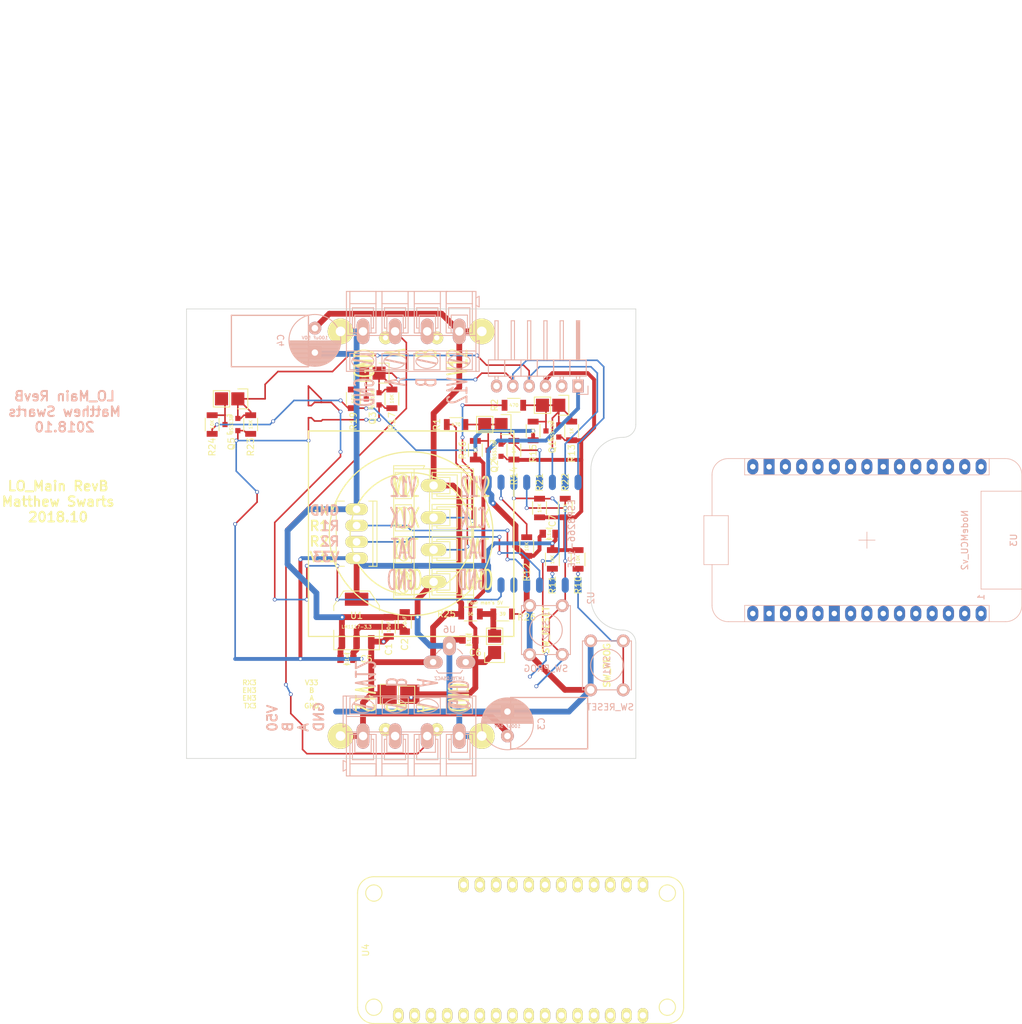
<source format=kicad_pcb>
(kicad_pcb (version 4) (host pcbnew 4.0.4-stable)

  (general
    (links 100)
    (no_connects 0)
    (area 91.949999 91.949999 162.050001 162.050001)
    (thickness 1.6)
    (drawings 51)
    (tracks 472)
    (zones 0)
    (modules 54)
    (nets 21)
  )

  (page A4)
  (title_block
    (title GOLMain)
    (date 2017-03-23)
    (rev A)
    (company "Matthew Swarts")
  )

  (layers
    (0 F.Cu signal)
    (31 B.Cu signal)
    (32 B.Adhes user)
    (33 F.Adhes user)
    (34 B.Paste user)
    (35 F.Paste user)
    (36 B.SilkS user)
    (37 F.SilkS user)
    (38 B.Mask user)
    (39 F.Mask user)
    (40 Dwgs.User user)
    (41 Cmts.User user)
    (42 Eco1.User user)
    (43 Eco2.User user)
    (44 Edge.Cuts user)
    (45 Margin user)
    (46 B.CrtYd user)
    (47 F.CrtYd user)
    (48 B.Fab user)
    (49 F.Fab user)
  )

  (setup
    (last_trace_width 0.25)
    (user_trace_width 0.6)
    (user_trace_width 0.9)
    (trace_clearance 0.2)
    (zone_clearance 1)
    (zone_45_only no)
    (trace_min 0.2)
    (segment_width 0.2)
    (edge_width 0.15)
    (via_size 0.6)
    (via_drill 0.4)
    (via_min_size 0.4)
    (via_min_drill 0.3)
    (uvia_size 0.3)
    (uvia_drill 0.1)
    (uvias_allowed no)
    (uvia_min_size 0.2)
    (uvia_min_drill 0.1)
    (pcb_text_width 0.3)
    (pcb_text_size 1.5 1.5)
    (mod_edge_width 0.15)
    (mod_text_size 1 1)
    (mod_text_width 0.15)
    (pad_size 2 2)
    (pad_drill 1)
    (pad_to_mask_clearance 0.2)
    (aux_axis_origin 0 0)
    (visible_elements 7FFFFFFF)
    (pcbplotparams
      (layerselection 0x010fc_80000001)
      (usegerberextensions true)
      (excludeedgelayer true)
      (linewidth 0.100000)
      (plotframeref false)
      (viasonmask false)
      (mode 1)
      (useauxorigin false)
      (hpglpennumber 1)
      (hpglpenspeed 20)
      (hpglpendiameter 15)
      (hpglpenoverlay 2)
      (psnegative false)
      (psa4output false)
      (plotreference true)
      (plotvalue true)
      (plotinvisibletext false)
      (padsonsilk false)
      (subtractmaskfromsilk false)
      (outputformat 1)
      (mirror false)
      (drillshape 0)
      (scaleselection 1)
      (outputdirectory gerbers/))
  )

  (net 0 "")
  (net 1 V12)
  (net 2 GND)
  (net 3 V33)
  (net 4 LED_DATA)
  (net 5 LED_CLOCK)
  (net 6 "Net-(R11-Pad1)")
  (net 7 TX50)
  (net 8 RX50)
  (net 9 TX33)
  (net 10 RX33)
  (net 11 V50)
  (net 12 RESET)
  (net 13 GPIO2)
  (net 14 GPIO0)
  (net 15 V50D)
  (net 16 GPIO15)
  (net 17 READER2)
  (net 18 READER1)
  (net 19 "Net-(P12-Pad2)")
  (net 20 "Net-(P12-Pad3)")

  (net_class Default "This is the default net class."
    (clearance 0.2)
    (trace_width 0.25)
    (via_dia 0.6)
    (via_drill 0.4)
    (uvia_dia 0.3)
    (uvia_drill 0.1)
    (add_net GND)
    (add_net GPIO0)
    (add_net GPIO15)
    (add_net GPIO2)
    (add_net LED_CLOCK)
    (add_net LED_DATA)
    (add_net "Net-(P12-Pad2)")
    (add_net "Net-(P12-Pad3)")
    (add_net "Net-(R11-Pad1)")
    (add_net READER1)
    (add_net READER2)
    (add_net RESET)
    (add_net RX33)
    (add_net RX50)
    (add_net TX33)
    (add_net TX50)
    (add_net V12)
    (add_net V33)
    (add_net V50)
    (add_net V50D)
  )

  (module Connect:AK300-4 (layer F.Cu) (tedit 58CC9650) (tstamp 58C3F5CB)
    (at 130.5 134.5 90)
    (descr CONNECTOR)
    (tags CONNECTOR)
    (path /58C52A29)
    (attr virtual)
    (fp_text reference P12 (at -1.945 -6.985 90) (layer F.SilkS) hide
      (effects (font (size 1 1) (thickness 0.15)))
    )
    (fp_text value CONN_LED (at 2.754 7.747 90) (layer F.Fab)
      (effects (font (size 1 1) (thickness 0.15)))
    )
    (fp_line (start 18.35 -6.473) (end 18.35 6.473) (layer F.CrtYd) (width 0.05))
    (fp_line (start -2.83 -6.473) (end -2.83 6.473) (layer F.CrtYd) (width 0.05))
    (fp_line (start -2.83 6.473) (end 18.35 6.473) (layer F.CrtYd) (width 0.05))
    (fp_line (start -2.83 -6.473) (end 18.35 -6.473) (layer F.CrtYd) (width 0.05))
    (fp_line (start 8.75 -0.254) (end 8.75 2.54) (layer F.SilkS) (width 0.15))
    (fp_line (start 8.75 2.54) (end 11.29 2.54) (layer F.SilkS) (width 0.15))
    (fp_line (start 11.29 2.54) (end 11.29 -0.254) (layer F.SilkS) (width 0.15))
    (fp_line (start 7.9372 -3.429) (end 7.9372 -5.969) (layer F.SilkS) (width 0.15))
    (fp_line (start 7.9372 -5.969) (end 12.0012 -5.969) (layer F.SilkS) (width 0.15))
    (fp_line (start 12.0012 -5.969) (end 12.0012 -3.429) (layer F.SilkS) (width 0.15))
    (fp_line (start 12.0012 -3.429) (end 7.9372 -3.429) (layer F.SilkS) (width 0.15))
    (fp_line (start 8.3436 -4.445) (end 11.3916 -5.08) (layer F.SilkS) (width 0.15))
    (fp_line (start 8.4706 -4.318) (end 11.5186 -4.953) (layer F.SilkS) (width 0.15))
    (fp_arc (start 10.9852 -4.59486) (end 11.49066 -5.05206) (angle 90.5) (layer F.SilkS) (width 0.15))
    (fp_arc (start 10.02 -6.0706) (end 11.48304 -4.11734) (angle 75.5) (layer F.SilkS) (width 0.15))
    (fp_arc (start 9.94126 -3.7084) (end 8.3436 -5.0038) (angle 100) (layer F.SilkS) (width 0.15))
    (fp_arc (start 8.8262 -4.64566) (end 8.53664 -4.1275) (angle 104.2) (layer F.SilkS) (width 0.15))
    (fp_line (start 7.988 4.318) (end 12.052 4.318) (layer F.SilkS) (width 0.15))
    (fp_line (start 12.052 6.223) (end 12.052 -0.254) (layer F.SilkS) (width 0.15))
    (fp_line (start 8.369 0.508) (end 8.75 0.508) (layer F.SilkS) (width 0.15))
    (fp_line (start 8.369 0.508) (end 8.369 3.683) (layer F.SilkS) (width 0.15))
    (fp_line (start 8.369 3.683) (end 11.671 3.683) (layer F.SilkS) (width 0.15))
    (fp_line (start 11.671 3.683) (end 11.671 0.508) (layer F.SilkS) (width 0.15))
    (fp_line (start 11.671 0.508) (end 11.29 0.508) (layer F.SilkS) (width 0.15))
    (fp_line (start 12.51 -0.635) (end 17.59 -0.635) (layer F.SilkS) (width 0.15))
    (fp_line (start 7.988 6.223) (end 7.988 -0.254) (layer F.SilkS) (width 0.15))
    (fp_line (start 7.988 -0.254) (end 12.052 -0.254) (layer F.SilkS) (width 0.15))
    (fp_line (start 16.955 6.223) (end 13.018 6.223) (layer F.SilkS) (width 0.15))
    (fp_line (start 13.168 6.223) (end 7.072 6.223) (layer F.SilkS) (width 0.15))
    (fp_line (start 17.59 -3.048) (end -2.58 -3.048) (layer F.SilkS) (width 0.15))
    (fp_line (start 17.74 -6.223) (end -2.58 -6.223) (layer F.SilkS) (width 0.15))
    (fp_line (start 12.66 -0.635) (end -2.5165 -0.635) (layer F.SilkS) (width 0.15))
    (fp_line (start 12.9545 4.0005) (end 12.9545 -0.254) (layer F.SilkS) (width 0.15))
    (fp_arc (start 13.8562 -4.64566) (end 13.56664 -4.1275) (angle 104.2) (layer F.SilkS) (width 0.15))
    (fp_arc (start 14.97126 -3.7084) (end 13.3736 -5.0038) (angle 100) (layer F.SilkS) (width 0.15))
    (fp_arc (start 15.05 -6.0706) (end 16.51304 -4.11734) (angle 75.5) (layer F.SilkS) (width 0.15))
    (fp_arc (start 16.0152 -4.59486) (end 16.52066 -5.05206) (angle 90.5) (layer F.SilkS) (width 0.15))
    (fp_line (start 13.3482 -0.254) (end 16.6502 -0.254) (layer F.SilkS) (width 0.15))
    (fp_line (start 12.9672 -0.254) (end 13.3482 -0.254) (layer F.SilkS) (width 0.15))
    (fp_line (start 17.0312 -0.254) (end 16.6502 -0.254) (layer F.SilkS) (width 0.15))
    (fp_line (start 13.5006 -4.318) (end 16.5486 -4.953) (layer F.SilkS) (width 0.15))
    (fp_line (start 13.3736 -4.445) (end 16.4216 -5.08) (layer F.SilkS) (width 0.15))
    (fp_line (start 17.0312 -3.429) (end 12.9672 -3.429) (layer F.SilkS) (width 0.15))
    (fp_line (start 17.0312 -5.969) (end 17.0312 -3.429) (layer F.SilkS) (width 0.15))
    (fp_line (start 12.9672 -5.969) (end 17.0312 -5.969) (layer F.SilkS) (width 0.15))
    (fp_line (start 12.9672 -3.429) (end 12.9672 -5.969) (layer F.SilkS) (width 0.15))
    (fp_line (start 17.59 -3.175) (end 17.59 -1.651) (layer F.SilkS) (width 0.15))
    (fp_line (start 17.59 -0.635) (end 17.59 4.064) (layer F.SilkS) (width 0.15))
    (fp_line (start 17.59 -1.651) (end 17.59 -0.635) (layer F.SilkS) (width 0.15))
    (fp_line (start 16.6502 0.508) (end 16.2692 0.508) (layer F.SilkS) (width 0.15))
    (fp_line (start 13.3482 0.508) (end 13.7292 0.508) (layer F.SilkS) (width 0.15))
    (fp_line (start 13.3482 3.683) (end 13.3482 0.508) (layer F.SilkS) (width 0.15))
    (fp_line (start 16.6502 3.683) (end 13.3482 3.683) (layer F.SilkS) (width 0.15))
    (fp_line (start 16.6502 3.683) (end 16.6502 0.508) (layer F.SilkS) (width 0.15))
    (fp_line (start 17.0312 4.318) (end 17.0312 6.223) (layer F.SilkS) (width 0.15))
    (fp_line (start 12.9672 4.318) (end 17.0312 4.318) (layer F.SilkS) (width 0.15))
    (fp_line (start 17.0312 6.223) (end 17.59 6.223) (layer F.SilkS) (width 0.15))
    (fp_line (start 17.0312 -0.254) (end 17.0312 4.318) (layer F.SilkS) (width 0.15))
    (fp_line (start 12.9672 6.223) (end 12.9672 4.318) (layer F.SilkS) (width 0.15))
    (fp_line (start 18.098 3.81) (end 18.098 5.461) (layer F.SilkS) (width 0.15))
    (fp_line (start 17.59 4.064) (end 17.59 5.207) (layer F.SilkS) (width 0.15))
    (fp_line (start 18.098 3.81) (end 17.59 4.064) (layer F.SilkS) (width 0.15))
    (fp_line (start 17.59 5.207) (end 17.59 6.223) (layer F.SilkS) (width 0.15))
    (fp_line (start 18.098 5.461) (end 17.59 5.207) (layer F.SilkS) (width 0.15))
    (fp_line (start 18.098 -1.397) (end 17.59 -1.651) (layer F.SilkS) (width 0.15))
    (fp_line (start 18.098 -6.223) (end 18.098 -1.397) (layer F.SilkS) (width 0.15))
    (fp_line (start 17.59 -6.223) (end 18.098 -6.223) (layer F.SilkS) (width 0.15))
    (fp_line (start 17.59 -6.223) (end 17.59 -3.175) (layer F.SilkS) (width 0.15))
    (fp_line (start 13.7292 2.54) (end 13.7292 -0.254) (layer F.SilkS) (width 0.15))
    (fp_line (start 13.7292 -0.254) (end 16.2692 -0.254) (layer F.SilkS) (width 0.15))
    (fp_line (start 16.2692 2.54) (end 16.2692 -0.254) (layer F.SilkS) (width 0.15))
    (fp_line (start 13.7292 2.54) (end 16.2692 2.54) (layer F.SilkS) (width 0.15))
    (fp_line (start -1.2846 2.54) (end 1.2554 2.54) (layer F.SilkS) (width 0.15))
    (fp_line (start 1.2554 2.54) (end 1.2554 -0.254) (layer F.SilkS) (width 0.15))
    (fp_line (start -1.2846 -0.254) (end 1.2554 -0.254) (layer F.SilkS) (width 0.15))
    (fp_line (start -1.2846 2.54) (end -1.2846 -0.254) (layer F.SilkS) (width 0.15))
    (fp_line (start 3.7192 2.54) (end 6.2592 2.54) (layer F.SilkS) (width 0.15))
    (fp_line (start 6.2592 2.54) (end 6.2592 -0.254) (layer F.SilkS) (width 0.15))
    (fp_line (start 3.7192 -0.254) (end 6.2592 -0.254) (layer F.SilkS) (width 0.15))
    (fp_line (start 3.7192 2.54) (end 3.7192 -0.254) (layer F.SilkS) (width 0.15))
    (fp_line (start 12.9545 5.207) (end 12.9545 6.223) (layer F.SilkS) (width 0.15))
    (fp_line (start 12.9545 4.064) (end 12.9545 5.207) (layer F.SilkS) (width 0.15))
    (fp_line (start 2.9572 6.223) (end 2.9572 4.318) (layer F.SilkS) (width 0.15))
    (fp_line (start 7.0212 -0.254) (end 7.0212 4.318) (layer F.SilkS) (width 0.15))
    (fp_line (start 2.9572 6.223) (end 7.0212 6.223) (layer F.SilkS) (width 0.15))
    (fp_line (start 2.0174 6.223) (end 2.0174 4.318) (layer F.SilkS) (width 0.15))
    (fp_line (start 2.0174 6.223) (end 2.9572 6.223) (layer F.SilkS) (width 0.15))
    (fp_line (start -2.0466 -0.254) (end -2.0466 4.318) (layer F.SilkS) (width 0.15))
    (fp_line (start -2.58 6.223) (end -2.0466 6.223) (layer F.SilkS) (width 0.15))
    (fp_line (start -2.0466 6.223) (end 2.0174 6.223) (layer F.SilkS) (width 0.15))
    (fp_line (start 2.9572 4.318) (end 7.0212 4.318) (layer F.SilkS) (width 0.15))
    (fp_line (start 2.9572 4.318) (end 2.9572 -0.254) (layer F.SilkS) (width 0.15))
    (fp_line (start 7.0212 4.318) (end 7.0212 6.223) (layer F.SilkS) (width 0.15))
    (fp_line (start 2.0174 4.318) (end -2.0466 4.318) (layer F.SilkS) (width 0.15))
    (fp_line (start 2.0174 4.318) (end 2.0174 -0.254) (layer F.SilkS) (width 0.15))
    (fp_line (start -2.0466 4.318) (end -2.0466 6.223) (layer F.SilkS) (width 0.15))
    (fp_line (start 6.6402 3.683) (end 6.6402 0.508) (layer F.SilkS) (width 0.15))
    (fp_line (start 6.6402 3.683) (end 3.3382 3.683) (layer F.SilkS) (width 0.15))
    (fp_line (start 3.3382 3.683) (end 3.3382 0.508) (layer F.SilkS) (width 0.15))
    (fp_line (start 1.6364 3.683) (end 1.6364 0.508) (layer F.SilkS) (width 0.15))
    (fp_line (start 1.6364 3.683) (end -1.6656 3.683) (layer F.SilkS) (width 0.15))
    (fp_line (start -1.6656 3.683) (end -1.6656 0.508) (layer F.SilkS) (width 0.15))
    (fp_line (start -1.6656 0.508) (end -1.2846 0.508) (layer F.SilkS) (width 0.15))
    (fp_line (start 1.6364 0.508) (end 1.2554 0.508) (layer F.SilkS) (width 0.15))
    (fp_line (start 3.3382 0.508) (end 3.7192 0.508) (layer F.SilkS) (width 0.15))
    (fp_line (start 6.6402 0.508) (end 6.2592 0.508) (layer F.SilkS) (width 0.15))
    (fp_line (start -2.58 6.223) (end -2.58 -0.635) (layer F.SilkS) (width 0.15))
    (fp_line (start -2.58 -0.635) (end -2.58 -3.175) (layer F.SilkS) (width 0.15))
    (fp_line (start -2.58 -3.175) (end -2.58 -6.223) (layer F.SilkS) (width 0.15))
    (fp_line (start 2.9572 -3.429) (end 2.9572 -5.969) (layer F.SilkS) (width 0.15))
    (fp_line (start 2.9572 -5.969) (end 7.0212 -5.969) (layer F.SilkS) (width 0.15))
    (fp_line (start 7.0212 -5.969) (end 7.0212 -3.429) (layer F.SilkS) (width 0.15))
    (fp_line (start 7.0212 -3.429) (end 2.9572 -3.429) (layer F.SilkS) (width 0.15))
    (fp_line (start 2.0174 -3.429) (end 2.0174 -5.969) (layer F.SilkS) (width 0.15))
    (fp_line (start 2.0174 -3.429) (end -2.0466 -3.429) (layer F.SilkS) (width 0.15))
    (fp_line (start -2.0466 -3.429) (end -2.0466 -5.969) (layer F.SilkS) (width 0.15))
    (fp_line (start 2.0174 -5.969) (end -2.0466 -5.969) (layer F.SilkS) (width 0.15))
    (fp_line (start 3.3636 -4.445) (end 6.4116 -5.08) (layer F.SilkS) (width 0.15))
    (fp_line (start 3.4906 -4.318) (end 6.5386 -4.953) (layer F.SilkS) (width 0.15))
    (fp_line (start -1.6402 -4.445) (end 1.41034 -5.08) (layer F.SilkS) (width 0.15))
    (fp_line (start -1.5132 -4.318) (end 1.5348 -4.953) (layer F.SilkS) (width 0.15))
    (fp_line (start -2.0466 -0.254) (end -1.6656 -0.254) (layer F.SilkS) (width 0.15))
    (fp_line (start 2.0174 -0.254) (end 1.6364 -0.254) (layer F.SilkS) (width 0.15))
    (fp_line (start 1.6364 -0.254) (end -1.6656 -0.254) (layer F.SilkS) (width 0.15))
    (fp_line (start 7.0212 -0.254) (end 6.6402 -0.254) (layer F.SilkS) (width 0.15))
    (fp_line (start 2.9572 -0.254) (end 3.3382 -0.254) (layer F.SilkS) (width 0.15))
    (fp_line (start 3.3382 -0.254) (end 6.6402 -0.254) (layer F.SilkS) (width 0.15))
    (fp_arc (start 6.0052 -4.59486) (end 6.51066 -5.05206) (angle 90.5) (layer F.SilkS) (width 0.15))
    (fp_arc (start 5.04 -6.0706) (end 6.50304 -4.11734) (angle 75.5) (layer F.SilkS) (width 0.15))
    (fp_arc (start 4.96126 -3.7084) (end 3.3636 -5.0038) (angle 100) (layer F.SilkS) (width 0.15))
    (fp_arc (start 3.8462 -4.64566) (end 3.55664 -4.1275) (angle 104.2) (layer F.SilkS) (width 0.15))
    (fp_arc (start 1.0014 -4.59486) (end 1.5094 -5.05206) (angle 90.5) (layer F.SilkS) (width 0.15))
    (fp_arc (start 0.03874 -6.0706) (end 1.50178 -4.11734) (angle 75.5) (layer F.SilkS) (width 0.15))
    (fp_arc (start -0.03746 -3.7084) (end -1.6402 -5.0038) (angle 100) (layer F.SilkS) (width 0.15))
    (fp_arc (start -1.1576 -4.64566) (end -1.44462 -4.1275) (angle 104.2) (layer F.SilkS) (width 0.15))
    (pad 1 thru_hole oval (at 0 0 90) (size 1.9812 3.9624) (drill 1.3208) (layers *.Cu *.Mask F.SilkS)
      (net 2 GND))
    (pad 2 thru_hole oval (at 5 0 90) (size 1.9812 3.9624) (drill 1.3208) (layers *.Cu *.Mask F.SilkS)
      (net 19 "Net-(P12-Pad2)"))
    (pad 4 thru_hole oval (at 15 0 90) (size 1.9812 3.9624) (drill 1.3208) (layers *.Cu *.Mask F.SilkS)
      (net 1 V12))
    (pad 3 thru_hole oval (at 10 0 90) (size 1.9812 3.9624) (drill 1.3208) (layers *.Cu *.Mask F.SilkS)
      (net 20 "Net-(P12-Pad3)"))
  )

  (module Capacitors_SMD:C_1206 (layer F.Cu) (tedit 58D1F016) (tstamp 58B0EABD)
    (at 123.5 141.5 90)
    (descr "Capacitor SMD 1206, reflow soldering, AVX (see smccp.pdf)")
    (tags "capacitor 1206")
    (path /58B0EB86)
    (attr smd)
    (fp_text reference C1 (at -3.5 0 90) (layer F.SilkS)
      (effects (font (size 1 1) (thickness 0.15)))
    )
    (fp_text value 10uF (at 0 0 90) (layer F.SilkS)
      (effects (font (size 0.5 0.5) (thickness 0.1)))
    )
    (fp_line (start -2.3 -1.15) (end 2.3 -1.15) (layer F.CrtYd) (width 0.05))
    (fp_line (start -2.3 1.15) (end 2.3 1.15) (layer F.CrtYd) (width 0.05))
    (fp_line (start -2.3 -1.15) (end -2.3 1.15) (layer F.CrtYd) (width 0.05))
    (fp_line (start 2.3 -1.15) (end 2.3 1.15) (layer F.CrtYd) (width 0.05))
    (fp_line (start 1 -1.025) (end -1 -1.025) (layer F.SilkS) (width 0.15))
    (fp_line (start -1 1.025) (end 1 1.025) (layer F.SilkS) (width 0.15))
    (pad 1 smd rect (at -1.5 0 90) (size 1 1.6) (layers F.Cu F.Paste F.Mask)
      (net 1 V12))
    (pad 2 smd rect (at 1.5 0 90) (size 1 1.6) (layers F.Cu F.Paste F.Mask)
      (net 2 GND))
    (model Capacitors_SMD.3dshapes/C_1206.wrl
      (at (xyz 0 0 0))
      (scale (xyz 1 1 1))
      (rotate (xyz 0 0 0))
    )
  )

  (module Capacitors_SMD:C_1206 (layer F.Cu) (tedit 58CB182D) (tstamp 58B0EAC3)
    (at 126 140.75 90)
    (descr "Capacitor SMD 1206, reflow soldering, AVX (see smccp.pdf)")
    (tags "capacitor 1206")
    (path /58B0EB4A)
    (attr smd)
    (fp_text reference C2 (at -3.5 0 90) (layer F.SilkS)
      (effects (font (size 1 1) (thickness 0.15)))
    )
    (fp_text value 10uF (at 0 0 90) (layer F.SilkS)
      (effects (font (size 0.5 0.5) (thickness 0.1)))
    )
    (fp_line (start -2.3 -1.15) (end 2.3 -1.15) (layer F.CrtYd) (width 0.05))
    (fp_line (start -2.3 1.15) (end 2.3 1.15) (layer F.CrtYd) (width 0.05))
    (fp_line (start -2.3 -1.15) (end -2.3 1.15) (layer F.CrtYd) (width 0.05))
    (fp_line (start 2.3 -1.15) (end 2.3 1.15) (layer F.CrtYd) (width 0.05))
    (fp_line (start 1 -1.025) (end -1 -1.025) (layer F.SilkS) (width 0.15))
    (fp_line (start -1 1.025) (end 1 1.025) (layer F.SilkS) (width 0.15))
    (pad 1 smd rect (at -1.5 0 90) (size 1 1.6) (layers F.Cu F.Paste F.Mask)
      (net 3 V33))
    (pad 2 smd rect (at 1.5 0 90) (size 1 1.6) (layers F.Cu F.Paste F.Mask)
      (net 2 GND))
    (model Capacitors_SMD.3dshapes/C_1206.wrl
      (at (xyz 0 0 0))
      (scale (xyz 1 1 1))
      (rotate (xyz 0 0 0))
    )
  )

  (module TO_SOT_Packages_SMD:SOT-223 (layer F.Cu) (tedit 58C751E5) (tstamp 58B0EB1B)
    (at 118.5 140.5)
    (descr "module CMS SOT223 4 pins")
    (tags "CMS SOT")
    (path /58B0E4BE)
    (attr smd)
    (fp_text reference U1 (at 0 -0.762) (layer F.SilkS)
      (effects (font (size 1 1) (thickness 0.15)))
    )
    (fp_text value LM1117-3.3 (at 0 1) (layer F.SilkS)
      (effects (font (size 0.5 0.5) (thickness 0.1)))
    )
    (fp_line (start -3.556 1.524) (end -3.556 4.572) (layer F.SilkS) (width 0.15))
    (fp_line (start -3.556 4.572) (end 3.556 4.572) (layer F.SilkS) (width 0.15))
    (fp_line (start 3.556 4.572) (end 3.556 1.524) (layer F.SilkS) (width 0.15))
    (fp_line (start -3.556 -1.524) (end -3.556 -2.286) (layer F.SilkS) (width 0.15))
    (fp_line (start -3.556 -2.286) (end -2.032 -4.572) (layer F.SilkS) (width 0.15))
    (fp_line (start -2.032 -4.572) (end 2.032 -4.572) (layer F.SilkS) (width 0.15))
    (fp_line (start 2.032 -4.572) (end 3.556 -2.286) (layer F.SilkS) (width 0.15))
    (fp_line (start 3.556 -2.286) (end 3.556 -1.524) (layer F.SilkS) (width 0.15))
    (pad 4 smd rect (at 0 -3.302) (size 3.6576 2.032) (layers F.Cu F.Paste F.Mask)
      (net 3 V33))
    (pad 2 smd rect (at 0 3.302) (size 1.016 2.032) (layers F.Cu F.Paste F.Mask)
      (net 3 V33))
    (pad 3 smd rect (at 2.286 3.302) (size 1.016 2.032) (layers F.Cu F.Paste F.Mask)
      (net 1 V12))
    (pad 1 smd rect (at -2.286 3.302) (size 1.016 2.032) (layers F.Cu F.Paste F.Mask)
      (net 2 GND))
    (model TO_SOT_Packages_SMD.3dshapes/SOT-223.wrl
      (at (xyz 0 0 0))
      (scale (xyz 0.4 0.4 0.4))
      (rotate (xyz 0 0 0))
    )
  )

  (module ESP8266:ESP-12E (layer B.Cu) (tedit 58CBDA45) (tstamp 58B0EB35)
    (at 153 135 90)
    (descr "Module, ESP-8266, ESP-12, 16 pad, SMD")
    (tags "Module ESP-8266 ESP8266")
    (path /58B0E48D)
    (fp_text reference U2 (at -2 2 90) (layer B.SilkS)
      (effects (font (size 1 1) (thickness 0.15)) (justify mirror))
    )
    (fp_text value ESP8266-12E (at 8 -1 90) (layer B.SilkS)
      (effects (font (size 1 1) (thickness 0.15)) (justify mirror))
    )
    (fp_line (start 16 8.4) (end 0 2.6) (layer B.CrtYd) (width 0.1524))
    (fp_line (start 0 8.4) (end 16 2.6) (layer B.CrtYd) (width 0.1524))
    (fp_text user "No Copper" (at 7.9 5.4 90) (layer B.CrtYd)
      (effects (font (size 1 1) (thickness 0.15)) (justify mirror))
    )
    (fp_line (start 0 8.4) (end 0 2.6) (layer B.CrtYd) (width 0.1524))
    (fp_line (start 0 2.6) (end 16 2.6) (layer B.CrtYd) (width 0.1524))
    (fp_line (start 16 2.6) (end 16 8.4) (layer B.CrtYd) (width 0.1524))
    (fp_line (start 16 8.4) (end 0 8.4) (layer B.CrtYd) (width 0.1524))
    (fp_line (start 16 8.4) (end 16 -15.6) (layer B.Fab) (width 0.1524))
    (fp_line (start 16 -15.6) (end 0 -15.6) (layer B.Fab) (width 0.1524))
    (fp_line (start 0 -15.6) (end 0 8.4) (layer B.Fab) (width 0.1524))
    (fp_line (start 0 8.4) (end 16 8.4) (layer B.Fab) (width 0.1524))
    (pad 1 smd rect (at 0 0 90) (size 2.4 1.1) (layers B.Cu B.Paste B.Mask)
      (net 12 RESET))
    (pad 2 smd oval (at 0 -2 90) (size 2.4 1.1) (layers B.Cu B.Paste B.Mask))
    (pad 3 smd oval (at 0 -4 90) (size 2.4 1.1) (layers B.Cu B.Paste B.Mask)
      (net 6 "Net-(R11-Pad1)"))
    (pad 4 smd oval (at 0 -6 90) (size 2.4 1.1) (layers B.Cu B.Paste B.Mask)
      (net 17 READER2))
    (pad 5 smd oval (at 0 -8 90) (size 2.4 1.1) (layers B.Cu B.Paste B.Mask)
      (net 18 READER1))
    (pad 6 smd oval (at 0 -10 90) (size 2.4 1.1) (layers B.Cu B.Paste B.Mask))
    (pad 7 smd oval (at 0 -12 90) (size 2.4 1.1) (layers B.Cu B.Paste B.Mask))
    (pad 8 smd oval (at 0 -14 90) (size 2.4 1.1) (layers B.Cu B.Paste B.Mask)
      (net 3 V33))
    (pad 15 smd oval (at 16 -14 90) (size 2.4 1.1) (layers B.Cu B.Paste B.Mask)
      (net 2 GND))
    (pad 16 smd oval (at 16 -12 90) (size 2.4 1.1) (layers B.Cu B.Paste B.Mask)
      (net 16 GPIO15))
    (pad 17 smd oval (at 16 -10 90) (size 2.4 1.1) (layers B.Cu B.Paste B.Mask)
      (net 13 GPIO2))
    (pad 18 smd oval (at 16 -8 90) (size 2.4 1.1) (layers B.Cu B.Paste B.Mask)
      (net 14 GPIO0))
    (pad 19 smd oval (at 16 -6 90) (size 2.4 1.1) (layers B.Cu B.Paste B.Mask)
      (net 4 LED_DATA))
    (pad 20 smd oval (at 16 -4 90) (size 2.4 1.1) (layers B.Cu B.Paste B.Mask)
      (net 5 LED_CLOCK))
    (pad 21 smd oval (at 16 -2 90) (size 2.4 1.1) (layers B.Cu B.Paste B.Mask)
      (net 10 RX33))
    (pad 22 smd oval (at 16 0 90) (size 2.4 1.1) (layers B.Cu B.Paste B.Mask)
      (net 9 TX33))
    (model ${ESPLIB}/ESP8266.3dshapes/ESP-12.wrl
      (at (xyz 0.04 0 0))
      (scale (xyz 0.3937 0.3937 0.3937))
      (rotate (xyz 0 0 0))
    )
  )

  (module Capacitors_ThroughHole:C_Radial_D8_L13_P3.8 (layer B.Cu) (tedit 58CC96E5) (tstamp 58B19361)
    (at 142 158.5 90)
    (descr "Radial Electrolytic Capacitor Diameter 8mm x Length 13mm, Pitch 3.8mm")
    (tags "Electrolytic Capacitor")
    (path /58B1EE60)
    (fp_text reference C3 (at 1.9 5.3 90) (layer B.SilkS)
      (effects (font (size 1 1) (thickness 0.15)) (justify mirror))
    )
    (fp_text value "100uF 50V" (at 1.524 0 360) (layer B.SilkS)
      (effects (font (size 0.5 0.5) (thickness 0.1)) (justify mirror))
    )
    (fp_line (start 1.975 3.999) (end 1.975 -3.999) (layer B.SilkS) (width 0.15))
    (fp_line (start 2.115 3.994) (end 2.115 -3.994) (layer B.SilkS) (width 0.15))
    (fp_line (start 2.255 3.984) (end 2.255 -3.984) (layer B.SilkS) (width 0.15))
    (fp_line (start 2.395 3.969) (end 2.395 -3.969) (layer B.SilkS) (width 0.15))
    (fp_line (start 2.535 3.949) (end 2.535 -3.949) (layer B.SilkS) (width 0.15))
    (fp_line (start 2.675 3.924) (end 2.675 -3.924) (layer B.SilkS) (width 0.15))
    (fp_line (start 2.815 3.894) (end 2.815 0.173) (layer B.SilkS) (width 0.15))
    (fp_line (start 2.815 -0.173) (end 2.815 -3.894) (layer B.SilkS) (width 0.15))
    (fp_line (start 2.955 3.858) (end 2.955 0.535) (layer B.SilkS) (width 0.15))
    (fp_line (start 2.955 -0.535) (end 2.955 -3.858) (layer B.SilkS) (width 0.15))
    (fp_line (start 3.095 3.817) (end 3.095 0.709) (layer B.SilkS) (width 0.15))
    (fp_line (start 3.095 -0.709) (end 3.095 -3.817) (layer B.SilkS) (width 0.15))
    (fp_line (start 3.235 3.771) (end 3.235 0.825) (layer B.SilkS) (width 0.15))
    (fp_line (start 3.235 -0.825) (end 3.235 -3.771) (layer B.SilkS) (width 0.15))
    (fp_line (start 3.375 3.718) (end 3.375 0.905) (layer B.SilkS) (width 0.15))
    (fp_line (start 3.375 -0.905) (end 3.375 -3.718) (layer B.SilkS) (width 0.15))
    (fp_line (start 3.515 3.659) (end 3.515 0.959) (layer B.SilkS) (width 0.15))
    (fp_line (start 3.515 -0.959) (end 3.515 -3.659) (layer B.SilkS) (width 0.15))
    (fp_line (start 3.655 3.594) (end 3.655 0.989) (layer B.SilkS) (width 0.15))
    (fp_line (start 3.655 -0.989) (end 3.655 -3.594) (layer B.SilkS) (width 0.15))
    (fp_line (start 3.795 3.523) (end 3.795 1) (layer B.SilkS) (width 0.15))
    (fp_line (start 3.795 -1) (end 3.795 -3.523) (layer B.SilkS) (width 0.15))
    (fp_line (start 3.935 3.444) (end 3.935 0.991) (layer B.SilkS) (width 0.15))
    (fp_line (start 3.935 -0.991) (end 3.935 -3.444) (layer B.SilkS) (width 0.15))
    (fp_line (start 4.075 3.357) (end 4.075 0.961) (layer B.SilkS) (width 0.15))
    (fp_line (start 4.075 -0.961) (end 4.075 -3.357) (layer B.SilkS) (width 0.15))
    (fp_line (start 4.215 3.262) (end 4.215 0.91) (layer B.SilkS) (width 0.15))
    (fp_line (start 4.215 -0.91) (end 4.215 -3.262) (layer B.SilkS) (width 0.15))
    (fp_line (start 4.355 3.158) (end 4.355 0.832) (layer B.SilkS) (width 0.15))
    (fp_line (start 4.355 -0.832) (end 4.355 -3.158) (layer B.SilkS) (width 0.15))
    (fp_line (start 4.495 3.044) (end 4.495 0.719) (layer B.SilkS) (width 0.15))
    (fp_line (start 4.495 -0.719) (end 4.495 -3.044) (layer B.SilkS) (width 0.15))
    (fp_line (start 4.635 2.919) (end 4.635 0.55) (layer B.SilkS) (width 0.15))
    (fp_line (start 4.635 -0.55) (end 4.635 -2.919) (layer B.SilkS) (width 0.15))
    (fp_line (start 4.775 2.781) (end 4.775 0.222) (layer B.SilkS) (width 0.15))
    (fp_line (start 4.775 -0.222) (end 4.775 -2.781) (layer B.SilkS) (width 0.15))
    (fp_line (start 4.915 2.629) (end 4.915 -2.629) (layer B.SilkS) (width 0.15))
    (fp_line (start 5.055 2.459) (end 5.055 -2.459) (layer B.SilkS) (width 0.15))
    (fp_line (start 5.195 2.268) (end 5.195 -2.268) (layer B.SilkS) (width 0.15))
    (fp_line (start 5.335 2.05) (end 5.335 -2.05) (layer B.SilkS) (width 0.15))
    (fp_line (start 5.475 1.794) (end 5.475 -1.794) (layer B.SilkS) (width 0.15))
    (fp_line (start 5.615 1.483) (end 5.615 -1.483) (layer B.SilkS) (width 0.15))
    (fp_line (start 5.755 1.067) (end 5.755 -1.067) (layer B.SilkS) (width 0.15))
    (fp_line (start 5.895 0.2) (end 5.895 -0.2) (layer B.SilkS) (width 0.15))
    (fp_circle (center 3.8 0) (end 3.8 1) (layer B.SilkS) (width 0.15))
    (fp_circle (center 1.9 0) (end 1.9 4.0375) (layer B.SilkS) (width 0.15))
    (fp_circle (center 1.9 0) (end 1.9 4.3) (layer B.CrtYd) (width 0.05))
    (pad 1 thru_hole circle (at 0 0 90) (size 2 2) (drill 1) (layers *.Cu *.Mask B.SilkS)
      (net 1 V12))
    (pad 2 thru_hole rect (at 3.8 0 90) (size 2 2) (drill 1) (layers *.Cu *.Mask B.SilkS)
      (net 2 GND))
    (model Capacitors_ThroughHole.3dshapes/C_Radial_D8_L13_P3.8.wrl
      (at (xyz 0.0748031 0 0))
      (scale (xyz 1 1 1))
      (rotate (xyz 0 0 90))
    )
  )

  (module TO_SOT_Packages_SMD:SOT-23 (layer F.Cu) (tedit 58D1EF72) (tstamp 58B19368)
    (at 149 111 90)
    (descr "SOT-23, Standard")
    (tags SOT-23)
    (path /58B1C347)
    (attr smd)
    (fp_text reference Q1 (at -2.5 0 90) (layer F.SilkS)
      (effects (font (size 1 1) (thickness 0.15)))
    )
    (fp_text value BSS138 (at 0 0 90) (layer F.SilkS)
      (effects (font (size 0.5 0.5) (thickness 0.1)))
    )
    (fp_line (start -1.65 -1.6) (end 1.65 -1.6) (layer F.CrtYd) (width 0.05))
    (fp_line (start 1.65 -1.6) (end 1.65 1.6) (layer F.CrtYd) (width 0.05))
    (fp_line (start 1.65 1.6) (end -1.65 1.6) (layer F.CrtYd) (width 0.05))
    (fp_line (start -1.65 1.6) (end -1.65 -1.6) (layer F.CrtYd) (width 0.05))
    (fp_line (start 1.29916 -0.65024) (end 1.2509 -0.65024) (layer F.SilkS) (width 0.15))
    (fp_line (start -1.49982 0.0508) (end -1.49982 -0.65024) (layer F.SilkS) (width 0.15))
    (fp_line (start -1.49982 -0.65024) (end -1.2509 -0.65024) (layer F.SilkS) (width 0.15))
    (fp_line (start 1.29916 -0.65024) (end 1.49982 -0.65024) (layer F.SilkS) (width 0.15))
    (fp_line (start 1.49982 -0.65024) (end 1.49982 0.0508) (layer F.SilkS) (width 0.15))
    (pad 1 smd rect (at -0.95 1.00076 90) (size 0.8001 0.8001) (layers F.Cu F.Paste F.Mask)
      (net 3 V33))
    (pad 2 smd rect (at 0.95 1.00076 90) (size 0.8001 0.8001) (layers F.Cu F.Paste F.Mask)
      (net 5 LED_CLOCK))
    (pad 3 smd rect (at 0 -0.99822 90) (size 0.8001 0.8001) (layers F.Cu F.Paste F.Mask)
      (net 5 LED_CLOCK))
    (model TO_SOT_Packages_SMD.3dshapes/SOT-23.wrl
      (at (xyz 0 0 0))
      (scale (xyz 1 1 1))
      (rotate (xyz 0 0 0))
    )
  )

  (module TO_SOT_Packages_SMD:SOT-23 (layer F.Cu) (tedit 58D1EF7F) (tstamp 58B1936F)
    (at 140 114 90)
    (descr "SOT-23, Standard")
    (tags SOT-23)
    (path /58B1DEC3)
    (attr smd)
    (fp_text reference Q2 (at -2.5 0 90) (layer F.SilkS)
      (effects (font (size 1 1) (thickness 0.15)))
    )
    (fp_text value BSS138 (at 0 0 90) (layer F.SilkS)
      (effects (font (size 0.5 0.5) (thickness 0.1)))
    )
    (fp_line (start -1.65 -1.6) (end 1.65 -1.6) (layer F.CrtYd) (width 0.05))
    (fp_line (start 1.65 -1.6) (end 1.65 1.6) (layer F.CrtYd) (width 0.05))
    (fp_line (start 1.65 1.6) (end -1.65 1.6) (layer F.CrtYd) (width 0.05))
    (fp_line (start -1.65 1.6) (end -1.65 -1.6) (layer F.CrtYd) (width 0.05))
    (fp_line (start 1.29916 -0.65024) (end 1.2509 -0.65024) (layer F.SilkS) (width 0.15))
    (fp_line (start -1.49982 0.0508) (end -1.49982 -0.65024) (layer F.SilkS) (width 0.15))
    (fp_line (start -1.49982 -0.65024) (end -1.2509 -0.65024) (layer F.SilkS) (width 0.15))
    (fp_line (start 1.29916 -0.65024) (end 1.49982 -0.65024) (layer F.SilkS) (width 0.15))
    (fp_line (start 1.49982 -0.65024) (end 1.49982 0.0508) (layer F.SilkS) (width 0.15))
    (pad 1 smd rect (at -0.95 1.00076 90) (size 0.8001 0.8001) (layers F.Cu F.Paste F.Mask)
      (net 3 V33))
    (pad 2 smd rect (at 0.95 1.00076 90) (size 0.8001 0.8001) (layers F.Cu F.Paste F.Mask)
      (net 4 LED_DATA))
    (pad 3 smd rect (at 0 -0.99822 90) (size 0.8001 0.8001) (layers F.Cu F.Paste F.Mask)
      (net 4 LED_DATA))
    (model TO_SOT_Packages_SMD.3dshapes/SOT-23.wrl
      (at (xyz 0 0 0))
      (scale (xyz 1 1 1))
      (rotate (xyz 0 0 0))
    )
  )

  (module Resistors_SMD:R_1206 (layer F.Cu) (tedit 58D1EFF9) (tstamp 58B19375)
    (at 153 131 90)
    (descr "Resistor SMD 1206, reflow soldering, Vishay (see dcrcw.pdf)")
    (tags "resistor 1206")
    (path /58B1964A)
    (attr smd)
    (fp_text reference R10 (at -4 0 90) (layer F.SilkS)
      (effects (font (size 1 1) (thickness 0.15)))
    )
    (fp_text value 10K (at 0 0 90) (layer F.SilkS)
      (effects (font (size 0.5 0.5) (thickness 0.1)))
    )
    (fp_line (start -2.2 -1.2) (end 2.2 -1.2) (layer F.CrtYd) (width 0.05))
    (fp_line (start -2.2 1.2) (end 2.2 1.2) (layer F.CrtYd) (width 0.05))
    (fp_line (start -2.2 -1.2) (end -2.2 1.2) (layer F.CrtYd) (width 0.05))
    (fp_line (start 2.2 -1.2) (end 2.2 1.2) (layer F.CrtYd) (width 0.05))
    (fp_line (start 1 1.075) (end -1 1.075) (layer F.SilkS) (width 0.15))
    (fp_line (start -1 -1.075) (end 1 -1.075) (layer F.SilkS) (width 0.15))
    (pad 1 smd rect (at -1.45 0 90) (size 0.9 1.7) (layers F.Cu F.Paste F.Mask)
      (net 12 RESET))
    (pad 2 smd rect (at 1.45 0 90) (size 0.9 1.7) (layers F.Cu F.Paste F.Mask)
      (net 3 V33))
    (model Resistors_SMD.3dshapes/R_1206.wrl
      (at (xyz 0 0 0))
      (scale (xyz 1 1 1))
      (rotate (xyz 0 0 0))
    )
  )

  (module Resistors_SMD:R_1206 (layer F.Cu) (tedit 58D1EFF5) (tstamp 58B1937B)
    (at 149 131 90)
    (descr "Resistor SMD 1206, reflow soldering, Vishay (see dcrcw.pdf)")
    (tags "resistor 1206")
    (path /58B18FD5)
    (attr smd)
    (fp_text reference R11 (at -4 0 90) (layer F.SilkS)
      (effects (font (size 1 1) (thickness 0.15)))
    )
    (fp_text value 10K (at 0 0 90) (layer F.SilkS)
      (effects (font (size 0.5 0.5) (thickness 0.1)))
    )
    (fp_line (start -2.2 -1.2) (end 2.2 -1.2) (layer F.CrtYd) (width 0.05))
    (fp_line (start -2.2 1.2) (end 2.2 1.2) (layer F.CrtYd) (width 0.05))
    (fp_line (start -2.2 -1.2) (end -2.2 1.2) (layer F.CrtYd) (width 0.05))
    (fp_line (start 2.2 -1.2) (end 2.2 1.2) (layer F.CrtYd) (width 0.05))
    (fp_line (start 1 1.075) (end -1 1.075) (layer F.SilkS) (width 0.15))
    (fp_line (start -1 -1.075) (end 1 -1.075) (layer F.SilkS) (width 0.15))
    (pad 1 smd rect (at -1.45 0 90) (size 0.9 1.7) (layers F.Cu F.Paste F.Mask)
      (net 6 "Net-(R11-Pad1)"))
    (pad 2 smd rect (at 1.45 0 90) (size 0.9 1.7) (layers F.Cu F.Paste F.Mask)
      (net 3 V33))
    (model Resistors_SMD.3dshapes/R_1206.wrl
      (at (xyz 0 0 0))
      (scale (xyz 1 1 1))
      (rotate (xyz 0 0 0))
    )
  )

  (module Resistors_SMD:R_1206 (layer F.Cu) (tedit 58D1EFF3) (tstamp 58B19381)
    (at 145 129 90)
    (descr "Resistor SMD 1206, reflow soldering, Vishay (see dcrcw.pdf)")
    (tags "resistor 1206")
    (path /58B19516)
    (attr smd)
    (fp_text reference R12 (at -4 0 90) (layer F.SilkS)
      (effects (font (size 1 1) (thickness 0.15)))
    )
    (fp_text value 10K (at 0 0 90) (layer F.SilkS)
      (effects (font (size 0.5 0.5) (thickness 0.1)))
    )
    (fp_line (start -2.2 -1.2) (end 2.2 -1.2) (layer F.CrtYd) (width 0.05))
    (fp_line (start -2.2 1.2) (end 2.2 1.2) (layer F.CrtYd) (width 0.05))
    (fp_line (start -2.2 -1.2) (end -2.2 1.2) (layer F.CrtYd) (width 0.05))
    (fp_line (start 2.2 -1.2) (end 2.2 1.2) (layer F.CrtYd) (width 0.05))
    (fp_line (start 1 1.075) (end -1 1.075) (layer F.SilkS) (width 0.15))
    (fp_line (start -1 -1.075) (end 1 -1.075) (layer F.SilkS) (width 0.15))
    (pad 1 smd rect (at -1.45 0 90) (size 0.9 1.7) (layers F.Cu F.Paste F.Mask)
      (net 2 GND))
    (pad 2 smd rect (at 1.45 0 90) (size 0.9 1.7) (layers F.Cu F.Paste F.Mask)
      (net 16 GPIO15))
    (model Resistors_SMD.3dshapes/R_1206.wrl
      (at (xyz 0 0 0))
      (scale (xyz 1 1 1))
      (rotate (xyz 0 0 0))
    )
  )

  (module Resistors_SMD:R_1206 (layer F.Cu) (tedit 58D1EF82) (tstamp 58B19387)
    (at 152 111 270)
    (descr "Resistor SMD 1206, reflow soldering, Vishay (see dcrcw.pdf)")
    (tags "resistor 1206")
    (path /58B1CE8C)
    (attr smd)
    (fp_text reference R13 (at 3.5 0 270) (layer F.SilkS)
      (effects (font (size 1 1) (thickness 0.15)))
    )
    (fp_text value 1K (at 0 0 270) (layer F.SilkS)
      (effects (font (size 0.5 0.5) (thickness 0.1)))
    )
    (fp_line (start -2.2 -1.2) (end 2.2 -1.2) (layer F.CrtYd) (width 0.05))
    (fp_line (start -2.2 1.2) (end 2.2 1.2) (layer F.CrtYd) (width 0.05))
    (fp_line (start -2.2 -1.2) (end -2.2 1.2) (layer F.CrtYd) (width 0.05))
    (fp_line (start 2.2 -1.2) (end 2.2 1.2) (layer F.CrtYd) (width 0.05))
    (fp_line (start 1 1.075) (end -1 1.075) (layer F.SilkS) (width 0.15))
    (fp_line (start -1 -1.075) (end 1 -1.075) (layer F.SilkS) (width 0.15))
    (pad 1 smd rect (at -1.45 0 270) (size 0.9 1.7) (layers F.Cu F.Paste F.Mask)
      (net 5 LED_CLOCK))
    (pad 2 smd rect (at 1.45 0 270) (size 0.9 1.7) (layers F.Cu F.Paste F.Mask)
      (net 3 V33))
    (model Resistors_SMD.3dshapes/R_1206.wrl
      (at (xyz 0 0 0))
      (scale (xyz 1 1 1))
      (rotate (xyz 0 0 0))
    )
  )

  (module Resistors_SMD:R_1206 (layer F.Cu) (tedit 58D1EF7D) (tstamp 58B1938D)
    (at 143 114 270)
    (descr "Resistor SMD 1206, reflow soldering, Vishay (see dcrcw.pdf)")
    (tags "resistor 1206")
    (path /58B1DEC9)
    (attr smd)
    (fp_text reference R14 (at 4 0 270) (layer F.SilkS)
      (effects (font (size 1 1) (thickness 0.15)))
    )
    (fp_text value 1K (at 0 0 270) (layer F.SilkS)
      (effects (font (size 0.5 0.5) (thickness 0.1)))
    )
    (fp_line (start -2.2 -1.2) (end 2.2 -1.2) (layer F.CrtYd) (width 0.05))
    (fp_line (start -2.2 1.2) (end 2.2 1.2) (layer F.CrtYd) (width 0.05))
    (fp_line (start -2.2 -1.2) (end -2.2 1.2) (layer F.CrtYd) (width 0.05))
    (fp_line (start 2.2 -1.2) (end 2.2 1.2) (layer F.CrtYd) (width 0.05))
    (fp_line (start 1 1.075) (end -1 1.075) (layer F.SilkS) (width 0.15))
    (fp_line (start -1 -1.075) (end 1 -1.075) (layer F.SilkS) (width 0.15))
    (pad 1 smd rect (at -1.45 0 270) (size 0.9 1.7) (layers F.Cu F.Paste F.Mask)
      (net 4 LED_DATA))
    (pad 2 smd rect (at 1.45 0 270) (size 0.9 1.7) (layers F.Cu F.Paste F.Mask)
      (net 3 V33))
    (model Resistors_SMD.3dshapes/R_1206.wrl
      (at (xyz 0 0 0))
      (scale (xyz 1 1 1))
      (rotate (xyz 0 0 0))
    )
  )

  (module Resistors_SMD:R_1206 (layer F.Cu) (tedit 58CB2E15) (tstamp 58B19393)
    (at 146 111 270)
    (descr "Resistor SMD 1206, reflow soldering, Vishay (see dcrcw.pdf)")
    (tags "resistor 1206")
    (path /58B1CF07)
    (attr smd)
    (fp_text reference R15 (at 3.5 0 270) (layer F.SilkS)
      (effects (font (size 1 1) (thickness 0.15)))
    )
    (fp_text value 1K (at 0 0 270) (layer F.SilkS)
      (effects (font (size 0.5 0.5) (thickness 0.1)))
    )
    (fp_line (start -2.2 -1.2) (end 2.2 -1.2) (layer F.CrtYd) (width 0.05))
    (fp_line (start -2.2 1.2) (end 2.2 1.2) (layer F.CrtYd) (width 0.05))
    (fp_line (start -2.2 -1.2) (end -2.2 1.2) (layer F.CrtYd) (width 0.05))
    (fp_line (start 2.2 -1.2) (end 2.2 1.2) (layer F.CrtYd) (width 0.05))
    (fp_line (start 1 1.075) (end -1 1.075) (layer F.SilkS) (width 0.15))
    (fp_line (start -1 -1.075) (end 1 -1.075) (layer F.SilkS) (width 0.15))
    (pad 1 smd rect (at -1.45 0 270) (size 0.9 1.7) (layers F.Cu F.Paste F.Mask)
      (net 5 LED_CLOCK))
    (pad 2 smd rect (at 1.45 0 270) (size 0.9 1.7) (layers F.Cu F.Paste F.Mask)
      (net 11 V50))
    (model Resistors_SMD.3dshapes/R_1206.wrl
      (at (xyz 0 0 0))
      (scale (xyz 1 1 1))
      (rotate (xyz 0 0 0))
    )
  )

  (module Resistors_SMD:R_1206 (layer F.Cu) (tedit 58D1EF65) (tstamp 58B19399)
    (at 137 114 270)
    (descr "Resistor SMD 1206, reflow soldering, Vishay (see dcrcw.pdf)")
    (tags "resistor 1206")
    (path /58B1DECF)
    (attr smd)
    (fp_text reference R16 (at 0 2 270) (layer F.SilkS)
      (effects (font (size 1 1) (thickness 0.15)))
    )
    (fp_text value 1K (at 0 0 270) (layer F.SilkS)
      (effects (font (size 0.5 0.5) (thickness 0.1)))
    )
    (fp_line (start -2.2 -1.2) (end 2.2 -1.2) (layer F.CrtYd) (width 0.05))
    (fp_line (start -2.2 1.2) (end 2.2 1.2) (layer F.CrtYd) (width 0.05))
    (fp_line (start -2.2 -1.2) (end -2.2 1.2) (layer F.CrtYd) (width 0.05))
    (fp_line (start 2.2 -1.2) (end 2.2 1.2) (layer F.CrtYd) (width 0.05))
    (fp_line (start 1 1.075) (end -1 1.075) (layer F.SilkS) (width 0.15))
    (fp_line (start -1 -1.075) (end 1 -1.075) (layer F.SilkS) (width 0.15))
    (pad 1 smd rect (at -1.45 0 270) (size 0.9 1.7) (layers F.Cu F.Paste F.Mask)
      (net 4 LED_DATA))
    (pad 2 smd rect (at 1.45 0 270) (size 0.9 1.7) (layers F.Cu F.Paste F.Mask)
      (net 11 V50))
    (model Resistors_SMD.3dshapes/R_1206.wrl
      (at (xyz 0 0 0))
      (scale (xyz 1 1 1))
      (rotate (xyz 0 0 0))
    )
  )

  (module Buttons_Switches_ThroughHole:SW_PUSH_SMALL (layer B.Cu) (tedit 58CC92CB) (tstamp 58B193A1)
    (at 157.5 147.5 90)
    (path /58C421D0)
    (fp_text reference SW1 (at 0 0 90) (layer B.SilkS)
      (effects (font (size 1 1) (thickness 0.15)) (justify mirror))
    )
    (fp_text value SW_RESET (at -6.5 0.5 180) (layer B.SilkS)
      (effects (font (size 1 1) (thickness 0.15)) (justify mirror))
    )
    (fp_circle (center 0 0) (end 0 2.54) (layer B.SilkS) (width 0.15))
    (fp_line (start -3.81 3.81) (end 3.81 3.81) (layer B.SilkS) (width 0.15))
    (fp_line (start 3.81 3.81) (end 3.81 -3.81) (layer B.SilkS) (width 0.15))
    (fp_line (start 3.81 -3.81) (end -3.81 -3.81) (layer B.SilkS) (width 0.15))
    (fp_line (start -3.81 3.81) (end -3.81 -3.81) (layer B.SilkS) (width 0.15))
    (pad 1 thru_hole circle (at 3.81 2.54 90) (size 2 2) (drill 1.2) (layers *.Cu *.Mask B.SilkS)
      (net 12 RESET))
    (pad 2 thru_hole circle (at 3.81 -2.54 90) (size 2 2) (drill 1.2) (layers *.Cu *.Mask B.SilkS)
      (net 2 GND))
    (pad 1 thru_hole circle (at -3.81 2.54 90) (size 2 2) (drill 1.2) (layers *.Cu *.Mask B.SilkS)
      (net 12 RESET))
    (pad 2 thru_hole circle (at -3.81 -2.54 90) (size 2 2) (drill 1.2) (layers *.Cu *.Mask B.SilkS)
      (net 2 GND))
  )

  (module Buttons_Switches_ThroughHole:SW_PUSH_SMALL (layer B.Cu) (tedit 58CC92BC) (tstamp 58B193A9)
    (at 148 142 90)
    (path /58C3F97C)
    (fp_text reference SW2 (at 0 0 90) (layer B.SilkS)
      (effects (font (size 1 1) (thickness 0.15)) (justify mirror))
    )
    (fp_text value SW_PROG (at -6 0 180) (layer B.SilkS)
      (effects (font (size 1 1) (thickness 0.15)) (justify mirror))
    )
    (fp_circle (center 0 0) (end 0 2.54) (layer B.SilkS) (width 0.15))
    (fp_line (start -3.81 3.81) (end 3.81 3.81) (layer B.SilkS) (width 0.15))
    (fp_line (start 3.81 3.81) (end 3.81 -3.81) (layer B.SilkS) (width 0.15))
    (fp_line (start 3.81 -3.81) (end -3.81 -3.81) (layer B.SilkS) (width 0.15))
    (fp_line (start -3.81 3.81) (end -3.81 -3.81) (layer B.SilkS) (width 0.15))
    (pad 1 thru_hole circle (at 3.81 2.54 90) (size 2 2) (drill 1.2) (layers *.Cu *.Mask B.SilkS)
      (net 14 GPIO0))
    (pad 2 thru_hole circle (at 3.81 -2.54 90) (size 2 2) (drill 1.2) (layers *.Cu *.Mask B.SilkS)
      (net 2 GND))
    (pad 1 thru_hole circle (at -3.81 2.54 90) (size 2 2) (drill 1.2) (layers *.Cu *.Mask B.SilkS)
      (net 14 GPIO0))
    (pad 2 thru_hole circle (at -3.81 -2.54 90) (size 2 2) (drill 1.2) (layers *.Cu *.Mask B.SilkS)
      (net 2 GND))
  )

  (module Capacitors_ThroughHole:C_Radial_D8_L13_P3.8 (layer B.Cu) (tedit 58CC96F5) (tstamp 58C2ACEE)
    (at 112 95 270)
    (descr "Radial Electrolytic Capacitor Diameter 8mm x Length 13mm, Pitch 3.8mm")
    (tags "Electrolytic Capacitor")
    (path /58C2F64D)
    (fp_text reference C4 (at 1.9 5.3 270) (layer B.SilkS)
      (effects (font (size 1 1) (thickness 0.15)) (justify mirror))
    )
    (fp_text value "100uF 50V" (at 1.5 0 540) (layer B.SilkS)
      (effects (font (size 0.5 0.5) (thickness 0.1)) (justify mirror))
    )
    (fp_line (start 1.975 3.999) (end 1.975 -3.999) (layer B.SilkS) (width 0.15))
    (fp_line (start 2.115 3.994) (end 2.115 -3.994) (layer B.SilkS) (width 0.15))
    (fp_line (start 2.255 3.984) (end 2.255 -3.984) (layer B.SilkS) (width 0.15))
    (fp_line (start 2.395 3.969) (end 2.395 -3.969) (layer B.SilkS) (width 0.15))
    (fp_line (start 2.535 3.949) (end 2.535 -3.949) (layer B.SilkS) (width 0.15))
    (fp_line (start 2.675 3.924) (end 2.675 -3.924) (layer B.SilkS) (width 0.15))
    (fp_line (start 2.815 3.894) (end 2.815 0.173) (layer B.SilkS) (width 0.15))
    (fp_line (start 2.815 -0.173) (end 2.815 -3.894) (layer B.SilkS) (width 0.15))
    (fp_line (start 2.955 3.858) (end 2.955 0.535) (layer B.SilkS) (width 0.15))
    (fp_line (start 2.955 -0.535) (end 2.955 -3.858) (layer B.SilkS) (width 0.15))
    (fp_line (start 3.095 3.817) (end 3.095 0.709) (layer B.SilkS) (width 0.15))
    (fp_line (start 3.095 -0.709) (end 3.095 -3.817) (layer B.SilkS) (width 0.15))
    (fp_line (start 3.235 3.771) (end 3.235 0.825) (layer B.SilkS) (width 0.15))
    (fp_line (start 3.235 -0.825) (end 3.235 -3.771) (layer B.SilkS) (width 0.15))
    (fp_line (start 3.375 3.718) (end 3.375 0.905) (layer B.SilkS) (width 0.15))
    (fp_line (start 3.375 -0.905) (end 3.375 -3.718) (layer B.SilkS) (width 0.15))
    (fp_line (start 3.515 3.659) (end 3.515 0.959) (layer B.SilkS) (width 0.15))
    (fp_line (start 3.515 -0.959) (end 3.515 -3.659) (layer B.SilkS) (width 0.15))
    (fp_line (start 3.655 3.594) (end 3.655 0.989) (layer B.SilkS) (width 0.15))
    (fp_line (start 3.655 -0.989) (end 3.655 -3.594) (layer B.SilkS) (width 0.15))
    (fp_line (start 3.795 3.523) (end 3.795 1) (layer B.SilkS) (width 0.15))
    (fp_line (start 3.795 -1) (end 3.795 -3.523) (layer B.SilkS) (width 0.15))
    (fp_line (start 3.935 3.444) (end 3.935 0.991) (layer B.SilkS) (width 0.15))
    (fp_line (start 3.935 -0.991) (end 3.935 -3.444) (layer B.SilkS) (width 0.15))
    (fp_line (start 4.075 3.357) (end 4.075 0.961) (layer B.SilkS) (width 0.15))
    (fp_line (start 4.075 -0.961) (end 4.075 -3.357) (layer B.SilkS) (width 0.15))
    (fp_line (start 4.215 3.262) (end 4.215 0.91) (layer B.SilkS) (width 0.15))
    (fp_line (start 4.215 -0.91) (end 4.215 -3.262) (layer B.SilkS) (width 0.15))
    (fp_line (start 4.355 3.158) (end 4.355 0.832) (layer B.SilkS) (width 0.15))
    (fp_line (start 4.355 -0.832) (end 4.355 -3.158) (layer B.SilkS) (width 0.15))
    (fp_line (start 4.495 3.044) (end 4.495 0.719) (layer B.SilkS) (width 0.15))
    (fp_line (start 4.495 -0.719) (end 4.495 -3.044) (layer B.SilkS) (width 0.15))
    (fp_line (start 4.635 2.919) (end 4.635 0.55) (layer B.SilkS) (width 0.15))
    (fp_line (start 4.635 -0.55) (end 4.635 -2.919) (layer B.SilkS) (width 0.15))
    (fp_line (start 4.775 2.781) (end 4.775 0.222) (layer B.SilkS) (width 0.15))
    (fp_line (start 4.775 -0.222) (end 4.775 -2.781) (layer B.SilkS) (width 0.15))
    (fp_line (start 4.915 2.629) (end 4.915 -2.629) (layer B.SilkS) (width 0.15))
    (fp_line (start 5.055 2.459) (end 5.055 -2.459) (layer B.SilkS) (width 0.15))
    (fp_line (start 5.195 2.268) (end 5.195 -2.268) (layer B.SilkS) (width 0.15))
    (fp_line (start 5.335 2.05) (end 5.335 -2.05) (layer B.SilkS) (width 0.15))
    (fp_line (start 5.475 1.794) (end 5.475 -1.794) (layer B.SilkS) (width 0.15))
    (fp_line (start 5.615 1.483) (end 5.615 -1.483) (layer B.SilkS) (width 0.15))
    (fp_line (start 5.755 1.067) (end 5.755 -1.067) (layer B.SilkS) (width 0.15))
    (fp_line (start 5.895 0.2) (end 5.895 -0.2) (layer B.SilkS) (width 0.15))
    (fp_circle (center 3.8 0) (end 3.8 1) (layer B.SilkS) (width 0.15))
    (fp_circle (center 1.9 0) (end 1.9 4.0375) (layer B.SilkS) (width 0.15))
    (fp_circle (center 1.9 0) (end 1.9 4.3) (layer B.CrtYd) (width 0.05))
    (pad 1 thru_hole circle (at 0 0 270) (size 2 2) (drill 1) (layers *.Cu *.Mask B.SilkS)
      (net 1 V12))
    (pad 2 thru_hole rect (at 3.8 0 270) (size 2 2) (drill 1) (layers *.Cu *.Mask B.SilkS)
      (net 2 GND))
    (model Capacitors_ThroughHole.3dshapes/C_Radial_D8_L13_P3.8.wrl
      (at (xyz 0.0748031 0 0))
      (scale (xyz 1 1 1))
      (rotate (xyz 0 0 90))
    )
  )

  (module Connect:AK300-4 (layer B.Cu) (tedit 58CC9664) (tstamp 58C2ACF6)
    (at 134.5 158.5 180)
    (descr CONNECTOR)
    (tags CONNECTOR)
    (path /58C2BBCA)
    (attr virtual)
    (fp_text reference P5 (at -1.945 6.985 180) (layer B.SilkS) hide
      (effects (font (size 1 1) (thickness 0.15)) (justify mirror))
    )
    (fp_text value CONN_MAIN1 (at 2.754 -7.747 180) (layer B.Fab)
      (effects (font (size 1 1) (thickness 0.15)) (justify mirror))
    )
    (fp_line (start 18.35 6.473) (end 18.35 -6.473) (layer B.CrtYd) (width 0.05))
    (fp_line (start -2.83 6.473) (end -2.83 -6.473) (layer B.CrtYd) (width 0.05))
    (fp_line (start -2.83 -6.473) (end 18.35 -6.473) (layer B.CrtYd) (width 0.05))
    (fp_line (start -2.83 6.473) (end 18.35 6.473) (layer B.CrtYd) (width 0.05))
    (fp_line (start 8.75 0.254) (end 8.75 -2.54) (layer B.SilkS) (width 0.15))
    (fp_line (start 8.75 -2.54) (end 11.29 -2.54) (layer B.SilkS) (width 0.15))
    (fp_line (start 11.29 -2.54) (end 11.29 0.254) (layer B.SilkS) (width 0.15))
    (fp_line (start 7.9372 3.429) (end 7.9372 5.969) (layer B.SilkS) (width 0.15))
    (fp_line (start 7.9372 5.969) (end 12.0012 5.969) (layer B.SilkS) (width 0.15))
    (fp_line (start 12.0012 5.969) (end 12.0012 3.429) (layer B.SilkS) (width 0.15))
    (fp_line (start 12.0012 3.429) (end 7.9372 3.429) (layer B.SilkS) (width 0.15))
    (fp_line (start 8.3436 4.445) (end 11.3916 5.08) (layer B.SilkS) (width 0.15))
    (fp_line (start 8.4706 4.318) (end 11.5186 4.953) (layer B.SilkS) (width 0.15))
    (fp_arc (start 10.9852 4.59486) (end 11.49066 5.05206) (angle -90.5) (layer B.SilkS) (width 0.15))
    (fp_arc (start 10.02 6.0706) (end 11.48304 4.11734) (angle -75.5) (layer B.SilkS) (width 0.15))
    (fp_arc (start 9.94126 3.7084) (end 8.3436 5.0038) (angle -100) (layer B.SilkS) (width 0.15))
    (fp_arc (start 8.8262 4.64566) (end 8.53664 4.1275) (angle -104.2) (layer B.SilkS) (width 0.15))
    (fp_line (start 7.988 -4.318) (end 12.052 -4.318) (layer B.SilkS) (width 0.15))
    (fp_line (start 12.052 -6.223) (end 12.052 0.254) (layer B.SilkS) (width 0.15))
    (fp_line (start 8.369 -0.508) (end 8.75 -0.508) (layer B.SilkS) (width 0.15))
    (fp_line (start 8.369 -0.508) (end 8.369 -3.683) (layer B.SilkS) (width 0.15))
    (fp_line (start 8.369 -3.683) (end 11.671 -3.683) (layer B.SilkS) (width 0.15))
    (fp_line (start 11.671 -3.683) (end 11.671 -0.508) (layer B.SilkS) (width 0.15))
    (fp_line (start 11.671 -0.508) (end 11.29 -0.508) (layer B.SilkS) (width 0.15))
    (fp_line (start 12.51 0.635) (end 17.59 0.635) (layer B.SilkS) (width 0.15))
    (fp_line (start 7.988 -6.223) (end 7.988 0.254) (layer B.SilkS) (width 0.15))
    (fp_line (start 7.988 0.254) (end 12.052 0.254) (layer B.SilkS) (width 0.15))
    (fp_line (start 16.955 -6.223) (end 13.018 -6.223) (layer B.SilkS) (width 0.15))
    (fp_line (start 13.168 -6.223) (end 7.072 -6.223) (layer B.SilkS) (width 0.15))
    (fp_line (start 17.59 3.048) (end -2.58 3.048) (layer B.SilkS) (width 0.15))
    (fp_line (start 17.74 6.223) (end -2.58 6.223) (layer B.SilkS) (width 0.15))
    (fp_line (start 12.66 0.635) (end -2.5165 0.635) (layer B.SilkS) (width 0.15))
    (fp_line (start 12.9545 -4.0005) (end 12.9545 0.254) (layer B.SilkS) (width 0.15))
    (fp_arc (start 13.8562 4.64566) (end 13.56664 4.1275) (angle -104.2) (layer B.SilkS) (width 0.15))
    (fp_arc (start 14.97126 3.7084) (end 13.3736 5.0038) (angle -100) (layer B.SilkS) (width 0.15))
    (fp_arc (start 15.05 6.0706) (end 16.51304 4.11734) (angle -75.5) (layer B.SilkS) (width 0.15))
    (fp_arc (start 16.0152 4.59486) (end 16.52066 5.05206) (angle -90.5) (layer B.SilkS) (width 0.15))
    (fp_line (start 13.3482 0.254) (end 16.6502 0.254) (layer B.SilkS) (width 0.15))
    (fp_line (start 12.9672 0.254) (end 13.3482 0.254) (layer B.SilkS) (width 0.15))
    (fp_line (start 17.0312 0.254) (end 16.6502 0.254) (layer B.SilkS) (width 0.15))
    (fp_line (start 13.5006 4.318) (end 16.5486 4.953) (layer B.SilkS) (width 0.15))
    (fp_line (start 13.3736 4.445) (end 16.4216 5.08) (layer B.SilkS) (width 0.15))
    (fp_line (start 17.0312 3.429) (end 12.9672 3.429) (layer B.SilkS) (width 0.15))
    (fp_line (start 17.0312 5.969) (end 17.0312 3.429) (layer B.SilkS) (width 0.15))
    (fp_line (start 12.9672 5.969) (end 17.0312 5.969) (layer B.SilkS) (width 0.15))
    (fp_line (start 12.9672 3.429) (end 12.9672 5.969) (layer B.SilkS) (width 0.15))
    (fp_line (start 17.59 3.175) (end 17.59 1.651) (layer B.SilkS) (width 0.15))
    (fp_line (start 17.59 0.635) (end 17.59 -4.064) (layer B.SilkS) (width 0.15))
    (fp_line (start 17.59 1.651) (end 17.59 0.635) (layer B.SilkS) (width 0.15))
    (fp_line (start 16.6502 -0.508) (end 16.2692 -0.508) (layer B.SilkS) (width 0.15))
    (fp_line (start 13.3482 -0.508) (end 13.7292 -0.508) (layer B.SilkS) (width 0.15))
    (fp_line (start 13.3482 -3.683) (end 13.3482 -0.508) (layer B.SilkS) (width 0.15))
    (fp_line (start 16.6502 -3.683) (end 13.3482 -3.683) (layer B.SilkS) (width 0.15))
    (fp_line (start 16.6502 -3.683) (end 16.6502 -0.508) (layer B.SilkS) (width 0.15))
    (fp_line (start 17.0312 -4.318) (end 17.0312 -6.223) (layer B.SilkS) (width 0.15))
    (fp_line (start 12.9672 -4.318) (end 17.0312 -4.318) (layer B.SilkS) (width 0.15))
    (fp_line (start 17.0312 -6.223) (end 17.59 -6.223) (layer B.SilkS) (width 0.15))
    (fp_line (start 17.0312 0.254) (end 17.0312 -4.318) (layer B.SilkS) (width 0.15))
    (fp_line (start 12.9672 -6.223) (end 12.9672 -4.318) (layer B.SilkS) (width 0.15))
    (fp_line (start 18.098 -3.81) (end 18.098 -5.461) (layer B.SilkS) (width 0.15))
    (fp_line (start 17.59 -4.064) (end 17.59 -5.207) (layer B.SilkS) (width 0.15))
    (fp_line (start 18.098 -3.81) (end 17.59 -4.064) (layer B.SilkS) (width 0.15))
    (fp_line (start 17.59 -5.207) (end 17.59 -6.223) (layer B.SilkS) (width 0.15))
    (fp_line (start 18.098 -5.461) (end 17.59 -5.207) (layer B.SilkS) (width 0.15))
    (fp_line (start 18.098 1.397) (end 17.59 1.651) (layer B.SilkS) (width 0.15))
    (fp_line (start 18.098 6.223) (end 18.098 1.397) (layer B.SilkS) (width 0.15))
    (fp_line (start 17.59 6.223) (end 18.098 6.223) (layer B.SilkS) (width 0.15))
    (fp_line (start 17.59 6.223) (end 17.59 3.175) (layer B.SilkS) (width 0.15))
    (fp_line (start 13.7292 -2.54) (end 13.7292 0.254) (layer B.SilkS) (width 0.15))
    (fp_line (start 13.7292 0.254) (end 16.2692 0.254) (layer B.SilkS) (width 0.15))
    (fp_line (start 16.2692 -2.54) (end 16.2692 0.254) (layer B.SilkS) (width 0.15))
    (fp_line (start 13.7292 -2.54) (end 16.2692 -2.54) (layer B.SilkS) (width 0.15))
    (fp_line (start -1.2846 -2.54) (end 1.2554 -2.54) (layer B.SilkS) (width 0.15))
    (fp_line (start 1.2554 -2.54) (end 1.2554 0.254) (layer B.SilkS) (width 0.15))
    (fp_line (start -1.2846 0.254) (end 1.2554 0.254) (layer B.SilkS) (width 0.15))
    (fp_line (start -1.2846 -2.54) (end -1.2846 0.254) (layer B.SilkS) (width 0.15))
    (fp_line (start 3.7192 -2.54) (end 6.2592 -2.54) (layer B.SilkS) (width 0.15))
    (fp_line (start 6.2592 -2.54) (end 6.2592 0.254) (layer B.SilkS) (width 0.15))
    (fp_line (start 3.7192 0.254) (end 6.2592 0.254) (layer B.SilkS) (width 0.15))
    (fp_line (start 3.7192 -2.54) (end 3.7192 0.254) (layer B.SilkS) (width 0.15))
    (fp_line (start 12.9545 -5.207) (end 12.9545 -6.223) (layer B.SilkS) (width 0.15))
    (fp_line (start 12.9545 -4.064) (end 12.9545 -5.207) (layer B.SilkS) (width 0.15))
    (fp_line (start 2.9572 -6.223) (end 2.9572 -4.318) (layer B.SilkS) (width 0.15))
    (fp_line (start 7.0212 0.254) (end 7.0212 -4.318) (layer B.SilkS) (width 0.15))
    (fp_line (start 2.9572 -6.223) (end 7.0212 -6.223) (layer B.SilkS) (width 0.15))
    (fp_line (start 2.0174 -6.223) (end 2.0174 -4.318) (layer B.SilkS) (width 0.15))
    (fp_line (start 2.0174 -6.223) (end 2.9572 -6.223) (layer B.SilkS) (width 0.15))
    (fp_line (start -2.0466 0.254) (end -2.0466 -4.318) (layer B.SilkS) (width 0.15))
    (fp_line (start -2.58 -6.223) (end -2.0466 -6.223) (layer B.SilkS) (width 0.15))
    (fp_line (start -2.0466 -6.223) (end 2.0174 -6.223) (layer B.SilkS) (width 0.15))
    (fp_line (start 2.9572 -4.318) (end 7.0212 -4.318) (layer B.SilkS) (width 0.15))
    (fp_line (start 2.9572 -4.318) (end 2.9572 0.254) (layer B.SilkS) (width 0.15))
    (fp_line (start 7.0212 -4.318) (end 7.0212 -6.223) (layer B.SilkS) (width 0.15))
    (fp_line (start 2.0174 -4.318) (end -2.0466 -4.318) (layer B.SilkS) (width 0.15))
    (fp_line (start 2.0174 -4.318) (end 2.0174 0.254) (layer B.SilkS) (width 0.15))
    (fp_line (start -2.0466 -4.318) (end -2.0466 -6.223) (layer B.SilkS) (width 0.15))
    (fp_line (start 6.6402 -3.683) (end 6.6402 -0.508) (layer B.SilkS) (width 0.15))
    (fp_line (start 6.6402 -3.683) (end 3.3382 -3.683) (layer B.SilkS) (width 0.15))
    (fp_line (start 3.3382 -3.683) (end 3.3382 -0.508) (layer B.SilkS) (width 0.15))
    (fp_line (start 1.6364 -3.683) (end 1.6364 -0.508) (layer B.SilkS) (width 0.15))
    (fp_line (start 1.6364 -3.683) (end -1.6656 -3.683) (layer B.SilkS) (width 0.15))
    (fp_line (start -1.6656 -3.683) (end -1.6656 -0.508) (layer B.SilkS) (width 0.15))
    (fp_line (start -1.6656 -0.508) (end -1.2846 -0.508) (layer B.SilkS) (width 0.15))
    (fp_line (start 1.6364 -0.508) (end 1.2554 -0.508) (layer B.SilkS) (width 0.15))
    (fp_line (start 3.3382 -0.508) (end 3.7192 -0.508) (layer B.SilkS) (width 0.15))
    (fp_line (start 6.6402 -0.508) (end 6.2592 -0.508) (layer B.SilkS) (width 0.15))
    (fp_line (start -2.58 -6.223) (end -2.58 0.635) (layer B.SilkS) (width 0.15))
    (fp_line (start -2.58 0.635) (end -2.58 3.175) (layer B.SilkS) (width 0.15))
    (fp_line (start -2.58 3.175) (end -2.58 6.223) (layer B.SilkS) (width 0.15))
    (fp_line (start 2.9572 3.429) (end 2.9572 5.969) (layer B.SilkS) (width 0.15))
    (fp_line (start 2.9572 5.969) (end 7.0212 5.969) (layer B.SilkS) (width 0.15))
    (fp_line (start 7.0212 5.969) (end 7.0212 3.429) (layer B.SilkS) (width 0.15))
    (fp_line (start 7.0212 3.429) (end 2.9572 3.429) (layer B.SilkS) (width 0.15))
    (fp_line (start 2.0174 3.429) (end 2.0174 5.969) (layer B.SilkS) (width 0.15))
    (fp_line (start 2.0174 3.429) (end -2.0466 3.429) (layer B.SilkS) (width 0.15))
    (fp_line (start -2.0466 3.429) (end -2.0466 5.969) (layer B.SilkS) (width 0.15))
    (fp_line (start 2.0174 5.969) (end -2.0466 5.969) (layer B.SilkS) (width 0.15))
    (fp_line (start 3.3636 4.445) (end 6.4116 5.08) (layer B.SilkS) (width 0.15))
    (fp_line (start 3.4906 4.318) (end 6.5386 4.953) (layer B.SilkS) (width 0.15))
    (fp_line (start -1.6402 4.445) (end 1.41034 5.08) (layer B.SilkS) (width 0.15))
    (fp_line (start -1.5132 4.318) (end 1.5348 4.953) (layer B.SilkS) (width 0.15))
    (fp_line (start -2.0466 0.254) (end -1.6656 0.254) (layer B.SilkS) (width 0.15))
    (fp_line (start 2.0174 0.254) (end 1.6364 0.254) (layer B.SilkS) (width 0.15))
    (fp_line (start 1.6364 0.254) (end -1.6656 0.254) (layer B.SilkS) (width 0.15))
    (fp_line (start 7.0212 0.254) (end 6.6402 0.254) (layer B.SilkS) (width 0.15))
    (fp_line (start 2.9572 0.254) (end 3.3382 0.254) (layer B.SilkS) (width 0.15))
    (fp_line (start 3.3382 0.254) (end 6.6402 0.254) (layer B.SilkS) (width 0.15))
    (fp_arc (start 6.0052 4.59486) (end 6.51066 5.05206) (angle -90.5) (layer B.SilkS) (width 0.15))
    (fp_arc (start 5.04 6.0706) (end 6.50304 4.11734) (angle -75.5) (layer B.SilkS) (width 0.15))
    (fp_arc (start 4.96126 3.7084) (end 3.3636 5.0038) (angle -100) (layer B.SilkS) (width 0.15))
    (fp_arc (start 3.8462 4.64566) (end 3.55664 4.1275) (angle -104.2) (layer B.SilkS) (width 0.15))
    (fp_arc (start 1.0014 4.59486) (end 1.5094 5.05206) (angle -90.5) (layer B.SilkS) (width 0.15))
    (fp_arc (start 0.03874 6.0706) (end 1.50178 4.11734) (angle -75.5) (layer B.SilkS) (width 0.15))
    (fp_arc (start -0.03746 3.7084) (end -1.6402 5.0038) (angle -100) (layer B.SilkS) (width 0.15))
    (fp_arc (start -1.1576 4.64566) (end -1.44462 4.1275) (angle -104.2) (layer B.SilkS) (width 0.15))
    (pad 1 thru_hole oval (at 0 0 180) (size 1.9812 3.9624) (drill 1.3208) (layers *.Cu *.Mask B.SilkS)
      (net 2 GND))
    (pad 2 thru_hole oval (at 5 0 180) (size 1.9812 3.9624) (drill 1.3208) (layers *.Cu *.Mask B.SilkS))
    (pad 4 thru_hole oval (at 15 0 180) (size 1.9812 3.9624) (drill 1.3208) (layers *.Cu *.Mask B.SilkS)
      (net 1 V12))
    (pad 3 thru_hole oval (at 10 0 180) (size 1.9812 3.9624) (drill 1.3208) (layers *.Cu *.Mask B.SilkS))
  )

  (module Connect:AK300-4 (layer B.Cu) (tedit 58CC963A) (tstamp 58C2ACFE)
    (at 119.5 95.5)
    (descr CONNECTOR)
    (tags CONNECTOR)
    (path /58C2BC53)
    (attr virtual)
    (fp_text reference P6 (at -1.945 6.985) (layer B.SilkS) hide
      (effects (font (size 1 1) (thickness 0.15)) (justify mirror))
    )
    (fp_text value CONN_MAIN2 (at 2.754 -7.747) (layer B.Fab)
      (effects (font (size 1 1) (thickness 0.15)) (justify mirror))
    )
    (fp_line (start 18.35 6.473) (end 18.35 -6.473) (layer B.CrtYd) (width 0.05))
    (fp_line (start -2.83 6.473) (end -2.83 -6.473) (layer B.CrtYd) (width 0.05))
    (fp_line (start -2.83 -6.473) (end 18.35 -6.473) (layer B.CrtYd) (width 0.05))
    (fp_line (start -2.83 6.473) (end 18.35 6.473) (layer B.CrtYd) (width 0.05))
    (fp_line (start 8.75 0.254) (end 8.75 -2.54) (layer B.SilkS) (width 0.15))
    (fp_line (start 8.75 -2.54) (end 11.29 -2.54) (layer B.SilkS) (width 0.15))
    (fp_line (start 11.29 -2.54) (end 11.29 0.254) (layer B.SilkS) (width 0.15))
    (fp_line (start 7.9372 3.429) (end 7.9372 5.969) (layer B.SilkS) (width 0.15))
    (fp_line (start 7.9372 5.969) (end 12.0012 5.969) (layer B.SilkS) (width 0.15))
    (fp_line (start 12.0012 5.969) (end 12.0012 3.429) (layer B.SilkS) (width 0.15))
    (fp_line (start 12.0012 3.429) (end 7.9372 3.429) (layer B.SilkS) (width 0.15))
    (fp_line (start 8.3436 4.445) (end 11.3916 5.08) (layer B.SilkS) (width 0.15))
    (fp_line (start 8.4706 4.318) (end 11.5186 4.953) (layer B.SilkS) (width 0.15))
    (fp_arc (start 10.9852 4.59486) (end 11.49066 5.05206) (angle -90.5) (layer B.SilkS) (width 0.15))
    (fp_arc (start 10.02 6.0706) (end 11.48304 4.11734) (angle -75.5) (layer B.SilkS) (width 0.15))
    (fp_arc (start 9.94126 3.7084) (end 8.3436 5.0038) (angle -100) (layer B.SilkS) (width 0.15))
    (fp_arc (start 8.8262 4.64566) (end 8.53664 4.1275) (angle -104.2) (layer B.SilkS) (width 0.15))
    (fp_line (start 7.988 -4.318) (end 12.052 -4.318) (layer B.SilkS) (width 0.15))
    (fp_line (start 12.052 -6.223) (end 12.052 0.254) (layer B.SilkS) (width 0.15))
    (fp_line (start 8.369 -0.508) (end 8.75 -0.508) (layer B.SilkS) (width 0.15))
    (fp_line (start 8.369 -0.508) (end 8.369 -3.683) (layer B.SilkS) (width 0.15))
    (fp_line (start 8.369 -3.683) (end 11.671 -3.683) (layer B.SilkS) (width 0.15))
    (fp_line (start 11.671 -3.683) (end 11.671 -0.508) (layer B.SilkS) (width 0.15))
    (fp_line (start 11.671 -0.508) (end 11.29 -0.508) (layer B.SilkS) (width 0.15))
    (fp_line (start 12.51 0.635) (end 17.59 0.635) (layer B.SilkS) (width 0.15))
    (fp_line (start 7.988 -6.223) (end 7.988 0.254) (layer B.SilkS) (width 0.15))
    (fp_line (start 7.988 0.254) (end 12.052 0.254) (layer B.SilkS) (width 0.15))
    (fp_line (start 16.955 -6.223) (end 13.018 -6.223) (layer B.SilkS) (width 0.15))
    (fp_line (start 13.168 -6.223) (end 7.072 -6.223) (layer B.SilkS) (width 0.15))
    (fp_line (start 17.59 3.048) (end -2.58 3.048) (layer B.SilkS) (width 0.15))
    (fp_line (start 17.74 6.223) (end -2.58 6.223) (layer B.SilkS) (width 0.15))
    (fp_line (start 12.66 0.635) (end -2.5165 0.635) (layer B.SilkS) (width 0.15))
    (fp_line (start 12.9545 -4.0005) (end 12.9545 0.254) (layer B.SilkS) (width 0.15))
    (fp_arc (start 13.8562 4.64566) (end 13.56664 4.1275) (angle -104.2) (layer B.SilkS) (width 0.15))
    (fp_arc (start 14.97126 3.7084) (end 13.3736 5.0038) (angle -100) (layer B.SilkS) (width 0.15))
    (fp_arc (start 15.05 6.0706) (end 16.51304 4.11734) (angle -75.5) (layer B.SilkS) (width 0.15))
    (fp_arc (start 16.0152 4.59486) (end 16.52066 5.05206) (angle -90.5) (layer B.SilkS) (width 0.15))
    (fp_line (start 13.3482 0.254) (end 16.6502 0.254) (layer B.SilkS) (width 0.15))
    (fp_line (start 12.9672 0.254) (end 13.3482 0.254) (layer B.SilkS) (width 0.15))
    (fp_line (start 17.0312 0.254) (end 16.6502 0.254) (layer B.SilkS) (width 0.15))
    (fp_line (start 13.5006 4.318) (end 16.5486 4.953) (layer B.SilkS) (width 0.15))
    (fp_line (start 13.3736 4.445) (end 16.4216 5.08) (layer B.SilkS) (width 0.15))
    (fp_line (start 17.0312 3.429) (end 12.9672 3.429) (layer B.SilkS) (width 0.15))
    (fp_line (start 17.0312 5.969) (end 17.0312 3.429) (layer B.SilkS) (width 0.15))
    (fp_line (start 12.9672 5.969) (end 17.0312 5.969) (layer B.SilkS) (width 0.15))
    (fp_line (start 12.9672 3.429) (end 12.9672 5.969) (layer B.SilkS) (width 0.15))
    (fp_line (start 17.59 3.175) (end 17.59 1.651) (layer B.SilkS) (width 0.15))
    (fp_line (start 17.59 0.635) (end 17.59 -4.064) (layer B.SilkS) (width 0.15))
    (fp_line (start 17.59 1.651) (end 17.59 0.635) (layer B.SilkS) (width 0.15))
    (fp_line (start 16.6502 -0.508) (end 16.2692 -0.508) (layer B.SilkS) (width 0.15))
    (fp_line (start 13.3482 -0.508) (end 13.7292 -0.508) (layer B.SilkS) (width 0.15))
    (fp_line (start 13.3482 -3.683) (end 13.3482 -0.508) (layer B.SilkS) (width 0.15))
    (fp_line (start 16.6502 -3.683) (end 13.3482 -3.683) (layer B.SilkS) (width 0.15))
    (fp_line (start 16.6502 -3.683) (end 16.6502 -0.508) (layer B.SilkS) (width 0.15))
    (fp_line (start 17.0312 -4.318) (end 17.0312 -6.223) (layer B.SilkS) (width 0.15))
    (fp_line (start 12.9672 -4.318) (end 17.0312 -4.318) (layer B.SilkS) (width 0.15))
    (fp_line (start 17.0312 -6.223) (end 17.59 -6.223) (layer B.SilkS) (width 0.15))
    (fp_line (start 17.0312 0.254) (end 17.0312 -4.318) (layer B.SilkS) (width 0.15))
    (fp_line (start 12.9672 -6.223) (end 12.9672 -4.318) (layer B.SilkS) (width 0.15))
    (fp_line (start 18.098 -3.81) (end 18.098 -5.461) (layer B.SilkS) (width 0.15))
    (fp_line (start 17.59 -4.064) (end 17.59 -5.207) (layer B.SilkS) (width 0.15))
    (fp_line (start 18.098 -3.81) (end 17.59 -4.064) (layer B.SilkS) (width 0.15))
    (fp_line (start 17.59 -5.207) (end 17.59 -6.223) (layer B.SilkS) (width 0.15))
    (fp_line (start 18.098 -5.461) (end 17.59 -5.207) (layer B.SilkS) (width 0.15))
    (fp_line (start 18.098 1.397) (end 17.59 1.651) (layer B.SilkS) (width 0.15))
    (fp_line (start 18.098 6.223) (end 18.098 1.397) (layer B.SilkS) (width 0.15))
    (fp_line (start 17.59 6.223) (end 18.098 6.223) (layer B.SilkS) (width 0.15))
    (fp_line (start 17.59 6.223) (end 17.59 3.175) (layer B.SilkS) (width 0.15))
    (fp_line (start 13.7292 -2.54) (end 13.7292 0.254) (layer B.SilkS) (width 0.15))
    (fp_line (start 13.7292 0.254) (end 16.2692 0.254) (layer B.SilkS) (width 0.15))
    (fp_line (start 16.2692 -2.54) (end 16.2692 0.254) (layer B.SilkS) (width 0.15))
    (fp_line (start 13.7292 -2.54) (end 16.2692 -2.54) (layer B.SilkS) (width 0.15))
    (fp_line (start -1.2846 -2.54) (end 1.2554 -2.54) (layer B.SilkS) (width 0.15))
    (fp_line (start 1.2554 -2.54) (end 1.2554 0.254) (layer B.SilkS) (width 0.15))
    (fp_line (start -1.2846 0.254) (end 1.2554 0.254) (layer B.SilkS) (width 0.15))
    (fp_line (start -1.2846 -2.54) (end -1.2846 0.254) (layer B.SilkS) (width 0.15))
    (fp_line (start 3.7192 -2.54) (end 6.2592 -2.54) (layer B.SilkS) (width 0.15))
    (fp_line (start 6.2592 -2.54) (end 6.2592 0.254) (layer B.SilkS) (width 0.15))
    (fp_line (start 3.7192 0.254) (end 6.2592 0.254) (layer B.SilkS) (width 0.15))
    (fp_line (start 3.7192 -2.54) (end 3.7192 0.254) (layer B.SilkS) (width 0.15))
    (fp_line (start 12.9545 -5.207) (end 12.9545 -6.223) (layer B.SilkS) (width 0.15))
    (fp_line (start 12.9545 -4.064) (end 12.9545 -5.207) (layer B.SilkS) (width 0.15))
    (fp_line (start 2.9572 -6.223) (end 2.9572 -4.318) (layer B.SilkS) (width 0.15))
    (fp_line (start 7.0212 0.254) (end 7.0212 -4.318) (layer B.SilkS) (width 0.15))
    (fp_line (start 2.9572 -6.223) (end 7.0212 -6.223) (layer B.SilkS) (width 0.15))
    (fp_line (start 2.0174 -6.223) (end 2.0174 -4.318) (layer B.SilkS) (width 0.15))
    (fp_line (start 2.0174 -6.223) (end 2.9572 -6.223) (layer B.SilkS) (width 0.15))
    (fp_line (start -2.0466 0.254) (end -2.0466 -4.318) (layer B.SilkS) (width 0.15))
    (fp_line (start -2.58 -6.223) (end -2.0466 -6.223) (layer B.SilkS) (width 0.15))
    (fp_line (start -2.0466 -6.223) (end 2.0174 -6.223) (layer B.SilkS) (width 0.15))
    (fp_line (start 2.9572 -4.318) (end 7.0212 -4.318) (layer B.SilkS) (width 0.15))
    (fp_line (start 2.9572 -4.318) (end 2.9572 0.254) (layer B.SilkS) (width 0.15))
    (fp_line (start 7.0212 -4.318) (end 7.0212 -6.223) (layer B.SilkS) (width 0.15))
    (fp_line (start 2.0174 -4.318) (end -2.0466 -4.318) (layer B.SilkS) (width 0.15))
    (fp_line (start 2.0174 -4.318) (end 2.0174 0.254) (layer B.SilkS) (width 0.15))
    (fp_line (start -2.0466 -4.318) (end -2.0466 -6.223) (layer B.SilkS) (width 0.15))
    (fp_line (start 6.6402 -3.683) (end 6.6402 -0.508) (layer B.SilkS) (width 0.15))
    (fp_line (start 6.6402 -3.683) (end 3.3382 -3.683) (layer B.SilkS) (width 0.15))
    (fp_line (start 3.3382 -3.683) (end 3.3382 -0.508) (layer B.SilkS) (width 0.15))
    (fp_line (start 1.6364 -3.683) (end 1.6364 -0.508) (layer B.SilkS) (width 0.15))
    (fp_line (start 1.6364 -3.683) (end -1.6656 -3.683) (layer B.SilkS) (width 0.15))
    (fp_line (start -1.6656 -3.683) (end -1.6656 -0.508) (layer B.SilkS) (width 0.15))
    (fp_line (start -1.6656 -0.508) (end -1.2846 -0.508) (layer B.SilkS) (width 0.15))
    (fp_line (start 1.6364 -0.508) (end 1.2554 -0.508) (layer B.SilkS) (width 0.15))
    (fp_line (start 3.3382 -0.508) (end 3.7192 -0.508) (layer B.SilkS) (width 0.15))
    (fp_line (start 6.6402 -0.508) (end 6.2592 -0.508) (layer B.SilkS) (width 0.15))
    (fp_line (start -2.58 -6.223) (end -2.58 0.635) (layer B.SilkS) (width 0.15))
    (fp_line (start -2.58 0.635) (end -2.58 3.175) (layer B.SilkS) (width 0.15))
    (fp_line (start -2.58 3.175) (end -2.58 6.223) (layer B.SilkS) (width 0.15))
    (fp_line (start 2.9572 3.429) (end 2.9572 5.969) (layer B.SilkS) (width 0.15))
    (fp_line (start 2.9572 5.969) (end 7.0212 5.969) (layer B.SilkS) (width 0.15))
    (fp_line (start 7.0212 5.969) (end 7.0212 3.429) (layer B.SilkS) (width 0.15))
    (fp_line (start 7.0212 3.429) (end 2.9572 3.429) (layer B.SilkS) (width 0.15))
    (fp_line (start 2.0174 3.429) (end 2.0174 5.969) (layer B.SilkS) (width 0.15))
    (fp_line (start 2.0174 3.429) (end -2.0466 3.429) (layer B.SilkS) (width 0.15))
    (fp_line (start -2.0466 3.429) (end -2.0466 5.969) (layer B.SilkS) (width 0.15))
    (fp_line (start 2.0174 5.969) (end -2.0466 5.969) (layer B.SilkS) (width 0.15))
    (fp_line (start 3.3636 4.445) (end 6.4116 5.08) (layer B.SilkS) (width 0.15))
    (fp_line (start 3.4906 4.318) (end 6.5386 4.953) (layer B.SilkS) (width 0.15))
    (fp_line (start -1.6402 4.445) (end 1.41034 5.08) (layer B.SilkS) (width 0.15))
    (fp_line (start -1.5132 4.318) (end 1.5348 4.953) (layer B.SilkS) (width 0.15))
    (fp_line (start -2.0466 0.254) (end -1.6656 0.254) (layer B.SilkS) (width 0.15))
    (fp_line (start 2.0174 0.254) (end 1.6364 0.254) (layer B.SilkS) (width 0.15))
    (fp_line (start 1.6364 0.254) (end -1.6656 0.254) (layer B.SilkS) (width 0.15))
    (fp_line (start 7.0212 0.254) (end 6.6402 0.254) (layer B.SilkS) (width 0.15))
    (fp_line (start 2.9572 0.254) (end 3.3382 0.254) (layer B.SilkS) (width 0.15))
    (fp_line (start 3.3382 0.254) (end 6.6402 0.254) (layer B.SilkS) (width 0.15))
    (fp_arc (start 6.0052 4.59486) (end 6.51066 5.05206) (angle -90.5) (layer B.SilkS) (width 0.15))
    (fp_arc (start 5.04 6.0706) (end 6.50304 4.11734) (angle -75.5) (layer B.SilkS) (width 0.15))
    (fp_arc (start 4.96126 3.7084) (end 3.3636 5.0038) (angle -100) (layer B.SilkS) (width 0.15))
    (fp_arc (start 3.8462 4.64566) (end 3.55664 4.1275) (angle -104.2) (layer B.SilkS) (width 0.15))
    (fp_arc (start 1.0014 4.59486) (end 1.5094 5.05206) (angle -90.5) (layer B.SilkS) (width 0.15))
    (fp_arc (start 0.03874 6.0706) (end 1.50178 4.11734) (angle -75.5) (layer B.SilkS) (width 0.15))
    (fp_arc (start -0.03746 3.7084) (end -1.6402 5.0038) (angle -100) (layer B.SilkS) (width 0.15))
    (fp_arc (start -1.1576 4.64566) (end -1.44462 4.1275) (angle -104.2) (layer B.SilkS) (width 0.15))
    (pad 1 thru_hole oval (at 0 0) (size 1.9812 3.9624) (drill 1.3208) (layers *.Cu *.Mask B.SilkS)
      (net 2 GND))
    (pad 2 thru_hole oval (at 5 0) (size 1.9812 3.9624) (drill 1.3208) (layers *.Cu *.Mask B.SilkS))
    (pad 4 thru_hole oval (at 15 0) (size 1.9812 3.9624) (drill 1.3208) (layers *.Cu *.Mask B.SilkS)
      (net 1 V12))
    (pad 3 thru_hole oval (at 10 0) (size 1.9812 3.9624) (drill 1.3208) (layers *.Cu *.Mask B.SilkS))
  )

  (module TO_SOT_Packages_SMD:SOT-23 (layer F.Cu) (tedit 58CB2E55) (tstamp 58C2AD05)
    (at 121 106 90)
    (descr "SOT-23, Standard")
    (tags SOT-23)
    (path /58C34185)
    (attr smd)
    (fp_text reference Q3 (at -3 0 90) (layer F.SilkS)
      (effects (font (size 1 1) (thickness 0.15)))
    )
    (fp_text value BSS138 (at 0 0 90) (layer F.SilkS)
      (effects (font (size 0.5 0.5) (thickness 0.1)))
    )
    (fp_line (start -1.65 -1.6) (end 1.65 -1.6) (layer F.CrtYd) (width 0.05))
    (fp_line (start 1.65 -1.6) (end 1.65 1.6) (layer F.CrtYd) (width 0.05))
    (fp_line (start 1.65 1.6) (end -1.65 1.6) (layer F.CrtYd) (width 0.05))
    (fp_line (start -1.65 1.6) (end -1.65 -1.6) (layer F.CrtYd) (width 0.05))
    (fp_line (start 1.29916 -0.65024) (end 1.2509 -0.65024) (layer F.SilkS) (width 0.15))
    (fp_line (start -1.49982 0.0508) (end -1.49982 -0.65024) (layer F.SilkS) (width 0.15))
    (fp_line (start -1.49982 -0.65024) (end -1.2509 -0.65024) (layer F.SilkS) (width 0.15))
    (fp_line (start 1.29916 -0.65024) (end 1.49982 -0.65024) (layer F.SilkS) (width 0.15))
    (fp_line (start 1.49982 -0.65024) (end 1.49982 0.0508) (layer F.SilkS) (width 0.15))
    (pad 1 smd rect (at -0.95 1.00076 90) (size 0.8001 0.8001) (layers F.Cu F.Paste F.Mask)
      (net 3 V33))
    (pad 2 smd rect (at 0.95 1.00076 90) (size 0.8001 0.8001) (layers F.Cu F.Paste F.Mask)
      (net 9 TX33))
    (pad 3 smd rect (at 0 -0.99822 90) (size 0.8001 0.8001) (layers F.Cu F.Paste F.Mask)
      (net 7 TX50))
    (model TO_SOT_Packages_SMD.3dshapes/SOT-23.wrl
      (at (xyz 0 0 0))
      (scale (xyz 1 1 1))
      (rotate (xyz 0 0 0))
    )
  )

  (module Resistors_SMD:R_1206 (layer F.Cu) (tedit 58CB2E57) (tstamp 58C2AD12)
    (at 124 106 270)
    (descr "Resistor SMD 1206, reflow soldering, Vishay (see dcrcw.pdf)")
    (tags "resistor 1206")
    (path /58C3418D)
    (attr smd)
    (fp_text reference R17 (at 3.5 0 270) (layer F.SilkS)
      (effects (font (size 1 1) (thickness 0.15)))
    )
    (fp_text value 10K (at 0 0 270) (layer F.SilkS)
      (effects (font (size 0.5 0.5) (thickness 0.1)))
    )
    (fp_line (start -2.2 -1.2) (end 2.2 -1.2) (layer F.CrtYd) (width 0.05))
    (fp_line (start -2.2 1.2) (end 2.2 1.2) (layer F.CrtYd) (width 0.05))
    (fp_line (start -2.2 -1.2) (end -2.2 1.2) (layer F.CrtYd) (width 0.05))
    (fp_line (start 2.2 -1.2) (end 2.2 1.2) (layer F.CrtYd) (width 0.05))
    (fp_line (start 1 1.075) (end -1 1.075) (layer F.SilkS) (width 0.15))
    (fp_line (start -1 -1.075) (end 1 -1.075) (layer F.SilkS) (width 0.15))
    (pad 1 smd rect (at -1.45 0 270) (size 0.9 1.7) (layers F.Cu F.Paste F.Mask)
      (net 9 TX33))
    (pad 2 smd rect (at 1.45 0 270) (size 0.9 1.7) (layers F.Cu F.Paste F.Mask)
      (net 3 V33))
    (model Resistors_SMD.3dshapes/R_1206.wrl
      (at (xyz 0 0 0))
      (scale (xyz 1 1 1))
      (rotate (xyz 0 0 0))
    )
  )

  (module Resistors_SMD:R_1206 (layer F.Cu) (tedit 58CB2E52) (tstamp 58C2AD1E)
    (at 118 106 270)
    (descr "Resistor SMD 1206, reflow soldering, Vishay (see dcrcw.pdf)")
    (tags "resistor 1206")
    (path /58C34193)
    (attr smd)
    (fp_text reference R19 (at 3.5 0 270) (layer F.SilkS)
      (effects (font (size 1 1) (thickness 0.15)))
    )
    (fp_text value 10K (at 0 0 270) (layer F.SilkS)
      (effects (font (size 0.5 0.5) (thickness 0.1)))
    )
    (fp_line (start -2.2 -1.2) (end 2.2 -1.2) (layer F.CrtYd) (width 0.05))
    (fp_line (start -2.2 1.2) (end 2.2 1.2) (layer F.CrtYd) (width 0.05))
    (fp_line (start -2.2 -1.2) (end -2.2 1.2) (layer F.CrtYd) (width 0.05))
    (fp_line (start 2.2 -1.2) (end 2.2 1.2) (layer F.CrtYd) (width 0.05))
    (fp_line (start 1 1.075) (end -1 1.075) (layer F.SilkS) (width 0.15))
    (fp_line (start -1 -1.075) (end 1 -1.075) (layer F.SilkS) (width 0.15))
    (pad 1 smd rect (at -1.45 0 270) (size 0.9 1.7) (layers F.Cu F.Paste F.Mask)
      (net 7 TX50))
    (pad 2 smd rect (at 1.45 0 270) (size 0.9 1.7) (layers F.Cu F.Paste F.Mask)
      (net 11 V50))
    (model Resistors_SMD.3dshapes/R_1206.wrl
      (at (xyz 0 0 0))
      (scale (xyz 1 1 1))
      (rotate (xyz 0 0 0))
    )
  )

  (module TO_SOT_Packages_SMD:SOT-23 (layer F.Cu) (tedit 58CB2E78) (tstamp 58C2F5B8)
    (at 99 110 90)
    (descr "SOT-23, Standard")
    (tags SOT-23)
    (path /58C5DEBC)
    (attr smd)
    (fp_text reference Q5 (at -3 0 90) (layer F.SilkS)
      (effects (font (size 1 1) (thickness 0.15)))
    )
    (fp_text value BSS138 (at 0 0 90) (layer F.SilkS)
      (effects (font (size 0.5 0.5) (thickness 0.1)))
    )
    (fp_line (start -1.65 -1.6) (end 1.65 -1.6) (layer F.CrtYd) (width 0.05))
    (fp_line (start 1.65 -1.6) (end 1.65 1.6) (layer F.CrtYd) (width 0.05))
    (fp_line (start 1.65 1.6) (end -1.65 1.6) (layer F.CrtYd) (width 0.05))
    (fp_line (start -1.65 1.6) (end -1.65 -1.6) (layer F.CrtYd) (width 0.05))
    (fp_line (start 1.29916 -0.65024) (end 1.2509 -0.65024) (layer F.SilkS) (width 0.15))
    (fp_line (start -1.49982 0.0508) (end -1.49982 -0.65024) (layer F.SilkS) (width 0.15))
    (fp_line (start -1.49982 -0.65024) (end -1.2509 -0.65024) (layer F.SilkS) (width 0.15))
    (fp_line (start 1.29916 -0.65024) (end 1.49982 -0.65024) (layer F.SilkS) (width 0.15))
    (fp_line (start 1.49982 -0.65024) (end 1.49982 0.0508) (layer F.SilkS) (width 0.15))
    (pad 1 smd rect (at -0.95 1.00076 90) (size 0.8001 0.8001) (layers F.Cu F.Paste F.Mask)
      (net 3 V33))
    (pad 2 smd rect (at 0.95 1.00076 90) (size 0.8001 0.8001) (layers F.Cu F.Paste F.Mask)
      (net 10 RX33))
    (pad 3 smd rect (at 0 -0.99822 90) (size 0.8001 0.8001) (layers F.Cu F.Paste F.Mask)
      (net 8 RX50))
    (model TO_SOT_Packages_SMD.3dshapes/SOT-23.wrl
      (at (xyz 0 0 0))
      (scale (xyz 1 1 1))
      (rotate (xyz 0 0 0))
    )
  )

  (module Resistors_SMD:R_1206 (layer F.Cu) (tedit 58D1EFDD) (tstamp 58C2F5BE)
    (at 147 123 270)
    (descr "Resistor SMD 1206, reflow soldering, Vishay (see dcrcw.pdf)")
    (tags "resistor 1206")
    (path /58C3DD84)
    (attr smd)
    (fp_text reference R21 (at -4 0 270) (layer F.SilkS)
      (effects (font (size 1 1) (thickness 0.15)))
    )
    (fp_text value 10K (at 0 0 270) (layer F.SilkS)
      (effects (font (size 0.5 0.5) (thickness 0.1)))
    )
    (fp_line (start -2.2 -1.2) (end 2.2 -1.2) (layer F.CrtYd) (width 0.05))
    (fp_line (start -2.2 1.2) (end 2.2 1.2) (layer F.CrtYd) (width 0.05))
    (fp_line (start -2.2 -1.2) (end -2.2 1.2) (layer F.CrtYd) (width 0.05))
    (fp_line (start 2.2 -1.2) (end 2.2 1.2) (layer F.CrtYd) (width 0.05))
    (fp_line (start 1 1.075) (end -1 1.075) (layer F.SilkS) (width 0.15))
    (fp_line (start -1 -1.075) (end 1 -1.075) (layer F.SilkS) (width 0.15))
    (pad 1 smd rect (at -1.45 0 270) (size 0.9 1.7) (layers F.Cu F.Paste F.Mask)
      (net 13 GPIO2))
    (pad 2 smd rect (at 1.45 0 270) (size 0.9 1.7) (layers F.Cu F.Paste F.Mask)
      (net 3 V33))
    (model Resistors_SMD.3dshapes/R_1206.wrl
      (at (xyz 0 0 0))
      (scale (xyz 1 1 1))
      (rotate (xyz 0 0 0))
    )
  )

  (module Resistors_SMD:R_1206 (layer F.Cu) (tedit 58D1EFEF) (tstamp 58C2F5C4)
    (at 151 123 270)
    (descr "Resistor SMD 1206, reflow soldering, Vishay (see dcrcw.pdf)")
    (tags "resistor 1206")
    (path /58C3E628)
    (attr smd)
    (fp_text reference R22 (at -4 0 270) (layer F.SilkS)
      (effects (font (size 1 1) (thickness 0.15)))
    )
    (fp_text value 10K (at 0 0 270) (layer F.SilkS)
      (effects (font (size 0.5 0.5) (thickness 0.1)))
    )
    (fp_line (start -2.2 -1.2) (end 2.2 -1.2) (layer F.CrtYd) (width 0.05))
    (fp_line (start -2.2 1.2) (end 2.2 1.2) (layer F.CrtYd) (width 0.05))
    (fp_line (start -2.2 -1.2) (end -2.2 1.2) (layer F.CrtYd) (width 0.05))
    (fp_line (start 2.2 -1.2) (end 2.2 1.2) (layer F.CrtYd) (width 0.05))
    (fp_line (start 1 1.075) (end -1 1.075) (layer F.SilkS) (width 0.15))
    (fp_line (start -1 -1.075) (end 1 -1.075) (layer F.SilkS) (width 0.15))
    (pad 1 smd rect (at -1.45 0 270) (size 0.9 1.7) (layers F.Cu F.Paste F.Mask)
      (net 14 GPIO0))
    (pad 2 smd rect (at 1.45 0 270) (size 0.9 1.7) (layers F.Cu F.Paste F.Mask)
      (net 3 V33))
    (model Resistors_SMD.3dshapes/R_1206.wrl
      (at (xyz 0 0 0))
      (scale (xyz 1 1 1))
      (rotate (xyz 0 0 0))
    )
  )

  (module Resistors_SMD:R_1206 (layer F.Cu) (tedit 58CB2E7A) (tstamp 58C2F5CA)
    (at 102 110 270)
    (descr "Resistor SMD 1206, reflow soldering, Vishay (see dcrcw.pdf)")
    (tags "resistor 1206")
    (path /58C5DEC2)
    (attr smd)
    (fp_text reference R23 (at 3.5 0 270) (layer F.SilkS)
      (effects (font (size 1 1) (thickness 0.15)))
    )
    (fp_text value 10K (at 0 0 270) (layer F.SilkS)
      (effects (font (size 0.5 0.5) (thickness 0.1)))
    )
    (fp_line (start -2.2 -1.2) (end 2.2 -1.2) (layer F.CrtYd) (width 0.05))
    (fp_line (start -2.2 1.2) (end 2.2 1.2) (layer F.CrtYd) (width 0.05))
    (fp_line (start -2.2 -1.2) (end -2.2 1.2) (layer F.CrtYd) (width 0.05))
    (fp_line (start 2.2 -1.2) (end 2.2 1.2) (layer F.CrtYd) (width 0.05))
    (fp_line (start 1 1.075) (end -1 1.075) (layer F.SilkS) (width 0.15))
    (fp_line (start -1 -1.075) (end 1 -1.075) (layer F.SilkS) (width 0.15))
    (pad 1 smd rect (at -1.45 0 270) (size 0.9 1.7) (layers F.Cu F.Paste F.Mask)
      (net 10 RX33))
    (pad 2 smd rect (at 1.45 0 270) (size 0.9 1.7) (layers F.Cu F.Paste F.Mask)
      (net 3 V33))
    (model Resistors_SMD.3dshapes/R_1206.wrl
      (at (xyz 0 0 0))
      (scale (xyz 1 1 1))
      (rotate (xyz 0 0 0))
    )
  )

  (module Resistors_SMD:R_1206 (layer F.Cu) (tedit 58CB2E76) (tstamp 58C2F5D0)
    (at 96 110 270)
    (descr "Resistor SMD 1206, reflow soldering, Vishay (see dcrcw.pdf)")
    (tags "resistor 1206")
    (path /58C5DEC8)
    (attr smd)
    (fp_text reference R24 (at 3.5 0 270) (layer F.SilkS)
      (effects (font (size 1 1) (thickness 0.15)))
    )
    (fp_text value 10K (at 0 0 270) (layer F.SilkS)
      (effects (font (size 0.5 0.5) (thickness 0.1)))
    )
    (fp_line (start -2.2 -1.2) (end 2.2 -1.2) (layer F.CrtYd) (width 0.05))
    (fp_line (start -2.2 1.2) (end 2.2 1.2) (layer F.CrtYd) (width 0.05))
    (fp_line (start -2.2 -1.2) (end -2.2 1.2) (layer F.CrtYd) (width 0.05))
    (fp_line (start 2.2 -1.2) (end 2.2 1.2) (layer F.CrtYd) (width 0.05))
    (fp_line (start 1 1.075) (end -1 1.075) (layer F.SilkS) (width 0.15))
    (fp_line (start -1 -1.075) (end 1 -1.075) (layer F.SilkS) (width 0.15))
    (pad 1 smd rect (at -1.45 0 270) (size 0.9 1.7) (layers F.Cu F.Paste F.Mask)
      (net 8 RX50))
    (pad 2 smd rect (at 1.45 0 270) (size 0.9 1.7) (layers F.Cu F.Paste F.Mask)
      (net 11 V50))
    (model Resistors_SMD.3dshapes/R_1206.wrl
      (at (xyz 0 0 0))
      (scale (xyz 1 1 1))
      (rotate (xyz 0 0 0))
    )
  )

  (module Capacitors_SMD:C_0805 (layer F.Cu) (tedit 58D1F023) (tstamp 58C3EE0E)
    (at 117 146.5 180)
    (descr "Capacitor SMD 0805, reflow soldering, AVX (see smccp.pdf)")
    (tags "capacitor 0805")
    (path /58C48F61)
    (attr smd)
    (fp_text reference C5 (at -3 0 180) (layer F.SilkS)
      (effects (font (size 1 1) (thickness 0.15)))
    )
    (fp_text value 0.1uF (at 0 0 270) (layer F.SilkS)
      (effects (font (size 0.5 0.5) (thickness 0.1)))
    )
    (fp_line (start -1.8 -1) (end 1.8 -1) (layer F.CrtYd) (width 0.05))
    (fp_line (start -1.8 1) (end 1.8 1) (layer F.CrtYd) (width 0.05))
    (fp_line (start -1.8 -1) (end -1.8 1) (layer F.CrtYd) (width 0.05))
    (fp_line (start 1.8 -1) (end 1.8 1) (layer F.CrtYd) (width 0.05))
    (fp_line (start 0.5 -0.85) (end -0.5 -0.85) (layer F.SilkS) (width 0.15))
    (fp_line (start -0.5 0.85) (end 0.5 0.85) (layer F.SilkS) (width 0.15))
    (pad 1 smd rect (at -1 0 180) (size 1 1.25) (layers F.Cu F.Paste F.Mask)
      (net 3 V33))
    (pad 2 smd rect (at 1 0 180) (size 1 1.25) (layers F.Cu F.Paste F.Mask)
      (net 2 GND))
    (model Capacitors_SMD.3dshapes/C_0805.wrl
      (at (xyz 0 0 0))
      (scale (xyz 1 1 1))
      (rotate (xyz 0 0 0))
    )
  )

  (module Capacitors_SMD:C_0805 (layer F.Cu) (tedit 58D1F00B) (tstamp 58C3EE14)
    (at 136 143.5 180)
    (descr "Capacitor SMD 0805, reflow soldering, AVX (see smccp.pdf)")
    (tags "capacitor 0805")
    (path /58C49942)
    (attr smd)
    (fp_text reference C6 (at -1 -2 180) (layer F.SilkS)
      (effects (font (size 1 1) (thickness 0.15)))
    )
    (fp_text value 0.1uF (at 0 0 270) (layer F.SilkS)
      (effects (font (size 0.5 0.5) (thickness 0.1)))
    )
    (fp_line (start -1.8 -1) (end 1.8 -1) (layer F.CrtYd) (width 0.05))
    (fp_line (start -1.8 1) (end 1.8 1) (layer F.CrtYd) (width 0.05))
    (fp_line (start -1.8 -1) (end -1.8 1) (layer F.CrtYd) (width 0.05))
    (fp_line (start 1.8 -1) (end 1.8 1) (layer F.CrtYd) (width 0.05))
    (fp_line (start 0.5 -0.85) (end -0.5 -0.85) (layer F.SilkS) (width 0.15))
    (fp_line (start -0.5 0.85) (end 0.5 0.85) (layer F.SilkS) (width 0.15))
    (pad 1 smd rect (at -1 0 180) (size 1 1.25) (layers F.Cu F.Paste F.Mask)
      (net 11 V50))
    (pad 2 smd rect (at 1 0 180) (size 1 1.25) (layers F.Cu F.Paste F.Mask)
      (net 2 GND))
    (model Capacitors_SMD.3dshapes/C_0805.wrl
      (at (xyz 0 0 0))
      (scale (xyz 1 1 1))
      (rotate (xyz 0 0 0))
    )
  )

  (module Pin_Headers:Pin_Header_Angled_1x06 (layer B.Cu) (tedit 58CB1DFE) (tstamp 58C3EE1E)
    (at 153 104 90)
    (descr "Through hole pin header")
    (tags "pin header")
    (path /58C406F2)
    (fp_text reference P13 (at 0 5.1 90) (layer B.SilkS) hide
      (effects (font (size 1 1) (thickness 0.15)) (justify mirror))
    )
    (fp_text value FTDI (at 0 3.1 90) (layer B.Fab)
      (effects (font (size 1 1) (thickness 0.15)) (justify mirror))
    )
    (fp_line (start -1.5 1.75) (end -1.5 -14.45) (layer B.CrtYd) (width 0.05))
    (fp_line (start 10.65 1.75) (end 10.65 -14.45) (layer B.CrtYd) (width 0.05))
    (fp_line (start -1.5 1.75) (end 10.65 1.75) (layer B.CrtYd) (width 0.05))
    (fp_line (start -1.5 -14.45) (end 10.65 -14.45) (layer B.CrtYd) (width 0.05))
    (fp_line (start -1.3 1.55) (end -1.3 0) (layer B.SilkS) (width 0.15))
    (fp_line (start 0 1.55) (end -1.3 1.55) (layer B.SilkS) (width 0.15))
    (fp_line (start 4.191 0.127) (end 10.033 0.127) (layer B.SilkS) (width 0.15))
    (fp_line (start 10.033 0.127) (end 10.033 -0.127) (layer B.SilkS) (width 0.15))
    (fp_line (start 10.033 -0.127) (end 4.191 -0.127) (layer B.SilkS) (width 0.15))
    (fp_line (start 4.191 -0.127) (end 4.191 0) (layer B.SilkS) (width 0.15))
    (fp_line (start 4.191 0) (end 10.033 0) (layer B.SilkS) (width 0.15))
    (fp_line (start 1.524 0.254) (end 1.143 0.254) (layer B.SilkS) (width 0.15))
    (fp_line (start 1.524 -0.254) (end 1.143 -0.254) (layer B.SilkS) (width 0.15))
    (fp_line (start 1.524 -2.286) (end 1.143 -2.286) (layer B.SilkS) (width 0.15))
    (fp_line (start 1.524 -2.794) (end 1.143 -2.794) (layer B.SilkS) (width 0.15))
    (fp_line (start 1.524 -4.826) (end 1.143 -4.826) (layer B.SilkS) (width 0.15))
    (fp_line (start 1.524 -5.334) (end 1.143 -5.334) (layer B.SilkS) (width 0.15))
    (fp_line (start 1.524 -12.954) (end 1.143 -12.954) (layer B.SilkS) (width 0.15))
    (fp_line (start 1.524 -12.446) (end 1.143 -12.446) (layer B.SilkS) (width 0.15))
    (fp_line (start 1.524 -10.414) (end 1.143 -10.414) (layer B.SilkS) (width 0.15))
    (fp_line (start 1.524 -9.906) (end 1.143 -9.906) (layer B.SilkS) (width 0.15))
    (fp_line (start 1.524 -7.874) (end 1.143 -7.874) (layer B.SilkS) (width 0.15))
    (fp_line (start 1.524 -7.366) (end 1.143 -7.366) (layer B.SilkS) (width 0.15))
    (fp_line (start 1.524 1.27) (end 4.064 1.27) (layer B.SilkS) (width 0.15))
    (fp_line (start 1.524 -1.27) (end 4.064 -1.27) (layer B.SilkS) (width 0.15))
    (fp_line (start 1.524 -1.27) (end 1.524 -3.81) (layer B.SilkS) (width 0.15))
    (fp_line (start 1.524 -3.81) (end 4.064 -3.81) (layer B.SilkS) (width 0.15))
    (fp_line (start 4.064 -2.286) (end 10.16 -2.286) (layer B.SilkS) (width 0.15))
    (fp_line (start 10.16 -2.286) (end 10.16 -2.794) (layer B.SilkS) (width 0.15))
    (fp_line (start 10.16 -2.794) (end 4.064 -2.794) (layer B.SilkS) (width 0.15))
    (fp_line (start 4.064 -3.81) (end 4.064 -1.27) (layer B.SilkS) (width 0.15))
    (fp_line (start 4.064 -1.27) (end 4.064 1.27) (layer B.SilkS) (width 0.15))
    (fp_line (start 10.16 -0.254) (end 4.064 -0.254) (layer B.SilkS) (width 0.15))
    (fp_line (start 10.16 0.254) (end 10.16 -0.254) (layer B.SilkS) (width 0.15))
    (fp_line (start 4.064 0.254) (end 10.16 0.254) (layer B.SilkS) (width 0.15))
    (fp_line (start 1.524 -1.27) (end 4.064 -1.27) (layer B.SilkS) (width 0.15))
    (fp_line (start 1.524 1.27) (end 1.524 -1.27) (layer B.SilkS) (width 0.15))
    (fp_line (start 1.524 -8.89) (end 4.064 -8.89) (layer B.SilkS) (width 0.15))
    (fp_line (start 1.524 -8.89) (end 1.524 -11.43) (layer B.SilkS) (width 0.15))
    (fp_line (start 1.524 -11.43) (end 4.064 -11.43) (layer B.SilkS) (width 0.15))
    (fp_line (start 4.064 -9.906) (end 10.16 -9.906) (layer B.SilkS) (width 0.15))
    (fp_line (start 10.16 -9.906) (end 10.16 -10.414) (layer B.SilkS) (width 0.15))
    (fp_line (start 10.16 -10.414) (end 4.064 -10.414) (layer B.SilkS) (width 0.15))
    (fp_line (start 4.064 -11.43) (end 4.064 -8.89) (layer B.SilkS) (width 0.15))
    (fp_line (start 4.064 -13.97) (end 4.064 -11.43) (layer B.SilkS) (width 0.15))
    (fp_line (start 10.16 -12.954) (end 4.064 -12.954) (layer B.SilkS) (width 0.15))
    (fp_line (start 10.16 -12.446) (end 10.16 -12.954) (layer B.SilkS) (width 0.15))
    (fp_line (start 4.064 -12.446) (end 10.16 -12.446) (layer B.SilkS) (width 0.15))
    (fp_line (start 1.524 -13.97) (end 4.064 -13.97) (layer B.SilkS) (width 0.15))
    (fp_line (start 1.524 -11.43) (end 1.524 -13.97) (layer B.SilkS) (width 0.15))
    (fp_line (start 1.524 -11.43) (end 4.064 -11.43) (layer B.SilkS) (width 0.15))
    (fp_line (start 1.524 -6.35) (end 4.064 -6.35) (layer B.SilkS) (width 0.15))
    (fp_line (start 1.524 -6.35) (end 1.524 -8.89) (layer B.SilkS) (width 0.15))
    (fp_line (start 1.524 -8.89) (end 4.064 -8.89) (layer B.SilkS) (width 0.15))
    (fp_line (start 4.064 -7.366) (end 10.16 -7.366) (layer B.SilkS) (width 0.15))
    (fp_line (start 10.16 -7.366) (end 10.16 -7.874) (layer B.SilkS) (width 0.15))
    (fp_line (start 10.16 -7.874) (end 4.064 -7.874) (layer B.SilkS) (width 0.15))
    (fp_line (start 4.064 -8.89) (end 4.064 -6.35) (layer B.SilkS) (width 0.15))
    (fp_line (start 4.064 -6.35) (end 4.064 -3.81) (layer B.SilkS) (width 0.15))
    (fp_line (start 10.16 -5.334) (end 4.064 -5.334) (layer B.SilkS) (width 0.15))
    (fp_line (start 10.16 -4.826) (end 10.16 -5.334) (layer B.SilkS) (width 0.15))
    (fp_line (start 4.064 -4.826) (end 10.16 -4.826) (layer B.SilkS) (width 0.15))
    (fp_line (start 1.524 -6.35) (end 4.064 -6.35) (layer B.SilkS) (width 0.15))
    (fp_line (start 1.524 -3.81) (end 1.524 -6.35) (layer B.SilkS) (width 0.15))
    (fp_line (start 1.524 -3.81) (end 4.064 -3.81) (layer B.SilkS) (width 0.15))
    (pad 1 thru_hole rect (at 0 0 90) (size 2.032 1.7272) (drill 1.016) (layers *.Cu *.Mask B.SilkS)
      (net 2 GND))
    (pad 2 thru_hole oval (at 0 -2.54 90) (size 2.032 1.7272) (drill 1.016) (layers *.Cu *.Mask B.SilkS))
    (pad 3 thru_hole oval (at 0 -5.08 90) (size 2.032 1.7272) (drill 1.016) (layers *.Cu *.Mask B.SilkS)
      (net 3 V33))
    (pad 4 thru_hole oval (at 0 -7.62 90) (size 2.032 1.7272) (drill 1.016) (layers *.Cu *.Mask B.SilkS)
      (net 10 RX33))
    (pad 5 thru_hole oval (at 0 -10.16 90) (size 2.032 1.7272) (drill 1.016) (layers *.Cu *.Mask B.SilkS)
      (net 9 TX33))
    (pad 6 thru_hole oval (at 0 -12.7 90) (size 2.032 1.7272) (drill 1.016) (layers *.Cu *.Mask B.SilkS))
    (model Pin_Headers.3dshapes/Pin_Header_Angled_1x06.wrl
      (at (xyz 0 -0.25 0))
      (scale (xyz 1 1 1))
      (rotate (xyz 0 0 90))
    )
  )

  (module Pin_Headers:Pin_Header_Straight_1x02 (layer F.Cu) (tedit 58CB1DDF) (tstamp 58C3EE24)
    (at 140 145.5 180)
    (descr "Through hole pin header")
    (tags "pin header")
    (path /58C4BB8E)
    (fp_text reference P14 (at 2.54 1.27 270) (layer F.SilkS) hide
      (effects (font (size 1 1) (thickness 0.15)))
    )
    (fp_text value CONN_V50SEL (at -2.54 1.27 270) (layer F.Fab)
      (effects (font (size 1 1) (thickness 0.15)))
    )
    (fp_line (start 1.27 1.27) (end 1.27 3.81) (layer F.SilkS) (width 0.15))
    (fp_line (start 1.55 -1.55) (end 1.55 0) (layer F.SilkS) (width 0.15))
    (fp_line (start -1.75 -1.75) (end -1.75 4.3) (layer F.CrtYd) (width 0.05))
    (fp_line (start 1.75 -1.75) (end 1.75 4.3) (layer F.CrtYd) (width 0.05))
    (fp_line (start -1.75 -1.75) (end 1.75 -1.75) (layer F.CrtYd) (width 0.05))
    (fp_line (start -1.75 4.3) (end 1.75 4.3) (layer F.CrtYd) (width 0.05))
    (fp_line (start 1.27 1.27) (end -1.27 1.27) (layer F.SilkS) (width 0.15))
    (fp_line (start -1.55 0) (end -1.55 -1.55) (layer F.SilkS) (width 0.15))
    (fp_line (start -1.55 -1.55) (end 1.55 -1.55) (layer F.SilkS) (width 0.15))
    (fp_line (start -1.27 1.27) (end -1.27 3.81) (layer F.SilkS) (width 0.15))
    (fp_line (start -1.27 3.81) (end 1.27 3.81) (layer F.SilkS) (width 0.15))
    (pad 1 smd rect (at 0 0 180) (size 2.032 2.032) (layers F.Cu F.Paste F.Mask)
      (net 11 V50))
    (pad 2 smd rect (at 0 2.54 180) (size 2.032 2.032) (layers F.Cu F.Paste F.Mask)
      (net 15 V50D))
    (model Pin_Headers.3dshapes/Pin_Header_Straight_1x02.wrl
      (at (xyz 0 -0.05 0))
      (scale (xyz 1 1 1))
      (rotate (xyz 0 0 90))
    )
  )

  (module Resistors_SMD:R_1206 (layer F.Cu) (tedit 58D1F008) (tstamp 58C3EE2A)
    (at 136.25 139.5 180)
    (descr "Resistor SMD 1206, reflow soldering, Vishay (see dcrcw.pdf)")
    (tags "resistor 1206")
    (path /58C45A90)
    (attr smd)
    (fp_text reference R25 (at 3.75 0 180) (layer F.SilkS)
      (effects (font (size 1 1) (thickness 0.15)))
    )
    (fp_text value 56 (at 0 0 180) (layer F.SilkS)
      (effects (font (size 0.5 0.5) (thickness 0.1)))
    )
    (fp_line (start -2.2 -1.2) (end 2.2 -1.2) (layer F.CrtYd) (width 0.05))
    (fp_line (start -2.2 1.2) (end 2.2 1.2) (layer F.CrtYd) (width 0.05))
    (fp_line (start -2.2 -1.2) (end -2.2 1.2) (layer F.CrtYd) (width 0.05))
    (fp_line (start 2.2 -1.2) (end 2.2 1.2) (layer F.CrtYd) (width 0.05))
    (fp_line (start 1 1.075) (end -1 1.075) (layer F.SilkS) (width 0.15))
    (fp_line (start -1 -1.075) (end 1 -1.075) (layer F.SilkS) (width 0.15))
    (pad 1 smd rect (at -1.45 0 180) (size 0.9 1.7) (layers F.Cu F.Paste F.Mask)
      (net 15 V50D))
    (pad 2 smd rect (at 1.45 0 180) (size 0.9 1.7) (layers F.Cu F.Paste F.Mask)
      (net 1 V12))
    (model Resistors_SMD.3dshapes/R_1206.wrl
      (at (xyz 0 0 0))
      (scale (xyz 1 1 1))
      (rotate (xyz 0 0 0))
    )
  )

  (module Resistors_SMD:R_1206 (layer F.Cu) (tedit 58D1F005) (tstamp 58C3EE30)
    (at 141.25 139.5 180)
    (descr "Resistor SMD 1206, reflow soldering, Vishay (see dcrcw.pdf)")
    (tags "resistor 1206")
    (path /58C45CBB)
    (attr smd)
    (fp_text reference R26 (at -3.75 -0.5 180) (layer F.SilkS)
      (effects (font (size 1 1) (thickness 0.15)))
    )
    (fp_text value 39 (at 0 0 180) (layer F.SilkS)
      (effects (font (size 0.5 0.5) (thickness 0.1)))
    )
    (fp_line (start -2.2 -1.2) (end 2.2 -1.2) (layer F.CrtYd) (width 0.05))
    (fp_line (start -2.2 1.2) (end 2.2 1.2) (layer F.CrtYd) (width 0.05))
    (fp_line (start -2.2 -1.2) (end -2.2 1.2) (layer F.CrtYd) (width 0.05))
    (fp_line (start 2.2 -1.2) (end 2.2 1.2) (layer F.CrtYd) (width 0.05))
    (fp_line (start 1 1.075) (end -1 1.075) (layer F.SilkS) (width 0.15))
    (fp_line (start -1 -1.075) (end 1 -1.075) (layer F.SilkS) (width 0.15))
    (pad 1 smd rect (at -1.45 0 180) (size 0.9 1.7) (layers F.Cu F.Paste F.Mask)
      (net 2 GND))
    (pad 2 smd rect (at 1.45 0 180) (size 0.9 1.7) (layers F.Cu F.Paste F.Mask)
      (net 15 V50D))
    (model Resistors_SMD.3dshapes/R_1206.wrl
      (at (xyz 0 0 0))
      (scale (xyz 1 1 1))
      (rotate (xyz 0 0 0))
    )
  )

  (module TO_SOT_Packages_THT:TO-92_Rugged (layer B.Cu) (tedit 58CC96D0) (tstamp 58C3F85D)
    (at 135.5 147 180)
    (descr "TO-92 rugged, leads molded, wide, drill 1mm (see NXP sot054_po.pdf)")
    (tags "to-92 sc-43 sc-43a sot54 PA33 transistor")
    (path /58C5E0E0)
    (fp_text reference U6 (at 2.54 5.08 180) (layer B.SilkS)
      (effects (font (size 1 1) (thickness 0.15)) (justify mirror))
    )
    (fp_text value LM78L05ACZ (at 2.54 -2.54 180) (layer B.SilkS)
      (effects (font (size 0.5 0.5) (thickness 0.1)) (justify mirror))
    )
    (fp_arc (start 2.54 0) (end 0.49 1.25) (angle -27.25399767) (layer B.SilkS) (width 0.15))
    (fp_arc (start 2.54 0) (end 4.59 1.25) (angle 27.25399767) (layer B.SilkS) (width 0.15))
    (fp_arc (start 2.54 0) (end 0.84 -1.7) (angle -12.99463195) (layer B.SilkS) (width 0.15))
    (fp_arc (start 2.54 0) (end 4.24 -1.7) (angle 12.99463195) (layer B.SilkS) (width 0.15))
    (fp_line (start -1.75 -1.95) (end -1.75 4.3) (layer B.CrtYd) (width 0.05))
    (fp_line (start -1.75 -1.95) (end 6.85 -1.95) (layer B.CrtYd) (width 0.05))
    (fp_line (start 0.84 -1.7) (end 4.24 -1.7) (layer B.SilkS) (width 0.15))
    (fp_line (start -1.75 4.3) (end 6.85 4.3) (layer B.CrtYd) (width 0.05))
    (fp_line (start 6.85 -1.95) (end 6.85 4.3) (layer B.CrtYd) (width 0.05))
    (pad 2 thru_hole oval (at 2.54 2.54 90) (size 2.99974 1.99898) (drill 1) (layers *.Cu *.Mask B.SilkS)
      (net 2 GND))
    (pad 1 thru_hole oval (at 0 0 90) (size 1.99898 2.99974) (drill 1) (layers *.Cu *.Mask B.SilkS)
      (net 11 V50))
    (pad 3 thru_hole oval (at 5.08 0 90) (size 1.99898 2.99974) (drill 1) (layers *.Cu *.Mask B.SilkS)
      (net 1 V12))
    (model TO_SOT_Packages_THT.3dshapes/TO-92_Rugged.wrl
      (at (xyz 0.1 0 0))
      (scale (xyz 1 1 1))
      (rotate (xyz 0 0 -90))
    )
  )

  (module Resistors_SMD:R_1206 (layer F.Cu) (tedit 58D1EF68) (tstamp 58CB09F1)
    (at 134 110 180)
    (descr "Resistor SMD 1206, reflow soldering, Vishay (see dcrcw.pdf)")
    (tags "resistor 1206")
    (path /58CB26FC)
    (attr smd)
    (fp_text reference R1 (at 3 0 270) (layer F.SilkS)
      (effects (font (size 1 1) (thickness 0.15)))
    )
    (fp_text value 470 (at 0 0 180) (layer F.SilkS)
      (effects (font (size 0.5 0.5) (thickness 0.1)))
    )
    (fp_line (start -2.2 -1.2) (end 2.2 -1.2) (layer F.CrtYd) (width 0.05))
    (fp_line (start -2.2 1.2) (end 2.2 1.2) (layer F.CrtYd) (width 0.05))
    (fp_line (start -2.2 -1.2) (end -2.2 1.2) (layer F.CrtYd) (width 0.05))
    (fp_line (start 2.2 -1.2) (end 2.2 1.2) (layer F.CrtYd) (width 0.05))
    (fp_line (start 1 1.075) (end -1 1.075) (layer F.SilkS) (width 0.15))
    (fp_line (start -1 -1.075) (end 1 -1.075) (layer F.SilkS) (width 0.15))
    (pad 1 smd rect (at -1.45 0 180) (size 0.9 1.7) (layers F.Cu F.Paste F.Mask)
      (net 4 LED_DATA))
    (pad 2 smd rect (at 1.45 0 180) (size 0.9 1.7) (layers F.Cu F.Paste F.Mask)
      (net 19 "Net-(P12-Pad2)"))
    (model Resistors_SMD.3dshapes/R_1206.wrl
      (at (xyz 0 0 0))
      (scale (xyz 1 1 1))
      (rotate (xyz 0 0 0))
    )
  )

  (module Resistors_SMD:R_1206 (layer F.Cu) (tedit 58D1EF69) (tstamp 58CB09F7)
    (at 143 107 180)
    (descr "Resistor SMD 1206, reflow soldering, Vishay (see dcrcw.pdf)")
    (tags "resistor 1206")
    (path /58CB2B2A)
    (attr smd)
    (fp_text reference R2 (at 3 0 270) (layer F.SilkS)
      (effects (font (size 1 1) (thickness 0.15)))
    )
    (fp_text value 470 (at 0 0 180) (layer F.SilkS)
      (effects (font (size 0.5 0.5) (thickness 0.1)))
    )
    (fp_line (start -2.2 -1.2) (end 2.2 -1.2) (layer F.CrtYd) (width 0.05))
    (fp_line (start -2.2 1.2) (end 2.2 1.2) (layer F.CrtYd) (width 0.05))
    (fp_line (start -2.2 -1.2) (end -2.2 1.2) (layer F.CrtYd) (width 0.05))
    (fp_line (start 2.2 -1.2) (end 2.2 1.2) (layer F.CrtYd) (width 0.05))
    (fp_line (start 1 1.075) (end -1 1.075) (layer F.SilkS) (width 0.15))
    (fp_line (start -1 -1.075) (end 1 -1.075) (layer F.SilkS) (width 0.15))
    (pad 1 smd rect (at -1.45 0 180) (size 0.9 1.7) (layers F.Cu F.Paste F.Mask)
      (net 5 LED_CLOCK))
    (pad 2 smd rect (at 1.45 0 180) (size 0.9 1.7) (layers F.Cu F.Paste F.Mask)
      (net 20 "Net-(P12-Pad3)"))
    (model Resistors_SMD.3dshapes/R_1206.wrl
      (at (xyz 0 0 0))
      (scale (xyz 1 1 1))
      (rotate (xyz 0 0 0))
    )
  )

  (module Pin_Headers:Pin_Header_Straight_1x02 (layer F.Cu) (tedit 58CB1DD6) (tstamp 58CB0B27)
    (at 123.75 152 90)
    (descr "Through hole pin header")
    (tags "pin header")
    (path /58CB3E5B)
    (fp_text reference P16 (at 0 -5.1 90) (layer F.SilkS) hide
      (effects (font (size 1 1) (thickness 0.15)))
    )
    (fp_text value CONN_V12V50 (at 0 -3.1 90) (layer F.Fab)
      (effects (font (size 1 1) (thickness 0.15)))
    )
    (fp_line (start 1.27 1.27) (end 1.27 3.81) (layer F.SilkS) (width 0.15))
    (fp_line (start 1.55 -1.55) (end 1.55 0) (layer F.SilkS) (width 0.15))
    (fp_line (start -1.75 -1.75) (end -1.75 4.3) (layer F.CrtYd) (width 0.05))
    (fp_line (start 1.75 -1.75) (end 1.75 4.3) (layer F.CrtYd) (width 0.05))
    (fp_line (start -1.75 -1.75) (end 1.75 -1.75) (layer F.CrtYd) (width 0.05))
    (fp_line (start -1.75 4.3) (end 1.75 4.3) (layer F.CrtYd) (width 0.05))
    (fp_line (start 1.27 1.27) (end -1.27 1.27) (layer F.SilkS) (width 0.15))
    (fp_line (start -1.55 0) (end -1.55 -1.55) (layer F.SilkS) (width 0.15))
    (fp_line (start -1.55 -1.55) (end 1.55 -1.55) (layer F.SilkS) (width 0.15))
    (fp_line (start -1.27 1.27) (end -1.27 3.81) (layer F.SilkS) (width 0.15))
    (fp_line (start -1.27 3.81) (end 1.27 3.81) (layer F.SilkS) (width 0.15))
    (pad 1 smd rect (at 0 -0.5 90) (size 3 3) (layers F.Cu F.Paste F.Mask)
      (net 1 V12))
    (pad 2 smd rect (at 0 3.04 90) (size 3 3) (layers F.Cu F.Paste F.Mask)
      (net 11 V50))
    (model Pin_Headers.3dshapes/Pin_Header_Straight_1x02.wrl
      (at (xyz 0 -0.05 0))
      (scale (xyz 1 1 1))
      (rotate (xyz 0 0 90))
    )
  )

  (module Pin_Headers:Pin_Header_Straight_1x02 (layer F.Cu) (tedit 58CB2CEE) (tstamp 58CB0BA9)
    (at 150 107 270)
    (descr "Through hole pin header")
    (tags "pin header")
    (path /58CB5C30)
    (fp_text reference P17 (at 0 -5.1 270) (layer F.SilkS) hide
      (effects (font (size 1 1) (thickness 0.15)))
    )
    (fp_text value CONN_LEDCLK (at 0 -3.1 270) (layer F.Fab)
      (effects (font (size 1 1) (thickness 0.15)))
    )
    (fp_line (start 1.27 1.27) (end 1.27 3.81) (layer F.SilkS) (width 0.15))
    (fp_line (start 1.55 -1.55) (end 1.55 0) (layer F.SilkS) (width 0.15))
    (fp_line (start -1.75 -1.75) (end -1.75 4.3) (layer F.CrtYd) (width 0.05))
    (fp_line (start 1.75 -1.75) (end 1.75 4.3) (layer F.CrtYd) (width 0.05))
    (fp_line (start -1.75 -1.75) (end 1.75 -1.75) (layer F.CrtYd) (width 0.05))
    (fp_line (start -1.75 4.3) (end 1.75 4.3) (layer F.CrtYd) (width 0.05))
    (fp_line (start 1.27 1.27) (end -1.27 1.27) (layer F.SilkS) (width 0.15))
    (fp_line (start -1.55 0) (end -1.55 -1.55) (layer F.SilkS) (width 0.15))
    (fp_line (start -1.55 -1.55) (end 1.55 -1.55) (layer F.SilkS) (width 0.15))
    (fp_line (start -1.27 1.27) (end -1.27 3.81) (layer F.SilkS) (width 0.15))
    (fp_line (start -1.27 3.81) (end 1.27 3.81) (layer F.SilkS) (width 0.15))
    (pad 1 smd rect (at 0 0 270) (size 2.032 2.032) (layers F.Cu F.Paste F.Mask)
      (net 5 LED_CLOCK))
    (pad 2 smd rect (at 0 2.54 270) (size 2.032 2.032) (layers F.Cu F.Paste F.Mask)
      (net 5 LED_CLOCK))
    (model Pin_Headers.3dshapes/Pin_Header_Straight_1x02.wrl
      (at (xyz 0 -0.05 0))
      (scale (xyz 1 1 1))
      (rotate (xyz 0 0 90))
    )
  )

  (module Pin_Headers:Pin_Header_Straight_1x02 (layer F.Cu) (tedit 58CB2CD9) (tstamp 58CB0BAF)
    (at 141 110 270)
    (descr "Through hole pin header")
    (tags "pin header")
    (path /58CB7A09)
    (fp_text reference P18 (at 0 -5.1 270) (layer F.SilkS) hide
      (effects (font (size 1 1) (thickness 0.15)))
    )
    (fp_text value CONN_LEDDATA (at 0 -3.1 270) (layer F.Fab)
      (effects (font (size 1 1) (thickness 0.15)))
    )
    (fp_line (start 1.27 1.27) (end 1.27 3.81) (layer F.SilkS) (width 0.15))
    (fp_line (start 1.55 -1.55) (end 1.55 0) (layer F.SilkS) (width 0.15))
    (fp_line (start -1.75 -1.75) (end -1.75 4.3) (layer F.CrtYd) (width 0.05))
    (fp_line (start 1.75 -1.75) (end 1.75 4.3) (layer F.CrtYd) (width 0.05))
    (fp_line (start -1.75 -1.75) (end 1.75 -1.75) (layer F.CrtYd) (width 0.05))
    (fp_line (start -1.75 4.3) (end 1.75 4.3) (layer F.CrtYd) (width 0.05))
    (fp_line (start 1.27 1.27) (end -1.27 1.27) (layer F.SilkS) (width 0.15))
    (fp_line (start -1.55 0) (end -1.55 -1.55) (layer F.SilkS) (width 0.15))
    (fp_line (start -1.55 -1.55) (end 1.55 -1.55) (layer F.SilkS) (width 0.15))
    (fp_line (start -1.27 1.27) (end -1.27 3.81) (layer F.SilkS) (width 0.15))
    (fp_line (start -1.27 3.81) (end 1.27 3.81) (layer F.SilkS) (width 0.15))
    (pad 1 smd rect (at 0 0 270) (size 2.032 2.032) (layers F.Cu F.Paste F.Mask)
      (net 4 LED_DATA))
    (pad 2 smd rect (at 0 2.54 270) (size 2.032 2.032) (layers F.Cu F.Paste F.Mask)
      (net 4 LED_DATA))
    (model Pin_Headers.3dshapes/Pin_Header_Straight_1x02.wrl
      (at (xyz 0 -0.05 0))
      (scale (xyz 1 1 1))
      (rotate (xyz 0 0 90))
    )
  )

  (module Pin_Headers:Pin_Header_Straight_1x02 (layer F.Cu) (tedit 58CB2D67) (tstamp 58CB0BB5)
    (at 122 102 270)
    (descr "Through hole pin header")
    (tags "pin header")
    (path /58CBC4C9)
    (fp_text reference P19 (at 0 -5.1 270) (layer F.SilkS) hide
      (effects (font (size 1 1) (thickness 0.15)))
    )
    (fp_text value CONN_TX3350 (at 0 -3.1 270) (layer F.Fab)
      (effects (font (size 1 1) (thickness 0.15)))
    )
    (fp_line (start 1.27 1.27) (end 1.27 3.81) (layer F.SilkS) (width 0.15))
    (fp_line (start 1.55 -1.55) (end 1.55 0) (layer F.SilkS) (width 0.15))
    (fp_line (start -1.75 -1.75) (end -1.75 4.3) (layer F.CrtYd) (width 0.05))
    (fp_line (start 1.75 -1.75) (end 1.75 4.3) (layer F.CrtYd) (width 0.05))
    (fp_line (start -1.75 -1.75) (end 1.75 -1.75) (layer F.CrtYd) (width 0.05))
    (fp_line (start -1.75 4.3) (end 1.75 4.3) (layer F.CrtYd) (width 0.05))
    (fp_line (start 1.27 1.27) (end -1.27 1.27) (layer F.SilkS) (width 0.15))
    (fp_line (start -1.55 0) (end -1.55 -1.55) (layer F.SilkS) (width 0.15))
    (fp_line (start -1.55 -1.55) (end 1.55 -1.55) (layer F.SilkS) (width 0.15))
    (fp_line (start -1.27 1.27) (end -1.27 3.81) (layer F.SilkS) (width 0.15))
    (fp_line (start -1.27 3.81) (end 1.27 3.81) (layer F.SilkS) (width 0.15))
    (pad 1 smd rect (at 0 0 270) (size 2.032 2.032) (layers F.Cu F.Paste F.Mask)
      (net 9 TX33))
    (pad 2 smd rect (at 0 2.54 270) (size 2.032 2.032) (layers F.Cu F.Paste F.Mask)
      (net 7 TX50))
    (model Pin_Headers.3dshapes/Pin_Header_Straight_1x02.wrl
      (at (xyz 0 -0.05 0))
      (scale (xyz 1 1 1))
      (rotate (xyz 0 0 90))
    )
  )

  (module Pin_Headers:Pin_Header_Straight_1x02 (layer F.Cu) (tedit 58CB2D96) (tstamp 58CB0BC1)
    (at 100 106 270)
    (descr "Through hole pin header")
    (tags "pin header")
    (path /58CBDCA8)
    (fp_text reference P21 (at 0 -5.1 270) (layer F.SilkS) hide
      (effects (font (size 1 1) (thickness 0.15)))
    )
    (fp_text value CONN_RX3350 (at 0 -3.1 270) (layer F.Fab)
      (effects (font (size 1 1) (thickness 0.15)))
    )
    (fp_line (start 1.27 1.27) (end 1.27 3.81) (layer F.SilkS) (width 0.15))
    (fp_line (start 1.55 -1.55) (end 1.55 0) (layer F.SilkS) (width 0.15))
    (fp_line (start -1.75 -1.75) (end -1.75 4.3) (layer F.CrtYd) (width 0.05))
    (fp_line (start 1.75 -1.75) (end 1.75 4.3) (layer F.CrtYd) (width 0.05))
    (fp_line (start -1.75 -1.75) (end 1.75 -1.75) (layer F.CrtYd) (width 0.05))
    (fp_line (start -1.75 4.3) (end 1.75 4.3) (layer F.CrtYd) (width 0.05))
    (fp_line (start 1.27 1.27) (end -1.27 1.27) (layer F.SilkS) (width 0.15))
    (fp_line (start -1.55 0) (end -1.55 -1.55) (layer F.SilkS) (width 0.15))
    (fp_line (start -1.55 -1.55) (end 1.55 -1.55) (layer F.SilkS) (width 0.15))
    (fp_line (start -1.27 1.27) (end -1.27 3.81) (layer F.SilkS) (width 0.15))
    (fp_line (start -1.27 3.81) (end 1.27 3.81) (layer F.SilkS) (width 0.15))
    (pad 1 smd rect (at 0 0 270) (size 2.032 2.032) (layers F.Cu F.Paste F.Mask)
      (net 10 RX33))
    (pad 2 smd rect (at 0 2.54 270) (size 2.032 2.032) (layers F.Cu F.Paste F.Mask)
      (net 8 RX50))
    (model Pin_Headers.3dshapes/Pin_Header_Straight_1x02.wrl
      (at (xyz 0 -0.05 0))
      (scale (xyz 1 1 1))
      (rotate (xyz 0 0 90))
    )
  )

  (module Sockets_MOLEX_KK-System:Socket_MOLEX-KK-RM2-54mm_Lock_4pin_straight (layer F.Cu) (tedit 58CB1DF5) (tstamp 58CB105E)
    (at 118.5 127 270)
    (descr "Socket, MOLEX, KK, RM 2.54mm, Lock, 4pin, straight,")
    (tags "Socket, MOLEX, KK, RM 2.54mm, Lock, 4pin, straight,")
    (path /58CC0F96)
    (fp_text reference P3 (at 0 -5.08 270) (layer F.SilkS) hide
      (effects (font (size 1 1) (thickness 0.15)))
    )
    (fp_text value CONN_READERS (at 0 5.08 270) (layer F.Fab)
      (effects (font (size 1 1) (thickness 0.15)))
    )
    (fp_line (start 5.08 -2.54) (end -5.08 -2.54) (layer F.SilkS) (width 0.15))
    (fp_line (start 5.08 1.905) (end 5.08 3.175) (layer F.SilkS) (width 0.15))
    (fp_line (start -5.08 -1.905) (end -5.08 -3.175) (layer F.SilkS) (width 0.15))
    (fp_line (start -5.08 -3.175) (end 5.08 -3.175) (layer F.SilkS) (width 0.15))
    (fp_line (start 5.08 -3.175) (end 5.08 -1.905) (layer F.SilkS) (width 0.15))
    (fp_line (start 5.08 3.175) (end -5.08 3.175) (layer F.SilkS) (width 0.15))
    (fp_line (start -5.08 3.175) (end -5.08 1.905) (layer F.SilkS) (width 0.15))
    (pad 1 thru_hole oval (at -3.81 0 270) (size 1.80086 3.50012) (drill 1.19888) (layers *.Cu *.Mask F.SilkS)
      (net 2 GND))
    (pad 2 thru_hole oval (at -1.27 0 270) (size 1.80086 3.50012) (drill 1.19888) (layers *.Cu *.Mask F.SilkS)
      (net 18 READER1))
    (pad 3 thru_hole oval (at 1.27 0 270) (size 1.80086 3.50012) (drill 1.19888) (layers *.Cu *.Mask F.SilkS)
      (net 17 READER2))
    (pad 4 thru_hole oval (at 3.81 0 270) (size 1.80086 3.50012) (drill 1.19888) (layers *.Cu *.Mask F.SilkS)
      (net 3 V33))
  )

  (module Capacitors_SMD:C_0805 (layer F.Cu) (tedit 58D1EFEA) (tstamp 58CB89D3)
    (at 148.5 127 180)
    (descr "Capacitor SMD 0805, reflow soldering, AVX (see smccp.pdf)")
    (tags "capacitor 0805")
    (path /58CB8BD3)
    (attr smd)
    (fp_text reference C7 (at -0.5 2 270) (layer F.SilkS)
      (effects (font (size 1 1) (thickness 0.15)))
    )
    (fp_text value 0.1uF (at 0 0 270) (layer F.SilkS)
      (effects (font (size 0.5 0.5) (thickness 0.1)))
    )
    (fp_line (start -1.8 -1) (end 1.8 -1) (layer F.CrtYd) (width 0.05))
    (fp_line (start -1.8 1) (end 1.8 1) (layer F.CrtYd) (width 0.05))
    (fp_line (start -1.8 -1) (end -1.8 1) (layer F.CrtYd) (width 0.05))
    (fp_line (start 1.8 -1) (end 1.8 1) (layer F.CrtYd) (width 0.05))
    (fp_line (start 0.5 -0.85) (end -0.5 -0.85) (layer F.SilkS) (width 0.15))
    (fp_line (start -0.5 0.85) (end 0.5 0.85) (layer F.SilkS) (width 0.15))
    (pad 1 smd rect (at -1 0 180) (size 1 1.25) (layers F.Cu F.Paste F.Mask)
      (net 3 V33))
    (pad 2 smd rect (at 1 0 180) (size 1 1.25) (layers F.Cu F.Paste F.Mask)
      (net 2 GND))
    (model Capacitors_SMD.3dshapes/C_0805.wrl
      (at (xyz 0 0 0))
      (scale (xyz 1 1 1))
      (rotate (xyz 0 0 0))
    )
  )

  (module Wire_Pads:SolderWirePad_single_1-5mmDrill (layer F.Cu) (tedit 58D37449) (tstamp 58D37520)
    (at 138 158.5)
    (path /58D373E5)
    (fp_text reference P22 (at 0 -3.81) (layer F.SilkS) hide
      (effects (font (size 1 1) (thickness 0.15)))
    )
    (fp_text value CONN_GND (at -0.635 3.81) (layer F.Fab)
      (effects (font (size 1 1) (thickness 0.15)))
    )
    (pad 1 thru_hole circle (at 0 0) (size 4.0005 4.0005) (drill 1.50114) (layers *.Cu *.Mask F.SilkS)
      (net 2 GND))
  )

  (module Wire_Pads:SolderWirePad_single_1-5mmDrill (layer F.Cu) (tedit 58D37445) (tstamp 58D3752F)
    (at 116 158.5)
    (path /58D381B5)
    (fp_text reference P25 (at 0 -3.81) (layer F.SilkS) hide
      (effects (font (size 1 1) (thickness 0.15)))
    )
    (fp_text value CONN_V12 (at -0.635 3.81) (layer F.Fab)
      (effects (font (size 1 1) (thickness 0.15)))
    )
    (pad 1 thru_hole circle (at 0 0) (size 4.0005 4.0005) (drill 1.50114) (layers *.Cu *.Mask F.SilkS)
      (net 1 V12))
  )

  (module Wire_Pads:SolderWirePad_single_1-5mmDrill (layer F.Cu) (tedit 58D37402) (tstamp 58D37534)
    (at 116 95.5)
    (path /58D386A7)
    (fp_text reference P26 (at 0 -3.81) (layer F.SilkS) hide
      (effects (font (size 1 1) (thickness 0.15)))
    )
    (fp_text value CONN_GND (at -0.635 3.81) (layer F.Fab)
      (effects (font (size 1 1) (thickness 0.15)))
    )
    (pad 1 thru_hole circle (at 0 0) (size 4.0005 4.0005) (drill 1.50114) (layers *.Cu *.Mask F.SilkS)
      (net 2 GND))
  )

  (module Wire_Pads:SolderWirePad_single_1-5mmDrill (layer F.Cu) (tedit 58D373FA) (tstamp 58D37543)
    (at 138 95.5)
    (path /58D386B9)
    (fp_text reference P29 (at 0 -3.81) (layer F.SilkS) hide
      (effects (font (size 1 1) (thickness 0.15)))
    )
    (fp_text value CONN_V12 (at -0.635 3.81) (layer F.Fab)
      (effects (font (size 1 1) (thickness 0.15)))
    )
    (pad 1 thru_hole circle (at 0 0) (size 4.0005 4.0005) (drill 1.50114) (layers *.Cu *.Mask F.SilkS)
      (net 1 V12))
  )

  (module Wire_Pads:SolderWirePad_single_0-8mmDrill (layer F.Cu) (tedit 58D374E9) (tstamp 58D3774E)
    (at 131 157.5)
    (path /58D37FCA)
    (fp_text reference P23 (at 0 -2.54) (layer F.SilkS) hide
      (effects (font (size 1 1) (thickness 0.15)))
    )
    (fp_text value CONN_A (at 0 2.54) (layer F.Fab)
      (effects (font (size 1 1) (thickness 0.15)))
    )
    (pad 1 thru_hole circle (at 0 0) (size 1.99898 1.99898) (drill 0.8001) (layers *.Cu *.Mask F.SilkS))
  )

  (module Wire_Pads:SolderWirePad_single_0-8mmDrill (layer F.Cu) (tedit 58D374D7) (tstamp 58D37753)
    (at 123 157.5)
    (path /58D380CA)
    (fp_text reference P24 (at 0 -2.54) (layer F.SilkS) hide
      (effects (font (size 1 1) (thickness 0.15)))
    )
    (fp_text value CONN_B (at 0 2.54) (layer F.Fab)
      (effects (font (size 1 1) (thickness 0.15)))
    )
    (pad 1 thru_hole circle (at 0 0) (size 1.99898 1.99898) (drill 0.8001) (layers *.Cu *.Mask F.SilkS))
  )

  (module Wire_Pads:SolderWirePad_single_0-8mmDrill (layer F.Cu) (tedit 58D37505) (tstamp 58D37758)
    (at 123 96.5)
    (path /58D386AD)
    (fp_text reference P27 (at 0 -2.54) (layer F.SilkS) hide
      (effects (font (size 1 1) (thickness 0.15)))
    )
    (fp_text value CONN_A (at 0 2.54) (layer F.Fab)
      (effects (font (size 1 1) (thickness 0.15)))
    )
    (pad 1 thru_hole circle (at 0 0) (size 1.99898 1.99898) (drill 0.8001) (layers *.Cu *.Mask F.SilkS))
  )

  (module Wire_Pads:SolderWirePad_single_0-8mmDrill (layer F.Cu) (tedit 58D37508) (tstamp 58D3775D)
    (at 131 96.5)
    (path /58D386B3)
    (fp_text reference P28 (at 0 -2.54) (layer F.SilkS) hide
      (effects (font (size 1 1) (thickness 0.15)))
    )
    (fp_text value CONN_B (at 0 2.54) (layer F.Fab)
      (effects (font (size 1 1) (thickness 0.15)))
    )
    (pad 1 thru_hole circle (at 0 0) (size 1.99898 1.99898) (drill 0.8001) (layers *.Cu *.Mask F.SilkS))
  )

  (module MyKiCadParts:NodeMCU_v2 (layer B.Cu) (tedit 5BC3B97D) (tstamp 5BC3BDCA)
    (at 198 128 90)
    (descr https://jpralves.net/post/2016/11/15/esp8266.html#nodemcu-10)
    (tags "NodeMCU V1.0")
    (path /5BC4B15D)
    (fp_text reference U3 (at 0 22.86 90) (layer B.SilkS)
      (effects (font (size 1 1) (thickness 0.15)) (justify mirror))
    )
    (fp_text value NodeMCU_v2 (at 0 15.24 90) (layer B.SilkS)
      (effects (font (size 1 1) (thickness 0.15)) (justify mirror))
    )
    (fp_line (start -1.27 0) (end 1.27 0) (layer B.SilkS) (width 0.1))
    (fp_line (start 0 1.27) (end 0 -1.27) (layer B.SilkS) (width 0.1))
    (fp_line (start -7.62 24.13) (end -7.62 17.78) (layer B.SilkS) (width 0.1))
    (fp_line (start -7.62 17.78) (end 7.62 17.78) (layer B.SilkS) (width 0.1))
    (fp_line (start 7.62 17.78) (end 7.62 24.13) (layer B.SilkS) (width 0.1))
    (fp_line (start 3.81 -24.13) (end 10.16 -24.13) (layer B.SilkS) (width 0.1))
    (fp_line (start -10.16 -24.13) (end -3.81 -24.13) (layer B.SilkS) (width 0.1))
    (fp_line (start -3.81 -21.59) (end -3.81 -25.4) (layer B.SilkS) (width 0.1))
    (fp_line (start -3.81 -25.4) (end 3.81 -25.4) (layer B.SilkS) (width 0.1))
    (fp_line (start 3.81 -25.4) (end 3.81 -21.59) (layer B.SilkS) (width 0.1))
    (fp_line (start 3.81 -21.59) (end -3.81 -21.59) (layer B.SilkS) (width 0.1))
    (fp_text user 1 (at -8.89 17.78 90) (layer B.SilkS)
      (effects (font (size 1 1) (thickness 0.15)) (justify mirror))
    )
    (fp_line (start 12.7 19.05) (end 10.16 19.05) (layer B.SilkS) (width 0.1))
    (fp_line (start 10.16 19.05) (end 10.16 -19.05) (layer B.SilkS) (width 0.1))
    (fp_line (start 10.16 -19.05) (end 12.7 -19.05) (layer B.SilkS) (width 0.1))
    (fp_line (start -12.7 19.05) (end -10.16 19.05) (layer B.SilkS) (width 0.1))
    (fp_line (start -10.16 19.05) (end -10.16 -19.05) (layer B.SilkS) (width 0.1))
    (fp_line (start -10.16 -19.05) (end -12.7 -19.05) (layer B.SilkS) (width 0.1))
    (fp_line (start 10.16 24.13) (end -10.16 24.13) (layer B.SilkS) (width 0.1))
    (fp_line (start 12.7 -21.59) (end 12.7 21.59) (layer B.SilkS) (width 0.1))
    (fp_line (start -12.7 21.59) (end -12.7 -21.59) (layer B.SilkS) (width 0.1))
    (fp_arc (start 10.16 21.59) (end 10.16 24.13) (angle -90) (layer B.SilkS) (width 0.1))
    (fp_arc (start -10.16 21.59) (end -12.7 21.59) (angle -90) (layer B.SilkS) (width 0.1))
    (fp_arc (start 10.16 -21.59) (end 12.7 -21.59) (angle -90) (layer B.SilkS) (width 0.1))
    (fp_arc (start -10.16 -21.59) (end -10.16 -24.13) (angle -90) (layer B.SilkS) (width 0.1))
    (pad 1 thru_hole oval (at -11.43 17.78 90) (size 2.4 1.7) (drill 0.85) (layers *.Cu *.Mask))
    (pad 17 thru_hole rect (at 11.43 -15.24 90) (size 2.4 1.7) (drill 0.85) (layers *.Cu *.Mask))
    (pad 2 thru_hole oval (at -11.43 15.24 90) (size 2.4 1.7) (drill 0.85) (layers *.Cu *.Mask))
    (pad 18 thru_hole oval (at 11.43 -12.7 90) (size 2.4 1.7) (drill 0.85) (layers *.Cu *.Mask))
    (pad 3 thru_hole oval (at -11.43 12.7 90) (size 2.4 1.7) (drill 0.85) (layers *.Cu *.Mask))
    (pad 19 thru_hole oval (at 11.43 -10.16 90) (size 2.4 1.7) (drill 0.85) (layers *.Cu *.Mask))
    (pad 4 thru_hole oval (at -11.43 10.16 90) (size 2.4 1.7) (drill 0.85) (layers *.Cu *.Mask))
    (pad 20 thru_hole oval (at 11.43 -7.62 90) (size 2.4 1.7) (drill 0.85) (layers *.Cu *.Mask))
    (pad 5 thru_hole oval (at -11.43 7.62 90) (size 2.4 1.7) (drill 0.85) (layers *.Cu *.Mask))
    (pad 21 thru_hole oval (at 11.43 -5.08 90) (size 2.4 1.7) (drill 0.85) (layers *.Cu *.Mask))
    (pad 6 thru_hole oval (at -11.43 5.08 90) (size 2.4 1.7) (drill 0.85) (layers *.Cu *.Mask))
    (pad 22 thru_hole oval (at 11.43 -2.54 90) (size 2.4 1.7) (drill 0.85) (layers *.Cu *.Mask))
    (pad 7 thru_hole oval (at -11.43 2.54 90) (size 2.4 1.7) (drill 0.85) (layers *.Cu *.Mask))
    (pad 23 thru_hole oval (at 11.43 0 90) (size 2.4 1.7) (drill 0.85) (layers *.Cu *.Mask))
    (pad 8 thru_hole oval (at -11.43 0 90) (size 2.4 1.7) (drill 0.85) (layers *.Cu *.Mask))
    (pad 24 thru_hole rect (at 11.43 2.54 90) (size 2.4 1.7) (drill 0.85) (layers *.Cu *.Mask))
    (pad 9 thru_hole oval (at -11.43 -2.54 90) (size 2.4 1.7) (drill 0.85) (layers *.Cu *.Mask))
    (pad 25 thru_hole oval (at 11.43 5.08 90) (size 2.4 1.7) (drill 0.85) (layers *.Cu *.Mask))
    (pad 10 thru_hole rect (at -11.43 -5.08 90) (size 2.4 1.7) (drill 0.85) (layers *.Cu *.Mask))
    (pad 26 thru_hole oval (at 11.43 7.62 90) (size 2.4 1.7) (drill 0.85) (layers *.Cu *.Mask))
    (pad 11 thru_hole oval (at -11.43 -7.62 90) (size 2.4 1.7) (drill 0.85) (layers *.Cu *.Mask))
    (pad 27 thru_hole oval (at 11.43 10.16 90) (size 2.4 1.7) (drill 0.85) (layers *.Cu *.Mask))
    (pad 12 thru_hole oval (at -11.43 -10.16 90) (size 2.4 1.7) (drill 0.85) (layers *.Cu *.Mask))
    (pad 28 thru_hole oval (at 11.43 12.7 90) (size 2.4 1.7) (drill 0.85) (layers *.Cu *.Mask))
    (pad 13 thru_hole oval (at -11.43 -12.7 90) (size 2.4 1.7) (drill 0.85) (layers *.Cu *.Mask))
    (pad 29 thru_hole oval (at 11.43 15.24 90) (size 2.4 1.7) (drill 0.85) (layers *.Cu *.Mask))
    (pad 14 thru_hole rect (at -11.43 -15.24 90) (size 2.4 1.7) (drill 0.85) (layers *.Cu *.Mask))
    (pad 30 thru_hole oval (at 11.43 17.78 90) (size 2.4 1.7) (drill 0.85) (layers *.Cu *.Mask))
    (pad 15 thru_hole oval (at -11.43 -17.78 90) (size 2.4 1.7) (drill 0.85) (layers *.Cu *.Mask))
    (pad 16 thru_hole oval (at 11.43 -17.78 90) (size 2.4 1.7) (drill 0.85) (layers *.Cu *.Mask))
    (pad "" np_thru_hole circle (at -10.16 21.59 90) (size 3.2 3.2) (drill 3.2) (layers *.Cu *.Mask))
    (pad "" np_thru_hole circle (at 10.16 21.59 90) (size 3.2 3.2) (drill 3.2) (layers *.Cu *.Mask))
    (pad "" np_thru_hole circle (at 10.16 -21.59 90) (size 3.2 3.2) (drill 3.2) (layers *.Cu *.Mask))
    (pad "" np_thru_hole circle (at -10.16 -21.59 90) (size 3.2 3.2) (drill 3.2) (layers *.Cu *.Mask))
  )

  (module MyKiCadParts:HUZZAH_Feather (layer F.Cu) (tedit 56B52689) (tstamp 5BC3BDEF)
    (at 125 202 90)
    (tags "2.54 breakout adafruit wing shield")
    (path /5BC3C9DD)
    (fp_text reference U4 (at 10.16 -5.08 90) (layer F.SilkS)
      (effects (font (size 1 1) (thickness 0.15)))
    )
    (fp_text value HUZZAH_Feather (at 10.16 43.18 90) (layer F.Fab)
      (effects (font (size 1 1) (thickness 0.15)))
    )
    (fp_line (start 1.27 -6.35) (end 19.05 -6.35) (layer F.SilkS) (width 0.15))
    (fp_arc (start 1.27 -3.81) (end -1.27 -3.81) (angle 90) (layer F.SilkS) (width 0.15))
    (fp_line (start -1.27 41.91) (end -1.27 -3.81) (layer F.SilkS) (width 0.15))
    (fp_arc (start 1.27 41.91) (end 1.27 44.45) (angle 90) (layer F.SilkS) (width 0.15))
    (fp_line (start 19.05 44.45) (end 1.27 44.45) (layer F.SilkS) (width 0.15))
    (fp_line (start 21.59 -3.81) (end 21.59 41.91) (layer F.SilkS) (width 0.15))
    (fp_arc (start 19.05 41.91) (end 21.59 41.91) (angle 90) (layer F.SilkS) (width 0.15))
    (fp_arc (start 19.05 -3.81) (end 19.05 -6.35) (angle 90) (layer F.SilkS) (width 0.15))
    (fp_circle (center 19.05 41.91) (end 20.32 41.91) (layer F.SilkS) (width 0.15))
    (fp_circle (center 1.27 41.91) (end 2.54 41.91) (layer F.SilkS) (width 0.15))
    (fp_circle (center 19.05 -3.81) (end 20.32 -3.81) (layer F.SilkS) (width 0.15))
    (fp_circle (center 1.27 -3.81) (end 2.54 -3.81) (layer F.SilkS) (width 0.15))
    (pad 1 thru_hole oval (at 0 0 90) (size 2.3 1.6) (drill 1) (layers *.Cu *.Mask F.SilkS))
    (pad 2 thru_hole oval (at 0 2.54 90) (size 2.3 1.6) (drill 1) (layers *.Cu *.Mask F.SilkS))
    (pad 3 thru_hole oval (at 0 5.08 90) (size 2.3 1.6) (drill 1) (layers *.Cu *.Mask F.SilkS))
    (pad 4 thru_hole oval (at 0 7.62 90) (size 2.3 1.6) (drill 1) (layers *.Cu *.Mask F.SilkS))
    (pad 5 thru_hole oval (at 0 10.16 90) (size 2.3 1.6) (drill 1) (layers *.Cu *.Mask F.SilkS))
    (pad 6 thru_hole oval (at 0 12.7 90) (size 2.3 1.6) (drill 1) (layers *.Cu *.Mask F.SilkS))
    (pad 7 thru_hole oval (at 0 15.24 90) (size 2.3 1.6) (drill 1) (layers *.Cu *.Mask F.SilkS))
    (pad 8 thru_hole oval (at 0 17.78 90) (size 2.3 1.6) (drill 1) (layers *.Cu *.Mask F.SilkS))
    (pad 9 thru_hole oval (at 0 20.32 90) (size 2.3 1.6) (drill 1) (layers *.Cu *.Mask F.SilkS))
    (pad 10 thru_hole oval (at 0 22.86 90) (size 2.3 1.6) (drill 1) (layers *.Cu *.Mask F.SilkS))
    (pad 11 thru_hole oval (at 0 25.4 90) (size 2.3 1.6) (drill 1) (layers *.Cu *.Mask F.SilkS))
    (pad 12 thru_hole oval (at 0 27.94 90) (size 2.3 1.6) (drill 1) (layers *.Cu *.Mask F.SilkS))
    (pad 13 thru_hole oval (at 0 30.48 90) (size 2.3 1.6) (drill 1) (layers *.Cu *.Mask F.SilkS))
    (pad 14 thru_hole oval (at 0 33.02 90) (size 2.3 1.6) (drill 1) (layers *.Cu *.Mask F.SilkS))
    (pad 15 thru_hole oval (at 0 35.56 90) (size 2.3 1.6) (drill 1) (layers *.Cu *.Mask F.SilkS))
    (pad 16 thru_hole oval (at 0 38.1 90) (size 2.3 1.6) (drill 1) (layers *.Cu *.Mask F.SilkS))
    (pad 17 thru_hole oval (at 20.32 38.1 90) (size 2.3 1.6) (drill 1) (layers *.Cu *.Mask F.SilkS))
    (pad 18 thru_hole oval (at 20.32 35.56 90) (size 2.3 1.6) (drill 1) (layers *.Cu *.Mask F.SilkS))
    (pad 19 thru_hole oval (at 20.32 33.02 90) (size 2.3 1.6) (drill 1) (layers *.Cu *.Mask F.SilkS))
    (pad 20 thru_hole oval (at 20.32 30.48 90) (size 2.3 1.6) (drill 1) (layers *.Cu *.Mask F.SilkS))
    (pad 21 thru_hole oval (at 20.32 27.94 90) (size 2.3 1.6) (drill 1) (layers *.Cu *.Mask F.SilkS))
    (pad 22 thru_hole oval (at 20.32 25.4 90) (size 2.3 1.6) (drill 1) (layers *.Cu *.Mask F.SilkS))
    (pad 23 thru_hole oval (at 20.32 22.86 90) (size 2.3 1.6) (drill 1) (layers *.Cu *.Mask F.SilkS))
    (pad 24 thru_hole oval (at 20.32 20.32 90) (size 2.3 1.6) (drill 1) (layers *.Cu *.Mask F.SilkS))
    (pad 25 thru_hole oval (at 20.32 17.78 90) (size 2.3 1.6) (drill 1) (layers *.Cu *.Mask F.SilkS))
    (pad 26 thru_hole oval (at 20.32 15.24 90) (size 2.3 1.6) (drill 1) (layers *.Cu *.Mask F.SilkS))
    (pad 27 thru_hole oval (at 20.32 12.7 90) (size 2.3 1.6) (drill 1) (layers *.Cu *.Mask F.SilkS))
    (pad 28 thru_hole oval (at 20.32 10.16 90) (size 2.3 1.6) (drill 1) (layers *.Cu *.Mask F.SilkS))
  )

  (dimension 62.008064 (width 0.3) (layer Cmts.User)
    (gr_text "62.008 mm" (at 126.945718 88.134571 0.9240453528) (layer Cmts.User)
      (effects (font (size 1.5 1.5) (thickness 0.3)))
    )
    (feature1 (pts (xy 158 91) (xy 157.923947 86.284747)))
    (feature2 (pts (xy 96 92) (xy 95.923947 87.284747)))
    (crossbar (pts (xy 95.96749 89.984396) (xy 157.96749 88.984396)))
    (arrow1a (pts (xy 157.96749 88.984396) (xy 156.85059 89.588908)))
    (arrow1b (pts (xy 157.96749 88.984396) (xy 156.831676 88.416219)))
    (arrow2a (pts (xy 95.96749 89.984396) (xy 97.103304 90.552573)))
    (arrow2b (pts (xy 95.96749 89.984396) (xy 97.08439 89.379884)))
  )
  (dimension 62 (width 0.3) (layer Cmts.User)
    (gr_text "62.000 mm" (at 166.35 127 270) (layer Cmts.User)
      (effects (font (size 1.5 1.5) (thickness 0.3)))
    )
    (feature1 (pts (xy 163 158) (xy 167.7 158)))
    (feature2 (pts (xy 163 96) (xy 167.7 96)))
    (crossbar (pts (xy 165 96) (xy 165 158)))
    (arrow1a (pts (xy 165 158) (xy 164.413579 156.873496)))
    (arrow1b (pts (xy 165 158) (xy 165.586421 156.873496)))
    (arrow2a (pts (xy 165 96) (xy 164.413579 97.126504)))
    (arrow2b (pts (xy 165 96) (xy 165.586421 97.126504)))
  )
  (gr_text "LO_Main RevB\nMatthew Swarts\n2018.10" (at 73 108) (layer B.SilkS)
    (effects (font (size 1.5 1.5) (thickness 0.3)) (justify mirror))
  )
  (gr_text "LO_Main RevB\nMatthew Swarts\n2018.10" (at 72 122) (layer F.SilkS)
    (effects (font (size 1.5 1.5) (thickness 0.3)))
  )
  (gr_text SW_RESET (at 148 142 90) (layer F.SilkS)
    (effects (font (size 1 1) (thickness 0.2)))
  )
  (gr_text SW_PROG (at 157.5 147.5 90) (layer F.SilkS)
    (effects (font (size 1 1) (thickness 0.2)))
  )
  (gr_text "V33\nB\nA\nGND" (at 111.5 152) (layer F.SilkS)
    (effects (font (size 0.75 0.75) (thickness 0.15)))
  )
  (gr_text "RX3\nEN3\nEN3\nTX3" (at 103 152) (layer F.SilkS)
    (effects (font (size 0.75 0.75) (thickness 0.15)) (justify right))
  )
  (gr_text "V50\nB\nA\nGND" (at 109 158 90) (layer B.SilkS)
    (effects (font (size 1.5 1.5) (thickness 0.3)) (justify right mirror))
  )
  (gr_text "V12\nCLK\nDAT\nGND" (at 139 127) (layer B.SilkS)
    (effects (font (size 3 1.5) (thickness 0.3)) (justify left mirror))
  )
  (gr_text "GND\nA\nB\nV12" (at 127 102.5 90) (layer B.SilkS)
    (effects (font (size 3 1.5) (thickness 0.3)) (justify left mirror))
  )
  (gr_text "GND\nR1\nR2\nV33" (at 116 127) (layer B.SilkS)
    (effects (font (size 1.5 1.5) (thickness 0.3)) (justify left mirror))
  )
  (gr_text "GND\nR1\nR2\nV33" (at 111 127) (layer F.SilkS)
    (effects (font (size 1.5 1.5) (thickness 0.3)) (justify left))
  )
  (gr_text "V12\nCLK\nDAT\nGND" (at 128 127) (layer B.SilkS)
    (effects (font (size 3 1.5) (thickness 0.3)) (justify left mirror))
  )
  (gr_text "V12\nCLK\nDAT\nGND" (at 135 127) (layer F.SilkS)
    (effects (font (size 3 1.5) (thickness 0.3)) (justify left))
  )
  (gr_text "V12\nCLK\nDAT\nGND" (at 124 127) (layer F.SilkS)
    (effects (font (size 3 1.5) (thickness 0.3)) (justify left))
  )
  (gr_text "GND\nA\nB\nV12" (at 127 98 90) (layer F.SilkS)
    (effects (font (size 3 1.5) (thickness 0.3)) (justify right))
  )
  (gr_text "GND\nA\nB\nV12" (at 127 155 270) (layer F.SilkS)
    (effects (font (size 3 1.5) (thickness 0.3)) (justify right))
  )
  (gr_text "GND\n   A\n   B\n   V12" (at 127 154.5 270) (layer B.SilkS)
    (effects (font (size 3 1.5) (thickness 0.3)) (justify left mirror))
  )
  (gr_line (start 127 127) (end 73 127) (angle 90) (layer Cmts.User) (width 0.2))
  (gr_line (start 99 93) (end 111 93) (angle 90) (layer B.SilkS) (width 0.2))
  (gr_line (start 99 101) (end 99 93) (angle 90) (layer B.SilkS) (width 0.2))
  (gr_line (start 111 101) (end 99 101) (angle 90) (layer B.SilkS) (width 0.2))
  (gr_line (start 111 93) (end 111 101) (angle 90) (layer B.SilkS) (width 0.2))
  (gr_line (start 142.5 152.5) (end 142.5 160.5) (angle 90) (layer B.SilkS) (width 0.2))
  (gr_line (start 154.5 152.5) (end 142.5 152.5) (angle 90) (layer B.SilkS) (width 0.2))
  (gr_line (start 154.5 160.5) (end 154.5 152.5) (angle 90) (layer B.SilkS) (width 0.2))
  (gr_line (start 142.5 160.5) (end 154.5 160.5) (angle 90) (layer B.SilkS) (width 0.2))
  (gr_circle (center 127 127) (end 139.75 127) (layer F.SilkS) (width 0.2))
  (gr_circle (center 127 127) (end 136.5 127) (layer F.SilkS) (width 0.2))
  (gr_line (start 143 143) (end 143 111) (angle 90) (layer F.SilkS) (width 0.2))
  (gr_line (start 111 143) (end 143 143) (angle 90) (layer F.SilkS) (width 0.2))
  (gr_line (start 111 111) (end 111 143) (angle 90) (layer F.SilkS) (width 0.2))
  (gr_line (start 143 111) (end 111 111) (angle 90) (layer F.SilkS) (width 0.2))
  (gr_line (start 162 110) (end 162 92) (layer Edge.Cuts) (width 0.1))
  (gr_arc (start 160 144) (end 162 144) (angle -90) (layer Edge.Cuts) (width 0.1))
  (gr_arc (start 160 137) (end 155 137) (angle -90) (layer Edge.Cuts) (width 0.1))
  (gr_arc (start 160 110) (end 160 112) (angle -90) (layer Edge.Cuts) (width 0.1))
  (gr_arc (start 160 117) (end 160 112) (angle -90) (layer Edge.Cuts) (width 0.1))
  (gr_line (start 155 137) (end 155 117) (layer Edge.Cuts) (width 0.1))
  (gr_line (start 162 162) (end 162 144) (layer Edge.Cuts) (width 0.1))
  (gr_line (start 92 162) (end 162 162) (layer Edge.Cuts) (width 0.1))
  (gr_line (start 92 92) (end 92 162) (layer Edge.Cuts) (width 0.1))
  (gr_line (start 162 92) (end 92 92) (layer Edge.Cuts) (width 0.1))
  (gr_text "Poor man's 5V" (at 138.5 137.75) (layer F.SilkS)
    (effects (font (size 0.5 0.5) (thickness 0.1)))
  )
  (dimension 70 (width 0.3) (layer Cmts.User)
    (gr_text "70.000 mm" (at 170.35 127 270) (layer Cmts.User)
      (effects (font (size 1.5 1.5) (thickness 0.3)))
    )
    (feature1 (pts (xy 165 162) (xy 171.7 162)))
    (feature2 (pts (xy 165 92) (xy 171.7 92)))
    (crossbar (pts (xy 169 92) (xy 169 162)))
    (arrow1a (pts (xy 169 162) (xy 168.413579 160.873496)))
    (arrow1b (pts (xy 169 162) (xy 169.586421 160.873496)))
    (arrow2a (pts (xy 169 92) (xy 168.413579 93.126504)))
    (arrow2b (pts (xy 169 92) (xy 169.586421 93.126504)))
  )
  (dimension 70 (width 0.3) (layer Cmts.User)
    (gr_text "70.000 mm" (at 127 84.65) (layer Cmts.User)
      (effects (font (size 1.5 1.5) (thickness 0.3)))
    )
    (feature1 (pts (xy 162 88) (xy 162 83.3)))
    (feature2 (pts (xy 92 88) (xy 92 83.3)))
    (crossbar (pts (xy 92 86) (xy 162 86)))
    (arrow1a (pts (xy 162 86) (xy 160.873496 86.586421)))
    (arrow1b (pts (xy 162 86) (xy 160.873496 85.413579)))
    (arrow2a (pts (xy 92 86) (xy 93.126504 86.586421)))
    (arrow2b (pts (xy 92 86) (xy 93.126504 85.413579)))
  )
  (gr_line (start 127 127) (end 127 176) (angle 90) (layer Cmts.User) (width 0.2))
  (gr_line (start 127 127) (end 127 44) (angle 90) (layer Cmts.User) (width 0.2))
  (gr_line (start 127 127) (end 188 127) (angle 90) (layer Cmts.User) (width 0.2))
  (gr_line (start 127 127) (end 127 55.88) (angle 90) (layer Cmts.User) (width 0.2))

  (segment (start 123 96.5) (end 123.5 96.5) (width 0.25) (layer F.Cu) (net 0) (status 30))
  (segment (start 123.5 96.5) (end 124.5 95.5) (width 0.25) (layer F.Cu) (net 0) (tstamp 58D378EC) (status 30))
  (segment (start 129.5 158.5) (end 130 158.5) (width 0.25) (layer F.Cu) (net 0) (status 30))
  (segment (start 130 158.5) (end 131 157.5) (width 0.25) (layer F.Cu) (net 0) (tstamp 58D378E9) (status 30))
  (segment (start 107.5 150.5) (end 107.5 126.25) (width 0.25) (layer F.Cu) (net 0))
  (segment (start 107.5 126.25) (end 126.25 107.5) (width 0.25) (layer F.Cu) (net 0) (tstamp 58D7463B))
  (segment (start 126.25 107.5) (end 126.25 97.25) (width 0.25) (layer F.Cu) (net 0) (tstamp 58D7463E))
  (segment (start 124.5 95.5) (end 126.25 97.25) (width 0.25) (layer F.Cu) (net 0) (status 10))
  (segment (start 108.25 155) (end 108.25 152) (width 0.25) (layer F.Cu) (net 0))
  (via (at 107.5 150.5) (size 0.6) (drill 0.4) (layers F.Cu B.Cu) (net 0))
  (segment (start 108.25 152) (end 107.5 150.5) (width 0.25) (layer B.Cu) (net 0) (tstamp 58CB91E8))
  (via (at 108.25 152) (size 0.6) (drill 0.4) (layers F.Cu B.Cu) (net 0))
  (segment (start 129.5 158.5) (end 129.5 159.75) (width 0.25) (layer F.Cu) (net 0) (status 30))
  (segment (start 129.5 159.75) (end 128 161.25) (width 0.25) (layer F.Cu) (net 0) (tstamp 58CB309F) (status 10))
  (segment (start 128 161.25) (end 110.75 161.25) (width 0.25) (layer F.Cu) (net 0) (tstamp 58CB30A1))
  (segment (start 110.75 161.25) (end 110.08 160.58) (width 0.25) (layer F.Cu) (net 0) (tstamp 58CB30A3))
  (segment (start 110.08 160.58) (end 110.08 156.83) (width 0.25) (layer F.Cu) (net 0) (tstamp 58CB30A4))
  (segment (start 110.08 156.83) (end 108.25 155) (width 0.25) (layer F.Cu) (net 0) (tstamp 58CB3074))
  (segment (start 131 96.5) (end 130.5 96.5) (width 0.25) (layer F.Cu) (net 0) (status 30))
  (segment (start 130.5 96.5) (end 129.5 95.5) (width 0.25) (layer F.Cu) (net 0) (tstamp 58D378EF) (status 30))
  (segment (start 124.5 158.5) (end 124 158.5) (width 0.25) (layer B.Cu) (net 0) (status 30))
  (segment (start 124 158.5) (end 123 157.5) (width 0.25) (layer B.Cu) (net 0) (tstamp 58D378E6) (status 30))
  (segment (start 124.5 158.5) (end 124.5 160) (width 0.25) (layer B.Cu) (net 0) (status 30))
  (segment (start 110.75 137.25) (end 110.75 132) (width 0.25) (layer F.Cu) (net 0))
  (segment (start 115.5 132) (end 115.5 137.25) (width 0.25) (layer F.Cu) (net 0) (tstamp 58D7462D))
  (via (at 115.5 132) (size 0.6) (drill 0.4) (layers F.Cu B.Cu) (net 0))
  (segment (start 110.75 132) (end 115.5 132) (width 0.25) (layer B.Cu) (net 0) (tstamp 58D7462A))
  (via (at 110.75 132) (size 0.6) (drill 0.4) (layers F.Cu B.Cu) (net 0))
  (segment (start 105.75 137.25) (end 110.75 137.25) (width 0.25) (layer B.Cu) (net 0))
  (segment (start 115.5 137.25) (end 140.5 137.25) (width 0.25) (layer B.Cu) (net 0) (tstamp 58CC744B))
  (segment (start 141 136.75) (end 140.5 137.25) (width 0.25) (layer B.Cu) (net 0) (tstamp 58CC023A))
  (segment (start 141 135) (end 141 136.75) (width 0.25) (layer B.Cu) (net 0) (status 10))
  (via (at 115.5 137.25) (size 0.6) (drill 0.4) (layers F.Cu B.Cu) (net 0))
  (via (at 110.75 137.25) (size 0.6) (drill 0.4) (layers F.Cu B.Cu) (net 0))
  (segment (start 113 106.55) (end 114.55 106.55) (width 0.25) (layer F.Cu) (net 0))
  (segment (start 114.55 106.55) (end 116 108) (width 0.25) (layer F.Cu) (net 0) (tstamp 58CC0431))
  (segment (start 116 115) (end 105.75 125.25) (width 0.25) (layer F.Cu) (net 0) (tstamp 58CC043D))
  (segment (start 116 114.25) (end 116 115) (width 0.25) (layer F.Cu) (net 0) (tstamp 58CC043C))
  (via (at 116 114.25) (size 0.6) (drill 0.4) (layers F.Cu B.Cu) (net 0))
  (segment (start 116 108) (end 116 114.25) (width 0.25) (layer B.Cu) (net 0) (tstamp 58CC0439))
  (via (at 116 108) (size 0.6) (drill 0.4) (layers F.Cu B.Cu) (net 0))
  (via (at 105.75 137.25) (size 0.6) (drill 0.4) (layers F.Cu B.Cu) (net 0))
  (segment (start 105.75 137.25) (end 105.75 125.25) (width 0.25) (layer F.Cu) (net 0) (tstamp 58CC0244))
  (segment (start 113 106.55) (end 113 106) (width 0.25) (layer F.Cu) (net 0))
  (segment (start 113 106) (end 111.00076 104.00076) (width 0.25) (layer F.Cu) (net 0) (tstamp 58CB8CDB))
  (segment (start 111.00076 107.05) (end 111.00076 104.00076) (width 0.25) (layer F.Cu) (net 0))
  (segment (start 111.00076 107.05) (end 111.45 107.05) (width 0.25) (layer F.Cu) (net 0))
  (segment (start 111.45 107.05) (end 111.95 106.55) (width 0.25) (layer F.Cu) (net 0) (tstamp 58CB8A85))
  (segment (start 111.95 106.55) (end 113 106.55) (width 0.25) (layer F.Cu) (net 0) (tstamp 58CB8A86))
  (segment (start 134.5 95.5) (end 138 95.5) (width 0.9) (layer F.Cu) (net 1) (status 30))
  (segment (start 116 158.5) (end 119.5 158.5) (width 0.9) (layer F.Cu) (net 1) (status 30))
  (segment (start 142 158.5) (end 142 158) (width 0.9) (layer F.Cu) (net 1) (status 30))
  (segment (start 142 158) (end 139 155) (width 0.9) (layer F.Cu) (net 1) (tstamp 58D37616) (status 10))
  (segment (start 139 155) (end 119.5 155) (width 0.9) (layer F.Cu) (net 1) (tstamp 58D37617))
  (segment (start 130.42 147) (end 130.42 141.58) (width 0.9) (layer F.Cu) (net 1) (status 10))
  (segment (start 130.42 141.58) (end 132.5 139.5) (width 0.9) (layer F.Cu) (net 1) (tstamp 58D3B8A8))
  (segment (start 130.5 119.5) (end 130.5 108.25) (width 0.9) (layer F.Cu) (net 1) (status 10))
  (segment (start 130.5 108.25) (end 134.5 104.25) (width 0.9) (layer F.Cu) (net 1) (tstamp 58D3B732))
  (segment (start 134.8 139.5) (end 134.8 137.8) (width 0.9) (layer F.Cu) (net 1) (status 10))
  (segment (start 133.5 119.5) (end 130.5 119.5) (width 0.9) (layer F.Cu) (net 1) (tstamp 58D3B72E) (status 20))
  (segment (start 134.5 120.5) (end 133.5 119.5) (width 0.9) (layer F.Cu) (net 1) (tstamp 58D3B72D))
  (segment (start 134.5 137.5) (end 134.5 120.5) (width 0.9) (layer F.Cu) (net 1) (tstamp 58D3B72C))
  (segment (start 134.8 137.8) (end 134.5 137.5) (width 0.9) (layer F.Cu) (net 1) (tstamp 58D3B72B))
  (segment (start 120.786 143.802) (end 122.698 143.802) (width 0.9) (layer F.Cu) (net 1) (status 10))
  (via (at 122.698 143.802) (size 0.6) (drill 0.4) (layers F.Cu B.Cu) (net 1))
  (segment (start 134.5 95.5) (end 131.75 92.75) (width 0.9) (layer F.Cu) (net 1) (status 10))
  (segment (start 114.25 92.75) (end 112 95) (width 0.9) (layer F.Cu) (net 1) (tstamp 58CC0A8B) (status 20))
  (segment (start 131.75 92.75) (end 114.25 92.75) (width 0.9) (layer F.Cu) (net 1) (tstamp 58CC0A83))
  (segment (start 130.42 147) (end 120.786 147) (width 0.9) (layer F.Cu) (net 1) (status 10))
  (segment (start 123.25 152) (end 120.786 152) (width 0.9) (layer F.Cu) (net 1) (status 10))
  (segment (start 132.5 139.5) (end 134.8 139.5) (width 0.9) (layer F.Cu) (net 1) (tstamp 58CBFC07) (status 20))
  (segment (start 134.5 104.25) (end 134.5 95.5) (width 0.9) (layer F.Cu) (net 1) (tstamp 58CB925B) (status 20))
  (segment (start 122.698 143.802) (end 123.5 143) (width 0.9) (layer F.Cu) (net 1) (tstamp 58CB3003) (status 20))
  (segment (start 120.786 147) (end 120.786 143.802) (width 0.9) (layer F.Cu) (net 1) (status 20))
  (segment (start 119.5 158.5) (end 119.5 155) (width 0.9) (layer F.Cu) (net 1) (status 10))
  (segment (start 119.5 153.286) (end 120.786 152) (width 0.9) (layer F.Cu) (net 1) (tstamp 58CB2F10))
  (segment (start 120.786 147) (end 120.786 152) (width 0.9) (layer F.Cu) (net 1) (tstamp 58CC004E))
  (segment (start 119.5 155) (end 119.5 153.286) (width 0.9) (layer F.Cu) (net 1) (tstamp 58CB304B))
  (segment (start 119.5 95.5) (end 116 95.5) (width 0.9) (layer B.Cu) (net 2) (status 30))
  (segment (start 134.5 158.5) (end 138 158.5) (width 0.9) (layer B.Cu) (net 2) (status 30))
  (segment (start 126 139.25) (end 126 140) (width 0.9) (layer F.Cu) (net 2) (status 10))
  (segment (start 123.5 140) (end 126 140) (width 0.9) (layer F.Cu) (net 2) (status 10))
  (segment (start 126 140) (end 128 140) (width 0.9) (layer F.Cu) (net 2) (tstamp 58D745DF))
  (segment (start 116.25 140) (end 123.5 140) (width 0.9) (layer F.Cu) (net 2) (status 20))
  (segment (start 116.25 140) (end 128 140) (width 0.9) (layer F.Cu) (net 2))
  (segment (start 132.96 144.46) (end 132.96 154.7) (width 0.9) (layer B.Cu) (net 2) (status 10))
  (segment (start 133 154.74) (end 133 154.7) (width 0.9) (layer B.Cu) (net 2) (tstamp 58D3B8A3))
  (segment (start 132.96 154.7) (end 133 154.74) (width 0.9) (layer B.Cu) (net 2) (tstamp 58D3B8A1))
  (segment (start 128 142.5) (end 128 140) (width 0.9) (layer B.Cu) (net 2) (tstamp 58CC8AEE))
  (segment (start 129.96 144.46) (end 128 142.5) (width 0.9) (layer B.Cu) (net 2) (tstamp 58CC8AEB))
  (segment (start 132.96 144.46) (end 129.96 144.46) (width 0.9) (layer B.Cu) (net 2) (status 10))
  (via (at 128 140) (size 0.6) (drill 0.4) (layers F.Cu B.Cu) (net 2))
  (segment (start 128 140) (end 128 137.25) (width 0.9) (layer F.Cu) (net 2))
  (segment (start 128 137.25) (end 130.5 134.5) (width 0.9) (layer F.Cu) (net 2) (tstamp 58CC8ACC) (status 20))
  (segment (start 145.46 145.81) (end 145.46 138.19) (width 0.9) (layer B.Cu) (net 2) (status 30))
  (segment (start 142 154.7) (end 151.57 154.7) (width 0.9) (layer B.Cu) (net 2) (status 10))
  (segment (start 151.57 154.7) (end 154.96 151.31) (width 0.9) (layer B.Cu) (net 2) (tstamp 58CC76ED) (status 20))
  (segment (start 154.96 151.31) (end 154.96 143.69) (width 0.9) (layer B.Cu) (net 2) (status 30))
  (segment (start 112.25 140) (end 112.25 136.25) (width 0.9) (layer B.Cu) (net 2))
  (segment (start 111.06 123.19) (end 118.5 123.19) (width 0.9) (layer B.Cu) (net 2) (tstamp 58CC75EA) (status 20))
  (segment (start 107.75 126.5) (end 111.06 123.19) (width 0.9) (layer B.Cu) (net 2) (tstamp 58CC75E9))
  (segment (start 107.75 131.75) (end 107.75 126.5) (width 0.9) (layer B.Cu) (net 2) (tstamp 58CC75E6))
  (segment (start 112.25 136.25) (end 107.75 131.75) (width 0.9) (layer B.Cu) (net 2) (tstamp 58CC75DE))
  (segment (start 112 98.8) (end 112.2 99) (width 0.9) (layer B.Cu) (net 2) (status 30))
  (segment (start 112.2 99) (end 118.5 99) (width 0.9) (layer B.Cu) (net 2) (tstamp 58CC0A63) (status 10))
  (segment (start 116.25 140) (end 116.214 140) (width 0.6) (layer F.Cu) (net 2) (tstamp 58CC01ED))
  (via (at 116.25 140) (size 0.6) (drill 0.4) (layers F.Cu B.Cu) (net 2))
  (segment (start 112.25 140) (end 116.25 140) (width 0.9) (layer B.Cu) (net 2) (tstamp 58CC75DC))
  (segment (start 134.5 158.5) (end 134.5 154.7) (width 0.9) (layer B.Cu) (net 2) (status 10))
  (segment (start 142 154.7) (end 133 154.7) (width 0.9) (layer B.Cu) (net 2) (status 10))
  (segment (start 133 154.7) (end 115.3 154.7) (width 0.9) (layer B.Cu) (net 2) (tstamp 58D3B8A4))
  (segment (start 145.46 145.81) (end 150.96 151.31) (width 0.9) (layer F.Cu) (net 2) (status 10))
  (segment (start 150.96 151.31) (end 154.96 151.31) (width 0.9) (layer F.Cu) (net 2) (tstamp 58CBFDB1) (status 20))
  (segment (start 142.7 139.5) (end 144.15 139.5) (width 0.25) (layer F.Cu) (net 2) (status 10))
  (segment (start 144.15 139.5) (end 145.46 138.19) (width 0.25) (layer F.Cu) (net 2) (tstamp 58CBFA89) (status 20))
  (segment (start 118.5 123.19) (end 118.5 99) (width 0.9) (layer B.Cu) (net 2) (status 10))
  (segment (start 118.5 99) (end 118.5 96.5) (width 0.9) (layer B.Cu) (net 2) (tstamp 58CC0A69))
  (segment (start 118.5 96.5) (end 119.5 95.5) (width 0.9) (layer B.Cu) (net 2) (tstamp 58CB9277) (status 20))
  (segment (start 145 130.45) (end 146.05 130.45) (width 0.6) (layer F.Cu) (net 2) (status 10))
  (segment (start 147 129.5) (end 147 127.5) (width 0.6) (layer F.Cu) (net 2) (tstamp 58CB8DF3) (status 20))
  (segment (start 146.05 130.45) (end 147 129.5) (width 0.6) (layer F.Cu) (net 2) (tstamp 58CB8DF2))
  (segment (start 147 127.5) (end 147.5 127) (width 0.6) (layer F.Cu) (net 2) (tstamp 58CB8DF4) (status 30))
  (segment (start 153 104) (end 153 107.5) (width 0.6) (layer B.Cu) (net 2) (status 10))
  (segment (start 139 114) (end 139 119) (width 0.6) (layer B.Cu) (net 2) (tstamp 58CB8D34) (status 20))
  (segment (start 140.5 112.5) (end 139 114) (width 0.6) (layer B.Cu) (net 2) (tstamp 58CB8D33))
  (segment (start 148 112.5) (end 140.5 112.5) (width 0.6) (layer B.Cu) (net 2) (tstamp 58CB8D30))
  (segment (start 153 107.5) (end 148 112.5) (width 0.6) (layer B.Cu) (net 2) (tstamp 58CB8D1D))
  (segment (start 134.5 154.7) (end 131.75 154.7) (width 0.9) (layer B.Cu) (net 2))
  (segment (start 131.75 154.7) (end 115.3 154.7) (width 0.6) (layer B.Cu) (net 2) (tstamp 58CBFE37))
  (segment (start 145 130.45) (end 144.7 130.45) (width 0.9) (layer F.Cu) (net 2) (status 30))
  (segment (start 144.7 130.45) (end 143.25 129) (width 0.9) (layer F.Cu) (net 2) (tstamp 58CB3189) (status 10))
  (segment (start 139 120.5) (end 139 119) (width 0.9) (layer B.Cu) (net 2) (tstamp 58CB3190) (status 20))
  (segment (start 139.5 121) (end 139 120.5) (width 0.9) (layer B.Cu) (net 2) (tstamp 58CB318F))
  (segment (start 139.5 122) (end 139.5 121) (width 0.9) (layer B.Cu) (net 2) (tstamp 58CB318E))
  (segment (start 139.75 122.25) (end 139.5 122) (width 0.9) (layer B.Cu) (net 2) (tstamp 58CB318D))
  (via (at 139.75 122.25) (size 0.6) (drill 0.4) (layers F.Cu B.Cu) (net 2))
  (segment (start 143.25 125.75) (end 139.75 122.25) (width 0.9) (layer F.Cu) (net 2) (tstamp 58CB318B))
  (segment (start 143.25 129) (end 143.25 125.75) (width 0.9) (layer F.Cu) (net 2) (tstamp 58CB318A))
  (segment (start 145.46 138.19) (end 145 137.73) (width 0.9) (layer F.Cu) (net 2) (status 30))
  (segment (start 145 137.73) (end 145 130.45) (width 0.9) (layer F.Cu) (net 2) (tstamp 58CB3181) (status 30))
  (segment (start 142 154.7) (end 134.5 154.7) (width 0.9) (layer B.Cu) (net 2) (status 10))
  (segment (start 116.214 143.802) (end 116.214 140) (width 0.9) (layer F.Cu) (net 2) (status 10))
  (segment (start 116 146.5) (end 116 145) (width 0.9) (layer F.Cu) (net 2) (status 10))
  (segment (start 116 145) (end 116.214 144.786) (width 0.9) (layer F.Cu) (net 2) (tstamp 58CB3016) (status 20))
  (segment (start 116.214 144.786) (end 116.214 143.802) (width 0.9) (layer F.Cu) (net 2) (tstamp 58CB3017) (status 30))
  (segment (start 135 143.5) (end 132.92 143.5) (width 0.9) (layer F.Cu) (net 2) (status 30))
  (segment (start 132.92 143.5) (end 132.96 144.46) (width 0.9) (layer F.Cu) (net 2) (tstamp 58CB2F41) (status 30))
  (segment (start 126 142.25) (end 126 142) (width 0.9) (layer F.Cu) (net 3) (status 30))
  (segment (start 126 142) (end 125.5 141.5) (width 0.9) (layer F.Cu) (net 3) (tstamp 58D745E3) (status 10))
  (segment (start 125.5 141.5) (end 119 141.5) (width 0.9) (layer F.Cu) (net 3) (tstamp 58D745E4))
  (segment (start 154.5 102) (end 155.5 103) (width 0.6) (layer F.Cu) (net 3))
  (segment (start 153.55 112.45) (end 152 112.45) (width 0.6) (layer F.Cu) (net 3) (tstamp 58CC90E5) (status 20))
  (segment (start 155.5 110.5) (end 153.55 112.45) (width 0.6) (layer F.Cu) (net 3) (tstamp 58CC90E3))
  (segment (start 155.5 103) (end 155.5 110.5) (width 0.6) (layer F.Cu) (net 3) (tstamp 58CC90E2))
  (segment (start 147.92 103.08) (end 149 102) (width 0.6) (layer F.Cu) (net 3) (tstamp 58CB320F) (status 10))
  (segment (start 149 102) (end 154.5 102) (width 0.6) (layer F.Cu) (net 3) (tstamp 58CB3210))
  (segment (start 153.5 115.5) (end 153.5 112.45) (width 0.6) (layer F.Cu) (net 3))
  (segment (start 152 112.45) (end 153.5 112.45) (width 0.6) (layer F.Cu) (net 3) (status 10))
  (segment (start 143 115.45) (end 143.05 115.5) (width 0.6) (layer F.Cu) (net 3) (status 30))
  (segment (start 143.05 115.5) (end 153.5 115.5) (width 0.6) (layer F.Cu) (net 3) (tstamp 58CC90BD) (status 10))
  (segment (start 152.55 124.45) (end 153.5 123.5) (width 0.6) (layer F.Cu) (net 3))
  (segment (start 153.5 123.5) (end 153.5 115.5) (width 0.6) (layer F.Cu) (net 3) (tstamp 58CC90A2))
  (via (at 103 120.5) (size 0.6) (drill 0.4) (layers F.Cu B.Cu) (net 3))
  (segment (start 99.75 112.5) (end 99.75 117.25) (width 0.25) (layer B.Cu) (net 3) (tstamp 58CC8C65))
  (segment (start 99.75 117.25) (end 103 120.5) (width 0.25) (layer B.Cu) (net 3) (tstamp 58CC8C64))
  (segment (start 99.58 125.5) (end 103 122.08) (width 0.25) (layer F.Cu) (net 3))
  (via (at 99.58 125.5) (size 0.6) (drill 0.4) (layers F.Cu B.Cu) (net 3))
  (segment (start 103 122.08) (end 103 120.5) (width 0.25) (layer F.Cu) (net 3) (tstamp 58CC89E7))
  (segment (start 109.75 146.5) (end 109.75 131) (width 0.6) (layer F.Cu) (net 3))
  (segment (start 109.94 130.81) (end 118.5 130.81) (width 0.6) (layer B.Cu) (net 3) (tstamp 58CC0BFC) (status 20))
  (segment (start 109.75 131) (end 109.94 130.81) (width 0.6) (layer B.Cu) (net 3) (tstamp 58CC0BFB))
  (via (at 109.75 131) (size 0.6) (drill 0.4) (layers F.Cu B.Cu) (net 3))
  (segment (start 120 109.25) (end 113.2 109.25) (width 0.25) (layer F.Cu) (net 3))
  (segment (start 113.2 109.25) (end 113 109.45) (width 0.25) (layer F.Cu) (net 3) (tstamp 58CC057C))
  (segment (start 122 109.25) (end 122 106.95076) (width 0.25) (layer F.Cu) (net 3) (tstamp 58CC0578) (status 20))
  (via (at 122 109.25) (size 0.6) (drill 0.4) (layers F.Cu B.Cu) (net 3))
  (segment (start 120 109.25) (end 122 109.25) (width 0.25) (layer B.Cu) (net 3) (tstamp 58CC056A))
  (via (at 120 109.25) (size 0.6) (drill 0.4) (layers F.Cu B.Cu) (net 3))
  (segment (start 122 106.95076) (end 122.00076 106.95) (width 0.25) (layer F.Cu) (net 3) (tstamp 58CC0579) (status 30))
  (segment (start 99.75 112.5) (end 111 112.5) (width 0.25) (layer B.Cu) (net 3))
  (via (at 111 112.5) (size 0.6) (drill 0.4) (layers F.Cu B.Cu) (net 3))
  (segment (start 111 112.5) (end 111.00076 112.49924) (width 0.25) (layer F.Cu) (net 3) (tstamp 58CC0508))
  (segment (start 111.00076 112.49924) (end 111.00076 108.95) (width 0.25) (layer F.Cu) (net 3) (tstamp 58CC0509))
  (segment (start 100.00076 112.24924) (end 100.00076 110.95) (width 0.25) (layer F.Cu) (net 3) (tstamp 58CC04FA) (status 20))
  (via (at 99.75 112.5) (size 0.6) (drill 0.4) (layers F.Cu B.Cu) (net 3))
  (segment (start 99.75 112.5) (end 100.00076 112.24924) (width 0.25) (layer F.Cu) (net 3) (tstamp 58CC04F9))
  (segment (start 139 135) (end 139 132) (width 0.9) (layer B.Cu) (net 3) (status 10))
  (segment (start 118.5 130.81) (end 119.69 132) (width 0.9) (layer B.Cu) (net 3) (status 10))
  (segment (start 119.69 132) (end 139 132) (width 0.9) (layer B.Cu) (net 3) (tstamp 58CC0255))
  (segment (start 119.19 131.5) (end 118.5 130.81) (width 0.6) (layer B.Cu) (net 3) (tstamp 58CBFBC2) (status 30))
  (segment (start 109.75 146.5) (end 119.25 146.5) (width 0.6) (layer B.Cu) (net 3))
  (segment (start 119.25 146.5) (end 118 146.5) (width 0.6) (layer F.Cu) (net 3) (tstamp 58CB90BF) (status 20))
  (via (at 119.25 146.5) (size 0.6) (drill 0.4) (layers F.Cu B.Cu) (net 3))
  (segment (start 109.75 146.5) (end 99.58 146.5) (width 0.6) (layer B.Cu) (net 3) (tstamp 58CB90B1))
  (via (at 109.75 146.5) (size 0.6) (drill 0.4) (layers F.Cu B.Cu) (net 3))
  (segment (start 139 132) (end 139 129.5) (width 0.6) (layer B.Cu) (net 3) (tstamp 58CB8F11))
  (segment (start 139 129.5) (end 140 128.5) (width 0.6) (layer B.Cu) (net 3) (tstamp 58CB8F0A))
  (segment (start 140 128.5) (end 149 128.5) (width 0.6) (layer B.Cu) (net 3) (tstamp 58CB8F0B))
  (via (at 149 128.5) (size 0.6) (drill 0.4) (layers F.Cu B.Cu) (net 3))
  (segment (start 149.5 127) (end 149.5 128) (width 0.6) (layer F.Cu) (net 3) (status 10))
  (segment (start 149.5 128) (end 149 128.5) (width 0.6) (layer F.Cu) (net 3) (tstamp 58CB8DF7))
  (segment (start 149 128.5) (end 149 129.55) (width 0.6) (layer F.Cu) (net 3) (tstamp 58CB8DF8) (status 20))
  (segment (start 111.00076 108.95) (end 111.45 108.95) (width 0.25) (layer F.Cu) (net 3))
  (segment (start 111.45 108.95) (end 111.95 109.45) (width 0.25) (layer F.Cu) (net 3) (tstamp 58CB8A89))
  (segment (start 111.95 109.45) (end 113 109.45) (width 0.25) (layer F.Cu) (net 3) (tstamp 58CB8A8A))
  (segment (start 122.00076 106.95) (end 122.45 106.95) (width 0.25) (layer F.Cu) (net 3) (status 10))
  (segment (start 122.95 107.45) (end 124 107.45) (width 0.25) (layer F.Cu) (net 3) (tstamp 58CB8A7A) (status 20))
  (segment (start 122.45 106.95) (end 122.95 107.45) (width 0.25) (layer F.Cu) (net 3) (tstamp 58CB8A79))
  (segment (start 102 111.45) (end 101.45 111.45) (width 0.25) (layer F.Cu) (net 3) (status 30))
  (segment (start 101.45 111.45) (end 100.95 110.95) (width 0.25) (layer F.Cu) (net 3) (tstamp 58CB8A62) (status 10))
  (segment (start 100.95 110.95) (end 100.00076 110.95) (width 0.25) (layer F.Cu) (net 3) (tstamp 58CB8A63) (status 20))
  (segment (start 150.00076 111.95) (end 150.45 111.95) (width 0.25) (layer F.Cu) (net 3) (status 10))
  (segment (start 150.45 111.95) (end 150.95 112.45) (width 0.25) (layer F.Cu) (net 3) (tstamp 58CB8A36))
  (segment (start 150.95 112.45) (end 152 112.45) (width 0.25) (layer F.Cu) (net 3) (tstamp 58CB8A37) (status 20))
  (segment (start 143 115.45) (end 141.95 115.45) (width 0.25) (layer F.Cu) (net 3) (status 10))
  (segment (start 141.45 114.95) (end 141.00076 114.95) (width 0.25) (layer F.Cu) (net 3) (tstamp 58CB3ACB) (status 20))
  (segment (start 141.95 115.45) (end 141.45 114.95) (width 0.25) (layer F.Cu) (net 3) (tstamp 58CB3ACA))
  (segment (start 152.55 124.45) (end 151 124.45) (width 0.6) (layer F.Cu) (net 3) (tstamp 58CB3238) (status 20))
  (segment (start 147.92 104) (end 147.92 103.08) (width 0.6) (layer F.Cu) (net 3) (status 30))
  (segment (start 151.05 124.5) (end 151 124.45) (width 0.25) (layer F.Cu) (net 3) (tstamp 58CB3144) (status 30))
  (segment (start 148.95 129.55) (end 149 129.55) (width 0.25) (layer F.Cu) (net 3) (tstamp 58CB313A) (status 30))
  (segment (start 151 124.45) (end 151 129.55) (width 0.6) (layer F.Cu) (net 3) (status 10))
  (segment (start 149 129.55) (end 151 129.55) (width 0.6) (layer F.Cu) (net 3) (status 10))
  (segment (start 151 129.55) (end 153 129.55) (width 0.6) (layer F.Cu) (net 3) (tstamp 58CB3101) (status 20))
  (segment (start 147 124.45) (end 151 124.45) (width 0.6) (layer F.Cu) (net 3) (status 30))
  (segment (start 118.5 137.198) (end 118.5 130.81) (width 0.9) (layer F.Cu) (net 3) (status 30))
  (segment (start 118 146.5) (end 118 145.5) (width 0.9) (layer F.Cu) (net 3) (status 10))
  (segment (start 118 145.5) (end 118.5 145) (width 0.9) (layer F.Cu) (net 3) (tstamp 58CB301A))
  (segment (start 118.5 145) (end 118.5 143.802) (width 0.9) (layer F.Cu) (net 3) (tstamp 58CB301B) (status 20))
  (segment (start 118.5 143.802) (end 118.5 142) (width 0.9) (layer F.Cu) (net 3) (status 10))
  (segment (start 118.5 142) (end 119 141.5) (width 0.9) (layer F.Cu) (net 3) (tstamp 58CB300D))
  (segment (start 119 141.5) (end 125.5 141.5) (width 0.9) (layer F.Cu) (net 3) (tstamp 58CB300E))
  (segment (start 125.5 141.5) (end 126 142) (width 0.9) (layer F.Cu) (net 3) (tstamp 58CB300F) (status 20))
  (segment (start 99.58 146.5) (end 99.58 125.5) (width 0.25) (layer B.Cu) (net 3))
  (segment (start 138.46 110) (end 141 110) (width 0.25) (layer F.Cu) (net 4) (status 30))
  (segment (start 135.45 110) (end 138.46 110) (width 0.25) (layer F.Cu) (net 4) (status 30))
  (segment (start 137 112.55) (end 139.00178 112.55) (width 0.25) (layer F.Cu) (net 4) (status 10))
  (segment (start 139 112.5) (end 139.00178 112.5) (width 0.25) (layer F.Cu) (net 4) (tstamp 58CB3AFC))
  (segment (start 139 112.54822) (end 139 112.5) (width 0.25) (layer F.Cu) (net 4) (tstamp 58CB3AFB))
  (segment (start 139.00178 112.55) (end 139 112.54822) (width 0.25) (layer F.Cu) (net 4) (tstamp 58CB3AFA))
  (segment (start 139.00178 114) (end 139.00178 112.5) (width 0.25) (layer F.Cu) (net 4) (status 10))
  (segment (start 139.00178 112.5) (end 139.00178 110.54178) (width 0.25) (layer F.Cu) (net 4) (tstamp 58CB3AFD) (status 20))
  (segment (start 139.00178 110.54178) (end 138.46 110) (width 0.25) (layer F.Cu) (net 4) (tstamp 58CB3AF4) (status 30))
  (segment (start 143 112.55) (end 143 112) (width 0.25) (layer F.Cu) (net 4) (status 10))
  (segment (start 143 112) (end 141 110) (width 0.25) (layer F.Cu) (net 4) (tstamp 58CB8CC6) (status 20))
  (segment (start 147 119) (end 147 114) (width 0.25) (layer B.Cu) (net 4) (status 10))
  (segment (start 144 114) (end 143 113) (width 0.25) (layer F.Cu) (net 4) (tstamp 58CB8CB8) (status 20))
  (segment (start 147 114) (end 144 114) (width 0.25) (layer F.Cu) (net 4) (tstamp 58CB8CB7))
  (via (at 147 114) (size 0.6) (drill 0.4) (layers F.Cu B.Cu) (net 4))
  (segment (start 143 113) (end 143 112.55) (width 0.25) (layer F.Cu) (net 4) (tstamp 58CB8CC1) (status 30))
  (segment (start 141.00076 113.05) (end 141.00076 110.00076) (width 0.25) (layer F.Cu) (net 4) (status 30))
  (segment (start 141.00076 110.00076) (end 141 110) (width 0.25) (layer F.Cu) (net 4) (tstamp 58CB3AF7) (status 30))
  (segment (start 143 112.55) (end 141.95 112.55) (width 0.25) (layer F.Cu) (net 4) (status 10))
  (segment (start 141.45 113.05) (end 141.00076 113.05) (width 0.25) (layer F.Cu) (net 4) (tstamp 58CB3ACF) (status 20))
  (segment (start 141.95 112.55) (end 141.45 113.05) (width 0.25) (layer F.Cu) (net 4) (tstamp 58CB3ACE))
  (segment (start 147.46 107) (end 150 107) (width 0.25) (layer F.Cu) (net 5) (status 30))
  (segment (start 144.45 107) (end 147.46 107) (width 0.25) (layer F.Cu) (net 5) (status 30))
  (segment (start 146 109.55) (end 148.00178 109.55) (width 0.25) (layer F.Cu) (net 5) (status 10))
  (segment (start 148 109.5) (end 148.00178 109.5) (width 0.25) (layer F.Cu) (net 5) (tstamp 58CB8A42))
  (segment (start 148 109.54822) (end 148 109.5) (width 0.25) (layer F.Cu) (net 5) (tstamp 58CB8A41))
  (segment (start 148.00178 109.55) (end 148 109.54822) (width 0.25) (layer F.Cu) (net 5) (tstamp 58CB8A40))
  (segment (start 148.00178 111) (end 148.00178 109.5) (width 0.25) (layer F.Cu) (net 5) (status 10))
  (segment (start 148.00178 109.5) (end 148.00178 107.54178) (width 0.25) (layer F.Cu) (net 5) (tstamp 58CB8A43) (status 20))
  (segment (start 148.00178 107.54178) (end 147.46 107) (width 0.25) (layer F.Cu) (net 5) (tstamp 58CB8A3D) (status 30))
  (segment (start 152 109.55) (end 152 109) (width 0.25) (layer F.Cu) (net 5) (status 10))
  (segment (start 152 109) (end 150 107) (width 0.25) (layer F.Cu) (net 5) (tstamp 58CB8CCA) (status 20))
  (segment (start 149 119) (end 149 114) (width 0.25) (layer B.Cu) (net 5) (status 10))
  (segment (start 149 109) (end 150 108) (width 0.25) (layer F.Cu) (net 5) (tstamp 58CB8C8F) (status 20))
  (segment (start 149 114) (end 149 109) (width 0.25) (layer F.Cu) (net 5) (tstamp 58CB8C8E))
  (via (at 149 114) (size 0.6) (drill 0.4) (layers F.Cu B.Cu) (net 5))
  (segment (start 150 108) (end 150 107) (width 0.25) (layer F.Cu) (net 5) (tstamp 58CB8C90) (status 30))
  (segment (start 150.00076 110.05) (end 150.00076 107.00076) (width 0.25) (layer F.Cu) (net 5) (status 30))
  (segment (start 150.00076 107.00076) (end 150 107) (width 0.25) (layer F.Cu) (net 5) (tstamp 58CB8A3A) (status 30))
  (segment (start 150.00076 110.05) (end 150.45 110.05) (width 0.25) (layer F.Cu) (net 5) (status 10))
  (segment (start 150.95 109.55) (end 152 109.55) (width 0.25) (layer F.Cu) (net 5) (tstamp 58CB8A33) (status 20))
  (segment (start 150.45 110.05) (end 150.95 109.55) (width 0.25) (layer F.Cu) (net 5) (tstamp 58CB8A2F))
  (segment (start 149 135) (end 149 133.25) (width 0.25) (layer B.Cu) (net 6) (status 10))
  (segment (start 149 133.25) (end 149 132.45) (width 0.25) (layer F.Cu) (net 6) (tstamp 58CB312C) (status 20))
  (via (at 149 133.25) (size 0.6) (drill 0.4) (layers F.Cu B.Cu) (net 6))
  (segment (start 118 104.55) (end 120.00178 104.55) (width 0.25) (layer F.Cu) (net 7) (status 10))
  (segment (start 120 104.5) (end 120.00178 104.5) (width 0.25) (layer F.Cu) (net 7) (tstamp 58CB8A82))
  (segment (start 120 104.54822) (end 120 104.5) (width 0.25) (layer F.Cu) (net 7) (tstamp 58CB8A81))
  (segment (start 120.00178 104.55) (end 120 104.54822) (width 0.25) (layer F.Cu) (net 7) (tstamp 58CB8A80))
  (segment (start 120.00178 106) (end 120.00178 104.5) (width 0.25) (layer F.Cu) (net 7) (status 10))
  (segment (start 120.00178 104.5) (end 120.00178 102.54178) (width 0.25) (layer F.Cu) (net 7) (tstamp 58CB8A83) (status 20))
  (segment (start 120.00178 102.54178) (end 119.46 102) (width 0.25) (layer F.Cu) (net 7) (tstamp 58CB8A7D) (status 30))
  (segment (start 96 108.55) (end 98.00178 108.55) (width 0.25) (layer F.Cu) (net 8) (status 10))
  (segment (start 98 108.5) (end 98.00178 108.5) (width 0.25) (layer F.Cu) (net 8) (tstamp 58CB8A72))
  (segment (start 98 108.54822) (end 98 108.5) (width 0.25) (layer F.Cu) (net 8) (tstamp 58CB8A71))
  (segment (start 98.00178 108.55) (end 98 108.54822) (width 0.25) (layer F.Cu) (net 8) (tstamp 58CB8A70))
  (segment (start 98.00178 110) (end 98.00178 108.5) (width 0.25) (layer F.Cu) (net 8) (status 10))
  (segment (start 98.00178 108.5) (end 98.00178 106.54178) (width 0.25) (layer F.Cu) (net 8) (tstamp 58CB8A73) (status 20))
  (segment (start 98.00178 106.54178) (end 97.46 106) (width 0.25) (layer F.Cu) (net 8) (tstamp 58CB8A6D) (status 30))
  (segment (start 142.84 104) (end 142.84 103.09) (width 0.25) (layer F.Cu) (net 9) (status 30))
  (segment (start 142.84 103.09) (end 141.75 102) (width 0.25) (layer F.Cu) (net 9) (tstamp 58D282D1) (status 10))
  (via (at 137 103) (size 0.6) (drill 0.4) (layers F.Cu B.Cu) (net 9))
  (segment (start 138 102) (end 137 103) (width 0.25) (layer F.Cu) (net 9) (tstamp 58D282E3))
  (segment (start 141.75 102) (end 138 102) (width 0.25) (layer F.Cu) (net 9) (tstamp 58D282DE))
  (segment (start 125 103) (end 137 103) (width 0.25) (layer B.Cu) (net 9))
  (segment (start 124 102) (end 122 102) (width 0.25) (layer F.Cu) (net 9) (tstamp 58CB93A8) (status 20))
  (segment (start 125 103) (end 124 102) (width 0.25) (layer F.Cu) (net 9) (tstamp 58CB93A7))
  (via (at 125 103) (size 0.6) (drill 0.4) (layers F.Cu B.Cu) (net 9))
  (segment (start 124 104.55) (end 124 104) (width 0.25) (layer F.Cu) (net 9) (status 10))
  (segment (start 124 104) (end 122 102) (width 0.25) (layer F.Cu) (net 9) (tstamp 58CB8CD8) (status 20))
  (segment (start 122.00076 105.05) (end 122.00076 102.00076) (width 0.25) (layer F.Cu) (net 9) (status 30))
  (segment (start 122.00076 102.00076) (end 122 102) (width 0.25) (layer F.Cu) (net 9) (tstamp 58CB8CD5) (status 30))
  (segment (start 122.00076 105.05) (end 122.45 105.05) (width 0.25) (layer F.Cu) (net 9) (status 10))
  (segment (start 122.95 104.55) (end 124 104.55) (width 0.25) (layer F.Cu) (net 9) (tstamp 58CB8A76) (status 20))
  (segment (start 122.45 105.05) (end 122.95 104.55) (width 0.25) (layer F.Cu) (net 9) (tstamp 58CB8A75))
  (segment (start 142.84 104) (end 142.84 102.16) (width 0.25) (layer B.Cu) (net 9) (status 10))
  (segment (start 142.84 102.16) (end 145 100) (width 0.25) (layer B.Cu) (net 9) (tstamp 58CB30DB))
  (segment (start 153 113) (end 153 119) (width 0.25) (layer B.Cu) (net 9) (tstamp 58CB30E5) (status 20))
  (segment (start 145 100) (end 156 100) (width 0.25) (layer B.Cu) (net 9) (tstamp 58CB30DD))
  (segment (start 156 100) (end 157 101) (width 0.25) (layer B.Cu) (net 9) (tstamp 58CB30DF))
  (segment (start 157 101) (end 157 109) (width 0.25) (layer B.Cu) (net 9) (tstamp 58CB30E1))
  (segment (start 157 109) (end 153 113) (width 0.25) (layer B.Cu) (net 9) (tstamp 58CB30E3))
  (segment (start 121.75 99.25) (end 137.25 99.25) (width 0.25) (layer B.Cu) (net 10))
  (via (at 137.25 99.25) (size 0.6) (drill 0.4) (layers F.Cu B.Cu) (net 10))
  (segment (start 138.75 100.75) (end 137.25 99.25) (width 0.25) (layer F.Cu) (net 10) (tstamp 58D28332))
  (segment (start 138.75 100.75) (end 144.5 100.75) (width 0.25) (layer F.Cu) (net 10) (tstamp 58D28333))
  (segment (start 144.5 100.75) (end 145.38 101.63) (width 0.25) (layer F.Cu) (net 10) (tstamp 58D28335))
  (segment (start 145.38 104) (end 145.38 101.63) (width 0.25) (layer F.Cu) (net 10) (tstamp 58D28336) (status 10))
  (segment (start 106.25 101.75) (end 104.25 103.75) (width 0.25) (layer F.Cu) (net 10) (tstamp 58CC04B9))
  (via (at 121.75 99.25) (size 0.6) (drill 0.4) (layers F.Cu B.Cu) (net 10))
  (segment (start 121.75 99.25) (end 117.25 99.25) (width 0.25) (layer F.Cu) (net 10) (tstamp 58CB9408))
  (segment (start 104.25 106) (end 104.25 103.75) (width 0.25) (layer F.Cu) (net 10) (tstamp 58CC04B4))
  (segment (start 114.75 101.75) (end 117.25 99.25) (width 0.25) (layer F.Cu) (net 10) (tstamp 58CC04BB))
  (segment (start 106.25 101.75) (end 114.75 101.75) (width 0.25) (layer F.Cu) (net 10))
  (segment (start 100 106) (end 104.25 106) (width 0.25) (layer F.Cu) (net 10) (status 10))
  (segment (start 102 108.55) (end 102 108) (width 0.25) (layer F.Cu) (net 10) (status 10))
  (segment (start 102 108) (end 100 106) (width 0.25) (layer F.Cu) (net 10) (tstamp 58CB8CDE) (status 20))
  (segment (start 100.00076 109.05) (end 100.00076 106.00076) (width 0.25) (layer F.Cu) (net 10) (status 30))
  (segment (start 100.00076 106.00076) (end 100 106) (width 0.25) (layer F.Cu) (net 10) (tstamp 58CB8A6A) (status 30))
  (segment (start 100.00076 109.05) (end 100.45 109.05) (width 0.25) (layer F.Cu) (net 10) (status 10))
  (segment (start 100.95 108.55) (end 102 108.55) (width 0.25) (layer F.Cu) (net 10) (tstamp 58CB8A67) (status 20))
  (segment (start 100.45 109.05) (end 100.95 108.55) (width 0.25) (layer F.Cu) (net 10) (tstamp 58CB8A66))
  (segment (start 145.38 104) (end 145.38 102.62) (width 0.25) (layer B.Cu) (net 10) (status 10))
  (segment (start 151 113) (end 151 119) (width 0.25) (layer B.Cu) (net 10) (tstamp 58CB30D5) (status 20))
  (segment (start 156 108) (end 151 113) (width 0.25) (layer B.Cu) (net 10) (tstamp 58CB30D3))
  (segment (start 156 102) (end 156 108) (width 0.25) (layer B.Cu) (net 10) (tstamp 58CB30D1))
  (segment (start 155 101) (end 156 102) (width 0.25) (layer B.Cu) (net 10) (tstamp 58CB30CF))
  (segment (start 147 101) (end 155 101) (width 0.25) (layer B.Cu) (net 10) (tstamp 58CB30CD))
  (segment (start 145.38 102.62) (end 147 101) (width 0.25) (layer B.Cu) (net 10) (tstamp 58CB30CB))
  (segment (start 136.25 138) (end 138.25 136) (width 0.6) (layer F.Cu) (net 11))
  (segment (start 138.25 116) (end 137.7 115.45) (width 0.6) (layer F.Cu) (net 11) (tstamp 58D3B70E) (status 20))
  (segment (start 138.25 136) (end 138.25 116) (width 0.6) (layer F.Cu) (net 11) (tstamp 58D3B70D))
  (segment (start 137.7 115.45) (end 137 115.45) (width 0.6) (layer F.Cu) (net 11) (tstamp 58D3B70F) (status 30))
  (segment (start 96.75 110) (end 96 110.75) (width 0.25) (layer F.Cu) (net 11))
  (segment (start 96 110.75) (end 96 111.45) (width 0.25) (layer F.Cu) (net 11) (tstamp 58CC7678) (status 20))
  (via (at 105.5 109.5) (size 0.6) (drill 0.4) (layers F.Cu B.Cu) (net 11))
  (segment (start 108.75 106.25) (end 105.5 109.5) (width 0.25) (layer B.Cu) (net 11))
  (segment (start 105.5 109.5) (end 105 110) (width 0.25) (layer B.Cu) (net 11) (tstamp 58CC0988))
  (via (at 96.75 110) (size 0.6) (drill 0.4) (layers F.Cu B.Cu) (net 11))
  (segment (start 105 110) (end 96.75 110) (width 0.25) (layer B.Cu) (net 11) (tstamp 58CC0963))
  (segment (start 118 107.45) (end 117.2 107.45) (width 0.25) (layer F.Cu) (net 11) (status 30))
  (segment (start 117.2 107.45) (end 116 106.25) (width 0.25) (layer F.Cu) (net 11) (tstamp 58CC05CE) (status 10))
  (segment (start 116 106.25) (end 108.75 106.25) (width 0.25) (layer B.Cu) (net 11) (tstamp 58CC05D2))
  (via (at 116 106.25) (size 0.6) (drill 0.4) (layers F.Cu B.Cu) (net 11))
  (segment (start 137 114) (end 127.75 114) (width 0.25) (layer B.Cu) (net 11))
  (segment (start 119.95 107.45) (end 118 107.45) (width 0.25) (layer F.Cu) (net 11) (tstamp 58CC05C8) (status 20))
  (segment (start 120 107.5) (end 119.95 107.45) (width 0.25) (layer F.Cu) (net 11) (tstamp 58CC05C7))
  (via (at 120 107.5) (size 0.6) (drill 0.4) (layers F.Cu B.Cu) (net 11))
  (segment (start 121.25 107.5) (end 120 107.5) (width 0.25) (layer B.Cu) (net 11) (tstamp 58CC05C2))
  (segment (start 127.75 114) (end 121.25 107.5) (width 0.25) (layer B.Cu) (net 11) (tstamp 58CC05A2))
  (segment (start 127 152.5) (end 126.79 152.29) (width 0.6) (layer F.Cu) (net 11) (tstamp 58CC0071) (status 30))
  (via (at 127 152.5) (size 0.6) (drill 0.4) (layers F.Cu B.Cu) (net 11) (status 30))
  (segment (start 126.79 152.29) (end 126.79 152) (width 0.6) (layer F.Cu) (net 11) (tstamp 58CC0072) (status 30))
  (segment (start 126.79 152) (end 136 152) (width 0.9) (layer F.Cu) (net 11) (status 10))
  (segment (start 136 152) (end 137 151) (width 0.9) (layer F.Cu) (net 11) (tstamp 58CBFFD2))
  (segment (start 137 151) (end 137 147) (width 0.9) (layer F.Cu) (net 11) (tstamp 58CBFFD5))
  (segment (start 137 143.5) (end 137 141.75) (width 0.6) (layer F.Cu) (net 11) (status 10))
  (segment (start 136.25 141) (end 136.25 138) (width 0.6) (layer F.Cu) (net 11) (tstamp 58CBFCF6))
  (segment (start 137 141.75) (end 136.25 141) (width 0.6) (layer F.Cu) (net 11) (tstamp 58CBFCF0))
  (segment (start 137 115.45) (end 137 114) (width 0.6) (layer F.Cu) (net 11) (status 10))
  (via (at 137 114) (size 0.6) (drill 0.4) (layers F.Cu B.Cu) (net 11))
  (segment (start 137 114) (end 137 112) (width 0.6) (layer B.Cu) (net 11) (tstamp 58CB8D08))
  (segment (start 137 112) (end 138 111) (width 0.6) (layer B.Cu) (net 11) (tstamp 58CB8D09))
  (segment (start 138 111) (end 146 111) (width 0.6) (layer B.Cu) (net 11) (tstamp 58CB8D0E))
  (via (at 146 111) (size 0.6) (drill 0.4) (layers F.Cu B.Cu) (net 11))
  (segment (start 146 111) (end 146 112.45) (width 0.6) (layer F.Cu) (net 11) (tstamp 58CB8D13) (status 20))
  (segment (start 137 143.5) (end 137 147) (width 0.9) (layer F.Cu) (net 11) (status 10))
  (segment (start 135.5 147) (end 137 147) (width 0.9) (layer F.Cu) (net 11) (status 10))
  (segment (start 137 147) (end 138.5 147) (width 0.9) (layer F.Cu) (net 11) (tstamp 58CB2F3F))
  (segment (start 138.5 147) (end 140 145.5) (width 0.9) (layer F.Cu) (net 11) (tstamp 58CB2F3A) (status 20))
  (segment (start 160.04 151.31) (end 160.04 143.69) (width 0.25) (layer F.Cu) (net 12) (status 30))
  (segment (start 153 135) (end 153 138.5) (width 0.25) (layer B.Cu) (net 12) (status 10))
  (segment (start 158.19 143.69) (end 160.04 143.69) (width 0.25) (layer B.Cu) (net 12) (tstamp 58CB314B) (status 20))
  (segment (start 153 138.5) (end 158.19 143.69) (width 0.25) (layer B.Cu) (net 12) (tstamp 58CB3149))
  (segment (start 153 135) (end 153 133.25) (width 0.25) (layer B.Cu) (net 12) (status 10))
  (segment (start 153 133.25) (end 153 132.45) (width 0.25) (layer F.Cu) (net 12) (tstamp 58CB3131) (status 20))
  (via (at 153 133.25) (size 0.6) (drill 0.4) (layers F.Cu B.Cu) (net 12))
  (segment (start 148 145.75) (end 147.5 145.25) (width 0.25) (layer F.Cu) (net 13))
  (via (at 147.5 131.25) (size 0.6) (drill 0.4) (layers F.Cu B.Cu) (net 13))
  (segment (start 147.5 145.25) (end 147.5 131.25) (width 0.25) (layer F.Cu) (net 13) (tstamp 58CC77F4))
  (via (at 145.5 149.25) (size 0.6) (drill 0.4) (layers F.Cu B.Cu) (net 13))
  (segment (start 145.5 149.25) (end 148 146.75) (width 0.25) (layer B.Cu) (net 13) (tstamp 58CC778A))
  (segment (start 145.5 149.25) (end 148 146.75) (width 0.25) (layer B.Cu) (net 13) (tstamp 58CC00FE))
  (segment (start 149 121.5) (end 148.95 121.55) (width 0.25) (layer F.Cu) (net 13) (tstamp 58CC0144))
  (via (at 149 121.5) (size 0.6) (drill 0.4) (layers F.Cu B.Cu) (net 13))
  (segment (start 150 122.5) (end 149 121.5) (width 0.25) (layer B.Cu) (net 13) (tstamp 58CC013F))
  (segment (start 150 130) (end 150 122.5) (width 0.25) (layer B.Cu) (net 13) (tstamp 58CC0137))
  (segment (start 148.75 131.25) (end 150 130) (width 0.25) (layer B.Cu) (net 13) (tstamp 58CC0135))
  (segment (start 147.5 131.25) (end 148.75 131.25) (width 0.25) (layer B.Cu) (net 13) (tstamp 58CC7801))
  (segment (start 148.95 121.55) (end 147 121.55) (width 0.25) (layer F.Cu) (net 13) (tstamp 58CC0145) (status 20))
  (via (at 148 145.75) (size 0.6) (drill 0.4) (layers F.Cu B.Cu) (net 13))
  (segment (start 148 146.75) (end 148 145.75) (width 0.25) (layer B.Cu) (net 13))
  (segment (start 143 119) (end 143 121.5) (width 0.25) (layer B.Cu) (net 13) (status 10))
  (segment (start 143 121.5) (end 146.95 121.5) (width 0.25) (layer F.Cu) (net 13) (tstamp 58CB30F6) (status 20))
  (via (at 143 121.5) (size 0.6) (drill 0.4) (layers F.Cu B.Cu) (net 13))
  (segment (start 146.95 121.5) (end 147 121.55) (width 0.25) (layer F.Cu) (net 13) (tstamp 58CB30F7) (status 30))
  (segment (start 150.54 145.81) (end 148.5 143.77) (width 0.25) (layer F.Cu) (net 14) (status 10))
  (segment (start 148.5 140.23) (end 150.54 138.19) (width 0.25) (layer F.Cu) (net 14) (tstamp 58CC7817) (status 20))
  (segment (start 148.5 143.77) (end 148.5 140.23) (width 0.25) (layer F.Cu) (net 14) (tstamp 58CC7811))
  (via (at 146.5 150.75) (size 0.6) (drill 0.4) (layers F.Cu B.Cu) (net 14))
  (segment (start 146.5 150.75) (end 150.54 146.71) (width 0.25) (layer B.Cu) (net 14) (tstamp 58CC7792) (status 20))
  (segment (start 150.54 146.71) (end 150.54 145.81) (width 0.25) (layer B.Cu) (net 14) (tstamp 58CC7793) (status 30))
  (segment (start 150.54 146.71) (end 146.5 150.75) (width 0.25) (layer B.Cu) (net 14) (status 10))
  (segment (start 150.54 146.71) (end 150.54 145.81) (width 0.25) (layer B.Cu) (net 14) (tstamp 58CC009D) (status 30))
  (segment (start 150.54 146.46) (end 150.54 145.81) (width 0.25) (layer B.Cu) (net 14) (tstamp 58CBFEF5) (status 30))
  (segment (start 145 123) (end 151 123) (width 0.25) (layer F.Cu) (net 14))
  (segment (start 150.54 138.19) (end 151 137.73) (width 0.25) (layer F.Cu) (net 14) (status 30))
  (segment (start 151 137.73) (end 151 131.25) (width 0.25) (layer F.Cu) (net 14) (tstamp 58CB3164) (status 10))
  (via (at 151 131.25) (size 0.6) (drill 0.4) (layers F.Cu B.Cu) (net 14))
  (segment (start 151 131.25) (end 151 123) (width 0.25) (layer B.Cu) (net 14) (tstamp 58CB3166))
  (via (at 151 123) (size 0.6) (drill 0.4) (layers F.Cu B.Cu) (net 14))
  (segment (start 151 123) (end 151 121.55) (width 0.25) (layer F.Cu) (net 14) (tstamp 58CB3169) (status 20))
  (segment (start 145 123) (end 145 119) (width 0.25) (layer B.Cu) (net 14) (tstamp 58CB310E) (status 20))
  (via (at 145 123) (size 0.6) (drill 0.4) (layers F.Cu B.Cu) (net 14))
  (segment (start 139.8 139.5) (end 139.8 142.76) (width 0.9) (layer F.Cu) (net 15) (status 30))
  (segment (start 139.8 142.76) (end 140 142.96) (width 0.9) (layer F.Cu) (net 15) (tstamp 58CBFBF4) (status 30))
  (segment (start 137.7 139.5) (end 139.8 139.5) (width 0.9) (layer F.Cu) (net 15) (status 30))
  (segment (start 141 119) (end 141 121.5) (width 0.25) (layer B.Cu) (net 16) (status 10))
  (segment (start 145 125.5) (end 145 127.55) (width 0.25) (layer F.Cu) (net 16) (tstamp 58CB3114) (status 20))
  (segment (start 141 121.5) (end 145 125.5) (width 0.25) (layer F.Cu) (net 16) (tstamp 58CB3113))
  (via (at 141 121.5) (size 0.6) (drill 0.4) (layers F.Cu B.Cu) (net 16))
  (segment (start 144.25 130) (end 140.75 130) (width 0.25) (layer B.Cu) (net 17))
  (via (at 140.75 127.5) (size 0.6) (drill 0.4) (layers F.Cu B.Cu) (net 17))
  (segment (start 140.75 130) (end 140.75 127.5) (width 0.25) (layer F.Cu) (net 17) (tstamp 58CB8FD0))
  (via (at 140.75 130) (size 0.6) (drill 0.4) (layers F.Cu B.Cu) (net 17))
  (segment (start 126.23 128.27) (end 127 127.5) (width 0.25) (layer B.Cu) (net 17))
  (segment (start 118.5 128.27) (end 126.23 128.27) (width 0.25) (layer B.Cu) (net 17) (status 10))
  (segment (start 127 127.5) (end 140.75 127.5) (width 0.25) (layer B.Cu) (net 17) (tstamp 58CB8F92))
  (segment (start 144.25 130) (end 147 132.75) (width 0.25) (layer B.Cu) (net 17) (tstamp 58CB8FA3))
  (segment (start 147 132.75) (end 147 135) (width 0.25) (layer B.Cu) (net 17) (tstamp 58CB8F57) (status 20))
  (segment (start 145 135) (end 145 132.75) (width 0.25) (layer B.Cu) (net 18) (status 10))
  (segment (start 143.25 131) (end 142 131) (width 0.25) (layer B.Cu) (net 18) (tstamp 58CBDAD8))
  (segment (start 145 132.75) (end 143.25 131) (width 0.25) (layer B.Cu) (net 18) (tstamp 58CBDAD3))
  (via (at 142 126.5) (size 0.6) (drill 0.4) (layers F.Cu B.Cu) (net 18))
  (segment (start 142 131) (end 142 126.5) (width 0.25) (layer F.Cu) (net 18) (tstamp 58CB8FE0))
  (via (at 142 131) (size 0.6) (drill 0.4) (layers F.Cu B.Cu) (net 18))
  (segment (start 118.5 125.73) (end 126.23 125.73) (width 0.25) (layer B.Cu) (net 18) (status 10))
  (segment (start 127 126.5) (end 142 126.5) (width 0.25) (layer B.Cu) (net 18) (tstamp 58CB8F86))
  (segment (start 126.23 125.73) (end 127 126.5) (width 0.25) (layer B.Cu) (net 18) (tstamp 58CB8F85))
  (segment (start 130.5 129.5) (end 135.25 129.5) (width 0.25) (layer B.Cu) (net 19) (status 10))
  (segment (start 135.25 129.5) (end 135.75 129) (width 0.25) (layer B.Cu) (net 19) (tstamp 58D7458F))
  (segment (start 135.75 129) (end 135.75 117.75) (width 0.25) (layer F.Cu) (net 19))
  (via (at 135.75 129) (size 0.6) (drill 0.4) (layers F.Cu B.Cu) (net 19))
  (segment (start 134 116) (end 134 110.5) (width 0.25) (layer F.Cu) (net 19) (tstamp 58D3B727))
  (segment (start 135.75 117.75) (end 134 116) (width 0.25) (layer F.Cu) (net 19) (tstamp 58D3B723))
  (segment (start 134 110.5) (end 133.5 110) (width 0.25) (layer F.Cu) (net 19) (tstamp 58D3B6F9))
  (segment (start 133.5 110) (end 132.55 110) (width 0.25) (layer F.Cu) (net 19) (tstamp 58D3B6FA) (status 20))
  (segment (start 134 110.5) (end 133.5 110) (width 0.25) (layer F.Cu) (net 19) (tstamp 58CB903F))
  (segment (start 130.5 124.5) (end 136 124.5) (width 0.25) (layer B.Cu) (net 20) (status 10))
  (segment (start 136 124.5) (end 136.5 125) (width 0.25) (layer B.Cu) (net 20) (tstamp 58D7458B))
  (segment (start 136.5 125) (end 136.5 117.25) (width 0.25) (layer F.Cu) (net 20))
  (via (at 136.5 125) (size 0.6) (drill 0.4) (layers F.Cu B.Cu) (net 20))
  (segment (start 135 107) (end 141.55 107) (width 0.25) (layer F.Cu) (net 20) (tstamp 58CB9070) (status 20))
  (via (at 135 112) (size 0.6) (drill 0.4) (layers F.Cu B.Cu) (net 20))
  (segment (start 135 112) (end 135 107) (width 0.25) (layer B.Cu) (net 20) (tstamp 58CB906B))
  (via (at 135 107) (size 0.6) (drill 0.4) (layers F.Cu B.Cu) (net 20))
  (segment (start 136.5 117.25) (end 135 115.75) (width 0.25) (layer F.Cu) (net 20) (tstamp 58D3B718))
  (segment (start 135 115.75) (end 135 112) (width 0.25) (layer F.Cu) (net 20) (tstamp 58D3B71A))

  (zone (net 1) (net_name V12) (layer F.Cu) (tstamp 58CC6DCF) (hatch edge 0.508)
    (connect_pads (clearance 1))
    (min_thickness 0.254)
    (fill (arc_segments 32) (thermal_gap 0.5) (thermal_bridge_width 3))
    (polygon
      (pts
        (xy 155 175) (xy 85 175) (xy 85 85) (xy 155 85)
      )
    )
  )
  (zone (net 2) (net_name GND) (layer B.Cu) (tstamp 58CC6DEF) (hatch edge 0.508)
    (connect_pads (clearance 1))
    (min_thickness 0.254)
    (fill (arc_segments 32) (thermal_gap 0.5) (thermal_bridge_width 3))
    (polygon
      (pts
        (xy 155 180) (xy 80 180) (xy 80 80) (xy 155 80)
      )
    )
  )
)

</source>
